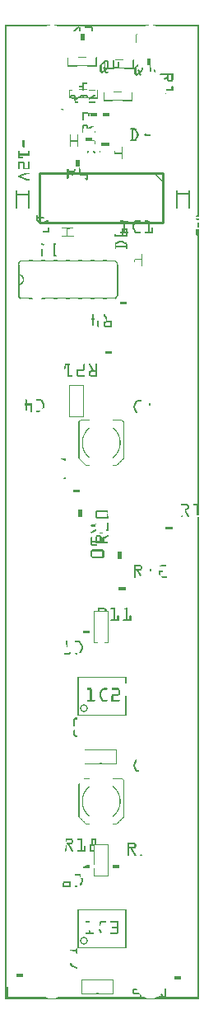
<source format=gto>
G04 MADE WITH FRITZING*
G04 WWW.FRITZING.ORG*
G04 DOUBLE SIDED*
G04 HOLES PLATED*
G04 CONTOUR ON CENTER OF CONTOUR VECTOR*
%ASAXBY*%
%FSLAX23Y23*%
%MOIN*%
%OFA0B0*%
%SFA1.0B1.0*%
%ADD10C,0.032858X0.0228584*%
%ADD11C,0.010000*%
%ADD12C,0.006000*%
%ADD13C,0.008000*%
%ADD14R,0.001000X0.001000*%
%LNSILK1*%
G90*
G70*
G54D10*
X321Y236D03*
X321Y1176D03*
G54D11*
X641Y3341D02*
X141Y3341D01*
D02*
X141Y3341D02*
X141Y3141D01*
D02*
X141Y3141D02*
X641Y3141D01*
D02*
X641Y3141D02*
X641Y3341D01*
G54D12*
D02*
X455Y2848D02*
X455Y2972D01*
D02*
X55Y2972D02*
X55Y2930D01*
D02*
X55Y2930D02*
X55Y2890D01*
D02*
X55Y2890D02*
X55Y2848D01*
G54D13*
D02*
X746Y3271D02*
X746Y3256D01*
D02*
X746Y3256D02*
X746Y3200D01*
D02*
X695Y3271D02*
X695Y3256D01*
D02*
X695Y3256D02*
X695Y3200D01*
D02*
X746Y3256D02*
X695Y3256D01*
D02*
X96Y3271D02*
X96Y3255D01*
D02*
X96Y3255D02*
X96Y3200D01*
D02*
X45Y3271D02*
X45Y3255D01*
D02*
X45Y3255D02*
X45Y3200D01*
D02*
X96Y3255D02*
X45Y3255D01*
G54D14*
X0Y3941D02*
X786Y3941D01*
X0Y3940D02*
X786Y3940D01*
X0Y3939D02*
X181Y3939D01*
X199Y3939D02*
X581Y3939D01*
X599Y3939D02*
X786Y3939D01*
X0Y3938D02*
X176Y3938D01*
X204Y3938D02*
X576Y3938D01*
X604Y3938D02*
X786Y3938D01*
X0Y3937D02*
X172Y3937D01*
X208Y3937D02*
X572Y3937D01*
X608Y3937D02*
X786Y3937D01*
X0Y3936D02*
X169Y3936D01*
X211Y3936D02*
X569Y3936D01*
X611Y3936D02*
X786Y3936D01*
X0Y3935D02*
X166Y3935D01*
X213Y3935D02*
X566Y3935D01*
X613Y3935D02*
X786Y3935D01*
X0Y3934D02*
X164Y3934D01*
X216Y3934D02*
X564Y3934D01*
X615Y3934D02*
X786Y3934D01*
X0Y3933D02*
X7Y3933D01*
X297Y3933D02*
X300Y3933D01*
X325Y3933D02*
X352Y3933D01*
X779Y3933D02*
X786Y3933D01*
X0Y3932D02*
X7Y3932D01*
X295Y3932D02*
X303Y3932D01*
X324Y3932D02*
X354Y3932D01*
X779Y3932D02*
X786Y3932D01*
X0Y3931D02*
X7Y3931D01*
X293Y3931D02*
X304Y3931D01*
X323Y3931D02*
X355Y3931D01*
X779Y3931D02*
X786Y3931D01*
X0Y3930D02*
X7Y3930D01*
X292Y3930D02*
X305Y3930D01*
X323Y3930D02*
X356Y3930D01*
X779Y3930D02*
X786Y3930D01*
X0Y3929D02*
X7Y3929D01*
X291Y3929D02*
X306Y3929D01*
X323Y3929D02*
X356Y3929D01*
X779Y3929D02*
X786Y3929D01*
X0Y3928D02*
X7Y3928D01*
X290Y3928D02*
X306Y3928D01*
X324Y3928D02*
X356Y3928D01*
X779Y3928D02*
X786Y3928D01*
X0Y3927D02*
X7Y3927D01*
X289Y3927D02*
X306Y3927D01*
X325Y3927D02*
X357Y3927D01*
X779Y3927D02*
X786Y3927D01*
X0Y3926D02*
X7Y3926D01*
X287Y3926D02*
X297Y3926D01*
X300Y3926D02*
X307Y3926D01*
X351Y3926D02*
X357Y3926D01*
X779Y3926D02*
X786Y3926D01*
X0Y3925D02*
X7Y3925D01*
X286Y3925D02*
X296Y3925D01*
X301Y3925D02*
X307Y3925D01*
X351Y3925D02*
X357Y3925D01*
X779Y3925D02*
X786Y3925D01*
X0Y3924D02*
X7Y3924D01*
X285Y3924D02*
X295Y3924D01*
X301Y3924D02*
X307Y3924D01*
X351Y3924D02*
X357Y3924D01*
X779Y3924D02*
X786Y3924D01*
X0Y3923D02*
X7Y3923D01*
X284Y3923D02*
X294Y3923D01*
X301Y3923D02*
X307Y3923D01*
X351Y3923D02*
X357Y3923D01*
X779Y3923D02*
X786Y3923D01*
X0Y3922D02*
X7Y3922D01*
X283Y3922D02*
X293Y3922D01*
X301Y3922D02*
X307Y3922D01*
X351Y3922D02*
X357Y3922D01*
X779Y3922D02*
X786Y3922D01*
X0Y3921D02*
X7Y3921D01*
X282Y3921D02*
X291Y3921D01*
X301Y3921D02*
X307Y3921D01*
X351Y3921D02*
X357Y3921D01*
X779Y3921D02*
X786Y3921D01*
X0Y3920D02*
X7Y3920D01*
X280Y3920D02*
X290Y3920D01*
X301Y3920D02*
X307Y3920D01*
X351Y3920D02*
X357Y3920D01*
X779Y3920D02*
X786Y3920D01*
X0Y3919D02*
X7Y3919D01*
X279Y3919D02*
X289Y3919D01*
X301Y3919D02*
X307Y3919D01*
X351Y3919D02*
X357Y3919D01*
X779Y3919D02*
X786Y3919D01*
X0Y3918D02*
X7Y3918D01*
X278Y3918D02*
X288Y3918D01*
X301Y3918D02*
X307Y3918D01*
X351Y3918D02*
X357Y3918D01*
X779Y3918D02*
X786Y3918D01*
X0Y3917D02*
X7Y3917D01*
X277Y3917D02*
X287Y3917D01*
X301Y3917D02*
X307Y3917D01*
X351Y3917D02*
X357Y3917D01*
X779Y3917D02*
X786Y3917D01*
X0Y3916D02*
X7Y3916D01*
X276Y3916D02*
X285Y3916D01*
X301Y3916D02*
X307Y3916D01*
X351Y3916D02*
X357Y3916D01*
X779Y3916D02*
X786Y3916D01*
X0Y3915D02*
X7Y3915D01*
X275Y3915D02*
X284Y3915D01*
X301Y3915D02*
X307Y3915D01*
X351Y3915D02*
X357Y3915D01*
X779Y3915D02*
X786Y3915D01*
X0Y3914D02*
X7Y3914D01*
X275Y3914D02*
X283Y3914D01*
X301Y3914D02*
X307Y3914D01*
X351Y3914D02*
X357Y3914D01*
X779Y3914D02*
X786Y3914D01*
X0Y3913D02*
X7Y3913D01*
X779Y3913D02*
X786Y3913D01*
X0Y3912D02*
X7Y3912D01*
X779Y3912D02*
X786Y3912D01*
X0Y3911D02*
X7Y3911D01*
X779Y3911D02*
X786Y3911D01*
X0Y3910D02*
X7Y3910D01*
X779Y3910D02*
X786Y3910D01*
X0Y3909D02*
X7Y3909D01*
X779Y3909D02*
X786Y3909D01*
X0Y3908D02*
X7Y3908D01*
X779Y3908D02*
X786Y3908D01*
X0Y3907D02*
X7Y3907D01*
X779Y3907D02*
X786Y3907D01*
X0Y3906D02*
X7Y3906D01*
X779Y3906D02*
X786Y3906D01*
X0Y3905D02*
X7Y3905D01*
X308Y3905D02*
X321Y3905D01*
X536Y3905D02*
X536Y3905D01*
X779Y3905D02*
X786Y3905D01*
X0Y3904D02*
X7Y3904D01*
X308Y3904D02*
X321Y3904D01*
X535Y3904D02*
X535Y3904D01*
X779Y3904D02*
X786Y3904D01*
X0Y3903D02*
X7Y3903D01*
X308Y3903D02*
X321Y3903D01*
X534Y3903D02*
X535Y3903D01*
X779Y3903D02*
X786Y3903D01*
X0Y3902D02*
X7Y3902D01*
X308Y3902D02*
X321Y3902D01*
X533Y3902D02*
X535Y3902D01*
X779Y3902D02*
X786Y3902D01*
X0Y3901D02*
X7Y3901D01*
X308Y3901D02*
X321Y3901D01*
X532Y3901D02*
X534Y3901D01*
X779Y3901D02*
X786Y3901D01*
X0Y3900D02*
X7Y3900D01*
X308Y3900D02*
X321Y3900D01*
X532Y3900D02*
X534Y3900D01*
X779Y3900D02*
X786Y3900D01*
X0Y3899D02*
X7Y3899D01*
X308Y3899D02*
X321Y3899D01*
X531Y3899D02*
X534Y3899D01*
X779Y3899D02*
X786Y3899D01*
X0Y3898D02*
X7Y3898D01*
X308Y3898D02*
X321Y3898D01*
X531Y3898D02*
X533Y3898D01*
X779Y3898D02*
X786Y3898D01*
X0Y3897D02*
X7Y3897D01*
X308Y3897D02*
X321Y3897D01*
X530Y3897D02*
X533Y3897D01*
X779Y3897D02*
X786Y3897D01*
X0Y3896D02*
X7Y3896D01*
X308Y3896D02*
X321Y3896D01*
X530Y3896D02*
X533Y3896D01*
X779Y3896D02*
X786Y3896D01*
X0Y3895D02*
X7Y3895D01*
X308Y3895D02*
X321Y3895D01*
X530Y3895D02*
X533Y3895D01*
X779Y3895D02*
X786Y3895D01*
X0Y3894D02*
X7Y3894D01*
X308Y3894D02*
X321Y3894D01*
X530Y3894D02*
X532Y3894D01*
X779Y3894D02*
X786Y3894D01*
X0Y3893D02*
X7Y3893D01*
X308Y3893D02*
X321Y3893D01*
X530Y3893D02*
X532Y3893D01*
X779Y3893D02*
X786Y3893D01*
X0Y3892D02*
X7Y3892D01*
X308Y3892D02*
X321Y3892D01*
X530Y3892D02*
X532Y3892D01*
X779Y3892D02*
X786Y3892D01*
X0Y3891D02*
X7Y3891D01*
X308Y3891D02*
X321Y3891D01*
X530Y3891D02*
X532Y3891D01*
X779Y3891D02*
X786Y3891D01*
X0Y3890D02*
X7Y3890D01*
X308Y3890D02*
X321Y3890D01*
X530Y3890D02*
X532Y3890D01*
X779Y3890D02*
X786Y3890D01*
X0Y3889D02*
X7Y3889D01*
X308Y3889D02*
X321Y3889D01*
X530Y3889D02*
X531Y3889D01*
X779Y3889D02*
X786Y3889D01*
X0Y3888D02*
X7Y3888D01*
X308Y3888D02*
X321Y3888D01*
X530Y3888D02*
X531Y3888D01*
X779Y3888D02*
X786Y3888D01*
X0Y3887D02*
X7Y3887D01*
X308Y3887D02*
X321Y3887D01*
X530Y3887D02*
X531Y3887D01*
X779Y3887D02*
X786Y3887D01*
X0Y3886D02*
X7Y3886D01*
X308Y3886D02*
X321Y3886D01*
X530Y3886D02*
X531Y3886D01*
X779Y3886D02*
X786Y3886D01*
X0Y3885D02*
X7Y3885D01*
X308Y3885D02*
X321Y3885D01*
X530Y3885D02*
X531Y3885D01*
X779Y3885D02*
X786Y3885D01*
X0Y3884D02*
X7Y3884D01*
X308Y3884D02*
X321Y3884D01*
X530Y3884D02*
X531Y3884D01*
X779Y3884D02*
X786Y3884D01*
X0Y3883D02*
X7Y3883D01*
X308Y3883D02*
X321Y3883D01*
X530Y3883D02*
X531Y3883D01*
X779Y3883D02*
X786Y3883D01*
X0Y3882D02*
X7Y3882D01*
X308Y3882D02*
X321Y3882D01*
X530Y3882D02*
X531Y3882D01*
X779Y3882D02*
X786Y3882D01*
X0Y3881D02*
X7Y3881D01*
X308Y3881D02*
X321Y3881D01*
X530Y3881D02*
X531Y3881D01*
X779Y3881D02*
X786Y3881D01*
X0Y3880D02*
X7Y3880D01*
X308Y3880D02*
X321Y3880D01*
X530Y3880D02*
X531Y3880D01*
X779Y3880D02*
X786Y3880D01*
X0Y3879D02*
X7Y3879D01*
X308Y3879D02*
X321Y3879D01*
X530Y3879D02*
X531Y3879D01*
X779Y3879D02*
X786Y3879D01*
X0Y3878D02*
X7Y3878D01*
X308Y3878D02*
X321Y3878D01*
X530Y3878D02*
X531Y3878D01*
X779Y3878D02*
X786Y3878D01*
X0Y3877D02*
X7Y3877D01*
X530Y3877D02*
X531Y3877D01*
X779Y3877D02*
X786Y3877D01*
X0Y3876D02*
X7Y3876D01*
X530Y3876D02*
X531Y3876D01*
X779Y3876D02*
X786Y3876D01*
X0Y3875D02*
X7Y3875D01*
X530Y3875D02*
X531Y3875D01*
X779Y3875D02*
X786Y3875D01*
X0Y3874D02*
X7Y3874D01*
X530Y3874D02*
X531Y3874D01*
X779Y3874D02*
X786Y3874D01*
X0Y3873D02*
X7Y3873D01*
X530Y3873D02*
X531Y3873D01*
X779Y3873D02*
X786Y3873D01*
X0Y3872D02*
X7Y3872D01*
X530Y3872D02*
X532Y3872D01*
X779Y3872D02*
X786Y3872D01*
X0Y3871D02*
X7Y3871D01*
X530Y3871D02*
X532Y3871D01*
X779Y3871D02*
X786Y3871D01*
X0Y3870D02*
X7Y3870D01*
X530Y3870D02*
X532Y3870D01*
X779Y3870D02*
X786Y3870D01*
X0Y3869D02*
X7Y3869D01*
X531Y3869D02*
X532Y3869D01*
X779Y3869D02*
X786Y3869D01*
X0Y3868D02*
X7Y3868D01*
X532Y3868D02*
X532Y3868D01*
X779Y3868D02*
X786Y3868D01*
X0Y3867D02*
X7Y3867D01*
X532Y3867D02*
X533Y3867D01*
X779Y3867D02*
X786Y3867D01*
X0Y3866D02*
X7Y3866D01*
X779Y3866D02*
X786Y3866D01*
X0Y3865D02*
X7Y3865D01*
X779Y3865D02*
X786Y3865D01*
X0Y3864D02*
X7Y3864D01*
X779Y3864D02*
X786Y3864D01*
X0Y3863D02*
X7Y3863D01*
X779Y3863D02*
X786Y3863D01*
X0Y3862D02*
X7Y3862D01*
X779Y3862D02*
X786Y3862D01*
X0Y3861D02*
X7Y3861D01*
X779Y3861D02*
X786Y3861D01*
X0Y3860D02*
X7Y3860D01*
X779Y3860D02*
X786Y3860D01*
X0Y3859D02*
X7Y3859D01*
X779Y3859D02*
X786Y3859D01*
X0Y3858D02*
X7Y3858D01*
X779Y3858D02*
X786Y3858D01*
X0Y3857D02*
X7Y3857D01*
X779Y3857D02*
X786Y3857D01*
X0Y3856D02*
X7Y3856D01*
X779Y3856D02*
X786Y3856D01*
X0Y3855D02*
X7Y3855D01*
X779Y3855D02*
X786Y3855D01*
X0Y3854D02*
X7Y3854D01*
X779Y3854D02*
X786Y3854D01*
X0Y3853D02*
X7Y3853D01*
X779Y3853D02*
X786Y3853D01*
X0Y3852D02*
X7Y3852D01*
X779Y3852D02*
X786Y3852D01*
X0Y3851D02*
X7Y3851D01*
X779Y3851D02*
X786Y3851D01*
X0Y3850D02*
X7Y3850D01*
X779Y3850D02*
X786Y3850D01*
X0Y3849D02*
X7Y3849D01*
X779Y3849D02*
X786Y3849D01*
X0Y3848D02*
X7Y3848D01*
X779Y3848D02*
X786Y3848D01*
X0Y3847D02*
X7Y3847D01*
X779Y3847D02*
X786Y3847D01*
X0Y3846D02*
X7Y3846D01*
X779Y3846D02*
X786Y3846D01*
X0Y3845D02*
X7Y3845D01*
X779Y3845D02*
X786Y3845D01*
X0Y3844D02*
X7Y3844D01*
X779Y3844D02*
X786Y3844D01*
X0Y3843D02*
X7Y3843D01*
X779Y3843D02*
X786Y3843D01*
X0Y3842D02*
X7Y3842D01*
X779Y3842D02*
X786Y3842D01*
X0Y3841D02*
X7Y3841D01*
X779Y3841D02*
X786Y3841D01*
X0Y3840D02*
X7Y3840D01*
X779Y3840D02*
X786Y3840D01*
X0Y3839D02*
X7Y3839D01*
X779Y3839D02*
X786Y3839D01*
X0Y3838D02*
X7Y3838D01*
X779Y3838D02*
X786Y3838D01*
X0Y3837D02*
X7Y3837D01*
X779Y3837D02*
X786Y3837D01*
X0Y3836D02*
X7Y3836D01*
X779Y3836D02*
X786Y3836D01*
X0Y3835D02*
X7Y3835D01*
X779Y3835D02*
X786Y3835D01*
X0Y3834D02*
X7Y3834D01*
X779Y3834D02*
X786Y3834D01*
X0Y3833D02*
X7Y3833D01*
X779Y3833D02*
X786Y3833D01*
X0Y3832D02*
X7Y3832D01*
X779Y3832D02*
X786Y3832D01*
X0Y3831D02*
X7Y3831D01*
X779Y3831D02*
X786Y3831D01*
X0Y3830D02*
X7Y3830D01*
X779Y3830D02*
X786Y3830D01*
X0Y3829D02*
X7Y3829D01*
X779Y3829D02*
X786Y3829D01*
X0Y3828D02*
X7Y3828D01*
X779Y3828D02*
X786Y3828D01*
X0Y3827D02*
X7Y3827D01*
X779Y3827D02*
X786Y3827D01*
X0Y3826D02*
X7Y3826D01*
X779Y3826D02*
X786Y3826D01*
X0Y3825D02*
X7Y3825D01*
X779Y3825D02*
X786Y3825D01*
X0Y3824D02*
X7Y3824D01*
X779Y3824D02*
X786Y3824D01*
X0Y3823D02*
X7Y3823D01*
X779Y3823D02*
X786Y3823D01*
X0Y3822D02*
X7Y3822D01*
X779Y3822D02*
X786Y3822D01*
X0Y3821D02*
X7Y3821D01*
X779Y3821D02*
X786Y3821D01*
X0Y3820D02*
X7Y3820D01*
X779Y3820D02*
X786Y3820D01*
X0Y3819D02*
X7Y3819D01*
X779Y3819D02*
X786Y3819D01*
X0Y3818D02*
X7Y3818D01*
X779Y3818D02*
X786Y3818D01*
X0Y3817D02*
X7Y3817D01*
X779Y3817D02*
X786Y3817D01*
X0Y3816D02*
X7Y3816D01*
X779Y3816D02*
X786Y3816D01*
X0Y3815D02*
X7Y3815D01*
X779Y3815D02*
X786Y3815D01*
X0Y3814D02*
X7Y3814D01*
X779Y3814D02*
X786Y3814D01*
X0Y3813D02*
X7Y3813D01*
X779Y3813D02*
X786Y3813D01*
X0Y3812D02*
X7Y3812D01*
X779Y3812D02*
X786Y3812D01*
X0Y3811D02*
X7Y3811D01*
X254Y3811D02*
X254Y3811D01*
X296Y3811D02*
X329Y3811D01*
X371Y3811D02*
X371Y3811D01*
X779Y3811D02*
X786Y3811D01*
X0Y3810D02*
X7Y3810D01*
X254Y3810D02*
X254Y3810D01*
X296Y3810D02*
X329Y3810D01*
X371Y3810D02*
X371Y3810D01*
X779Y3810D02*
X786Y3810D01*
X0Y3809D02*
X7Y3809D01*
X254Y3809D02*
X254Y3809D01*
X296Y3809D02*
X329Y3809D01*
X371Y3809D02*
X371Y3809D01*
X779Y3809D02*
X786Y3809D01*
X0Y3808D02*
X7Y3808D01*
X254Y3808D02*
X371Y3808D01*
X779Y3808D02*
X786Y3808D01*
X0Y3807D02*
X7Y3807D01*
X254Y3807D02*
X257Y3807D01*
X368Y3807D02*
X371Y3807D01*
X779Y3807D02*
X786Y3807D01*
X0Y3806D02*
X7Y3806D01*
X254Y3806D02*
X257Y3806D01*
X368Y3806D02*
X371Y3806D01*
X779Y3806D02*
X786Y3806D01*
X0Y3805D02*
X7Y3805D01*
X254Y3805D02*
X257Y3805D01*
X368Y3805D02*
X371Y3805D01*
X578Y3805D02*
X590Y3805D01*
X779Y3805D02*
X786Y3805D01*
X0Y3804D02*
X7Y3804D01*
X254Y3804D02*
X257Y3804D01*
X368Y3804D02*
X371Y3804D01*
X578Y3804D02*
X590Y3804D01*
X779Y3804D02*
X786Y3804D01*
X0Y3803D02*
X7Y3803D01*
X254Y3803D02*
X257Y3803D01*
X368Y3803D02*
X371Y3803D01*
X578Y3803D02*
X590Y3803D01*
X779Y3803D02*
X786Y3803D01*
X0Y3802D02*
X7Y3802D01*
X254Y3802D02*
X257Y3802D01*
X368Y3802D02*
X371Y3802D01*
X578Y3802D02*
X590Y3802D01*
X779Y3802D02*
X786Y3802D01*
X0Y3801D02*
X7Y3801D01*
X254Y3801D02*
X257Y3801D01*
X368Y3801D02*
X371Y3801D01*
X404Y3801D02*
X404Y3801D01*
X446Y3801D02*
X479Y3801D01*
X521Y3801D02*
X521Y3801D01*
X578Y3801D02*
X590Y3801D01*
X779Y3801D02*
X786Y3801D01*
X0Y3800D02*
X7Y3800D01*
X254Y3800D02*
X257Y3800D01*
X368Y3800D02*
X371Y3800D01*
X404Y3800D02*
X404Y3800D01*
X446Y3800D02*
X479Y3800D01*
X521Y3800D02*
X521Y3800D01*
X578Y3800D02*
X590Y3800D01*
X779Y3800D02*
X786Y3800D01*
X0Y3799D02*
X7Y3799D01*
X254Y3799D02*
X257Y3799D01*
X368Y3799D02*
X371Y3799D01*
X404Y3799D02*
X404Y3799D01*
X446Y3799D02*
X479Y3799D01*
X521Y3799D02*
X521Y3799D01*
X578Y3799D02*
X590Y3799D01*
X779Y3799D02*
X786Y3799D01*
X0Y3798D02*
X7Y3798D01*
X254Y3798D02*
X257Y3798D01*
X368Y3798D02*
X371Y3798D01*
X404Y3798D02*
X521Y3798D01*
X578Y3798D02*
X590Y3798D01*
X779Y3798D02*
X786Y3798D01*
X0Y3797D02*
X7Y3797D01*
X254Y3797D02*
X257Y3797D01*
X368Y3797D02*
X371Y3797D01*
X404Y3797D02*
X415Y3797D01*
X437Y3797D02*
X442Y3797D01*
X518Y3797D02*
X521Y3797D01*
X578Y3797D02*
X590Y3797D01*
X779Y3797D02*
X786Y3797D01*
X0Y3796D02*
X7Y3796D01*
X254Y3796D02*
X257Y3796D01*
X368Y3796D02*
X371Y3796D01*
X404Y3796D02*
X416Y3796D01*
X436Y3796D02*
X442Y3796D01*
X518Y3796D02*
X521Y3796D01*
X578Y3796D02*
X590Y3796D01*
X779Y3796D02*
X786Y3796D01*
X0Y3795D02*
X7Y3795D01*
X254Y3795D02*
X257Y3795D01*
X368Y3795D02*
X371Y3795D01*
X403Y3795D02*
X417Y3795D01*
X436Y3795D02*
X442Y3795D01*
X518Y3795D02*
X521Y3795D01*
X578Y3795D02*
X590Y3795D01*
X779Y3795D02*
X786Y3795D01*
X0Y3794D02*
X7Y3794D01*
X254Y3794D02*
X257Y3794D01*
X368Y3794D02*
X371Y3794D01*
X402Y3794D02*
X417Y3794D01*
X436Y3794D02*
X442Y3794D01*
X518Y3794D02*
X521Y3794D01*
X578Y3794D02*
X590Y3794D01*
X779Y3794D02*
X786Y3794D01*
X0Y3793D02*
X7Y3793D01*
X254Y3793D02*
X257Y3793D01*
X368Y3793D02*
X371Y3793D01*
X401Y3793D02*
X418Y3793D01*
X436Y3793D02*
X442Y3793D01*
X518Y3793D02*
X521Y3793D01*
X578Y3793D02*
X590Y3793D01*
X779Y3793D02*
X786Y3793D01*
X0Y3792D02*
X7Y3792D01*
X254Y3792D02*
X257Y3792D01*
X368Y3792D02*
X371Y3792D01*
X400Y3792D02*
X418Y3792D01*
X436Y3792D02*
X442Y3792D01*
X458Y3792D02*
X462Y3792D01*
X518Y3792D02*
X521Y3792D01*
X578Y3792D02*
X590Y3792D01*
X779Y3792D02*
X786Y3792D01*
X0Y3791D02*
X7Y3791D01*
X254Y3791D02*
X257Y3791D01*
X368Y3791D02*
X371Y3791D01*
X398Y3791D02*
X408Y3791D01*
X412Y3791D02*
X418Y3791D01*
X436Y3791D02*
X442Y3791D01*
X457Y3791D02*
X463Y3791D01*
X518Y3791D02*
X521Y3791D01*
X578Y3791D02*
X590Y3791D01*
X779Y3791D02*
X786Y3791D01*
X0Y3790D02*
X7Y3790D01*
X254Y3790D02*
X257Y3790D01*
X368Y3790D02*
X371Y3790D01*
X397Y3790D02*
X407Y3790D01*
X412Y3790D02*
X418Y3790D01*
X436Y3790D02*
X442Y3790D01*
X457Y3790D02*
X463Y3790D01*
X518Y3790D02*
X521Y3790D01*
X578Y3790D02*
X590Y3790D01*
X779Y3790D02*
X786Y3790D01*
X0Y3789D02*
X7Y3789D01*
X254Y3789D02*
X257Y3789D01*
X368Y3789D02*
X371Y3789D01*
X396Y3789D02*
X407Y3789D01*
X412Y3789D02*
X418Y3789D01*
X436Y3789D02*
X442Y3789D01*
X457Y3789D02*
X463Y3789D01*
X518Y3789D02*
X521Y3789D01*
X578Y3789D02*
X590Y3789D01*
X779Y3789D02*
X786Y3789D01*
X0Y3788D02*
X7Y3788D01*
X254Y3788D02*
X257Y3788D01*
X368Y3788D02*
X371Y3788D01*
X395Y3788D02*
X407Y3788D01*
X412Y3788D02*
X418Y3788D01*
X436Y3788D02*
X442Y3788D01*
X457Y3788D02*
X463Y3788D01*
X518Y3788D02*
X521Y3788D01*
X578Y3788D02*
X590Y3788D01*
X779Y3788D02*
X786Y3788D01*
X0Y3787D02*
X7Y3787D01*
X254Y3787D02*
X257Y3787D01*
X368Y3787D02*
X371Y3787D01*
X394Y3787D02*
X407Y3787D01*
X412Y3787D02*
X418Y3787D01*
X436Y3787D02*
X442Y3787D01*
X457Y3787D02*
X463Y3787D01*
X518Y3787D02*
X521Y3787D01*
X578Y3787D02*
X590Y3787D01*
X779Y3787D02*
X786Y3787D01*
X0Y3786D02*
X7Y3786D01*
X254Y3786D02*
X257Y3786D01*
X368Y3786D02*
X371Y3786D01*
X392Y3786D02*
X402Y3786D01*
X404Y3786D02*
X407Y3786D01*
X412Y3786D02*
X418Y3786D01*
X436Y3786D02*
X442Y3786D01*
X457Y3786D02*
X463Y3786D01*
X518Y3786D02*
X521Y3786D01*
X578Y3786D02*
X590Y3786D01*
X779Y3786D02*
X786Y3786D01*
X0Y3785D02*
X7Y3785D01*
X254Y3785D02*
X257Y3785D01*
X368Y3785D02*
X371Y3785D01*
X391Y3785D02*
X401Y3785D01*
X404Y3785D02*
X407Y3785D01*
X412Y3785D02*
X418Y3785D01*
X436Y3785D02*
X442Y3785D01*
X457Y3785D02*
X463Y3785D01*
X518Y3785D02*
X521Y3785D01*
X578Y3785D02*
X590Y3785D01*
X779Y3785D02*
X786Y3785D01*
X0Y3784D02*
X7Y3784D01*
X254Y3784D02*
X257Y3784D01*
X368Y3784D02*
X371Y3784D01*
X390Y3784D02*
X400Y3784D01*
X404Y3784D02*
X407Y3784D01*
X412Y3784D02*
X418Y3784D01*
X436Y3784D02*
X442Y3784D01*
X457Y3784D02*
X463Y3784D01*
X518Y3784D02*
X521Y3784D01*
X578Y3784D02*
X590Y3784D01*
X779Y3784D02*
X786Y3784D01*
X0Y3783D02*
X7Y3783D01*
X254Y3783D02*
X257Y3783D01*
X368Y3783D02*
X371Y3783D01*
X389Y3783D02*
X399Y3783D01*
X404Y3783D02*
X407Y3783D01*
X412Y3783D02*
X418Y3783D01*
X436Y3783D02*
X442Y3783D01*
X457Y3783D02*
X463Y3783D01*
X518Y3783D02*
X521Y3783D01*
X578Y3783D02*
X590Y3783D01*
X779Y3783D02*
X786Y3783D01*
X0Y3782D02*
X7Y3782D01*
X254Y3782D02*
X257Y3782D01*
X368Y3782D02*
X371Y3782D01*
X388Y3782D02*
X398Y3782D01*
X404Y3782D02*
X407Y3782D01*
X412Y3782D02*
X418Y3782D01*
X436Y3782D02*
X442Y3782D01*
X457Y3782D02*
X463Y3782D01*
X518Y3782D02*
X521Y3782D01*
X539Y3782D02*
X539Y3782D01*
X578Y3782D02*
X590Y3782D01*
X779Y3782D02*
X786Y3782D01*
X0Y3781D02*
X7Y3781D01*
X254Y3781D02*
X257Y3781D01*
X368Y3781D02*
X371Y3781D01*
X387Y3781D02*
X396Y3781D01*
X404Y3781D02*
X407Y3781D01*
X412Y3781D02*
X418Y3781D01*
X436Y3781D02*
X442Y3781D01*
X457Y3781D02*
X463Y3781D01*
X518Y3781D02*
X521Y3781D01*
X538Y3781D02*
X539Y3781D01*
X578Y3781D02*
X590Y3781D01*
X779Y3781D02*
X786Y3781D01*
X0Y3780D02*
X7Y3780D01*
X254Y3780D02*
X257Y3780D01*
X368Y3780D02*
X371Y3780D01*
X387Y3780D02*
X395Y3780D01*
X404Y3780D02*
X407Y3780D01*
X412Y3780D02*
X418Y3780D01*
X436Y3780D02*
X442Y3780D01*
X457Y3780D02*
X463Y3780D01*
X518Y3780D02*
X521Y3780D01*
X537Y3780D02*
X539Y3780D01*
X578Y3780D02*
X590Y3780D01*
X779Y3780D02*
X786Y3780D01*
X0Y3779D02*
X7Y3779D01*
X254Y3779D02*
X257Y3779D01*
X368Y3779D02*
X371Y3779D01*
X386Y3779D02*
X394Y3779D01*
X404Y3779D02*
X407Y3779D01*
X412Y3779D02*
X418Y3779D01*
X436Y3779D02*
X442Y3779D01*
X457Y3779D02*
X463Y3779D01*
X518Y3779D02*
X521Y3779D01*
X536Y3779D02*
X539Y3779D01*
X578Y3779D02*
X590Y3779D01*
X779Y3779D02*
X786Y3779D01*
X0Y3778D02*
X7Y3778D01*
X254Y3778D02*
X257Y3778D01*
X368Y3778D02*
X371Y3778D01*
X386Y3778D02*
X393Y3778D01*
X404Y3778D02*
X407Y3778D01*
X412Y3778D02*
X418Y3778D01*
X436Y3778D02*
X442Y3778D01*
X457Y3778D02*
X463Y3778D01*
X518Y3778D02*
X521Y3778D01*
X535Y3778D02*
X539Y3778D01*
X578Y3778D02*
X590Y3778D01*
X779Y3778D02*
X786Y3778D01*
X0Y3777D02*
X7Y3777D01*
X254Y3777D02*
X257Y3777D01*
X368Y3777D02*
X371Y3777D01*
X385Y3777D02*
X392Y3777D01*
X404Y3777D02*
X407Y3777D01*
X412Y3777D02*
X418Y3777D01*
X436Y3777D02*
X442Y3777D01*
X457Y3777D02*
X463Y3777D01*
X518Y3777D02*
X521Y3777D01*
X534Y3777D02*
X539Y3777D01*
X588Y3777D02*
X590Y3777D01*
X779Y3777D02*
X786Y3777D01*
X0Y3776D02*
X7Y3776D01*
X254Y3776D02*
X371Y3776D01*
X385Y3776D02*
X391Y3776D01*
X404Y3776D02*
X407Y3776D01*
X412Y3776D02*
X418Y3776D01*
X436Y3776D02*
X442Y3776D01*
X457Y3776D02*
X463Y3776D01*
X518Y3776D02*
X521Y3776D01*
X532Y3776D02*
X539Y3776D01*
X588Y3776D02*
X590Y3776D01*
X779Y3776D02*
X786Y3776D01*
X0Y3775D02*
X7Y3775D01*
X254Y3775D02*
X291Y3775D01*
X334Y3775D02*
X371Y3775D01*
X385Y3775D02*
X391Y3775D01*
X404Y3775D02*
X407Y3775D01*
X412Y3775D02*
X418Y3775D01*
X436Y3775D02*
X442Y3775D01*
X457Y3775D02*
X463Y3775D01*
X518Y3775D02*
X521Y3775D01*
X531Y3775D02*
X539Y3775D01*
X588Y3775D02*
X590Y3775D01*
X779Y3775D02*
X786Y3775D01*
X0Y3774D02*
X7Y3774D01*
X254Y3774D02*
X291Y3774D01*
X334Y3774D02*
X371Y3774D01*
X385Y3774D02*
X391Y3774D01*
X404Y3774D02*
X407Y3774D01*
X412Y3774D02*
X418Y3774D01*
X436Y3774D02*
X442Y3774D01*
X457Y3774D02*
X463Y3774D01*
X518Y3774D02*
X521Y3774D01*
X530Y3774D02*
X539Y3774D01*
X588Y3774D02*
X590Y3774D01*
X779Y3774D02*
X786Y3774D01*
X0Y3773D02*
X7Y3773D01*
X254Y3773D02*
X291Y3773D01*
X334Y3773D02*
X371Y3773D01*
X385Y3773D02*
X391Y3773D01*
X404Y3773D02*
X407Y3773D01*
X412Y3773D02*
X418Y3773D01*
X436Y3773D02*
X442Y3773D01*
X457Y3773D02*
X463Y3773D01*
X518Y3773D02*
X521Y3773D01*
X529Y3773D02*
X539Y3773D01*
X588Y3773D02*
X590Y3773D01*
X779Y3773D02*
X786Y3773D01*
X0Y3772D02*
X7Y3772D01*
X385Y3772D02*
X391Y3772D01*
X404Y3772D02*
X407Y3772D01*
X412Y3772D02*
X418Y3772D01*
X436Y3772D02*
X442Y3772D01*
X457Y3772D02*
X463Y3772D01*
X518Y3772D02*
X521Y3772D01*
X528Y3772D02*
X537Y3772D01*
X588Y3772D02*
X590Y3772D01*
X779Y3772D02*
X786Y3772D01*
X0Y3771D02*
X7Y3771D01*
X385Y3771D02*
X391Y3771D01*
X404Y3771D02*
X407Y3771D01*
X412Y3771D02*
X418Y3771D01*
X436Y3771D02*
X442Y3771D01*
X457Y3771D02*
X463Y3771D01*
X518Y3771D02*
X521Y3771D01*
X527Y3771D02*
X536Y3771D01*
X588Y3771D02*
X590Y3771D01*
X779Y3771D02*
X786Y3771D01*
X0Y3770D02*
X7Y3770D01*
X385Y3770D02*
X391Y3770D01*
X404Y3770D02*
X407Y3770D01*
X412Y3770D02*
X418Y3770D01*
X436Y3770D02*
X442Y3770D01*
X457Y3770D02*
X463Y3770D01*
X518Y3770D02*
X521Y3770D01*
X527Y3770D02*
X535Y3770D01*
X588Y3770D02*
X590Y3770D01*
X779Y3770D02*
X786Y3770D01*
X0Y3769D02*
X7Y3769D01*
X385Y3769D02*
X391Y3769D01*
X400Y3769D02*
X402Y3769D01*
X404Y3769D02*
X407Y3769D01*
X412Y3769D02*
X418Y3769D01*
X436Y3769D02*
X464Y3769D01*
X518Y3769D02*
X521Y3769D01*
X526Y3769D02*
X534Y3769D01*
X588Y3769D02*
X590Y3769D01*
X779Y3769D02*
X786Y3769D01*
X0Y3768D02*
X7Y3768D01*
X385Y3768D02*
X391Y3768D01*
X399Y3768D02*
X407Y3768D01*
X412Y3768D02*
X418Y3768D01*
X436Y3768D02*
X466Y3768D01*
X518Y3768D02*
X521Y3768D01*
X526Y3768D02*
X533Y3768D01*
X552Y3768D02*
X558Y3768D01*
X588Y3768D02*
X594Y3768D01*
X779Y3768D02*
X786Y3768D01*
X0Y3767D02*
X7Y3767D01*
X385Y3767D02*
X391Y3767D01*
X399Y3767D02*
X407Y3767D01*
X411Y3767D02*
X418Y3767D01*
X436Y3767D02*
X466Y3767D01*
X518Y3767D02*
X521Y3767D01*
X525Y3767D02*
X532Y3767D01*
X552Y3767D02*
X558Y3767D01*
X588Y3767D02*
X594Y3767D01*
X779Y3767D02*
X786Y3767D01*
X0Y3766D02*
X7Y3766D01*
X385Y3766D02*
X391Y3766D01*
X398Y3766D02*
X521Y3766D01*
X525Y3766D02*
X531Y3766D01*
X552Y3766D02*
X558Y3766D01*
X588Y3766D02*
X594Y3766D01*
X779Y3766D02*
X786Y3766D01*
X0Y3765D02*
X7Y3765D01*
X385Y3765D02*
X391Y3765D01*
X399Y3765D02*
X441Y3765D01*
X483Y3765D02*
X521Y3765D01*
X525Y3765D02*
X531Y3765D01*
X552Y3765D02*
X558Y3765D01*
X588Y3765D02*
X594Y3765D01*
X779Y3765D02*
X786Y3765D01*
X0Y3764D02*
X7Y3764D01*
X385Y3764D02*
X391Y3764D01*
X399Y3764D02*
X441Y3764D01*
X484Y3764D02*
X521Y3764D01*
X525Y3764D02*
X531Y3764D01*
X552Y3764D02*
X558Y3764D01*
X588Y3764D02*
X594Y3764D01*
X779Y3764D02*
X786Y3764D01*
X0Y3763D02*
X7Y3763D01*
X385Y3763D02*
X391Y3763D01*
X399Y3763D02*
X441Y3763D01*
X484Y3763D02*
X521Y3763D01*
X525Y3763D02*
X531Y3763D01*
X552Y3763D02*
X558Y3763D01*
X588Y3763D02*
X594Y3763D01*
X779Y3763D02*
X786Y3763D01*
X0Y3762D02*
X7Y3762D01*
X385Y3762D02*
X391Y3762D01*
X400Y3762D02*
X415Y3762D01*
X525Y3762D02*
X531Y3762D01*
X552Y3762D02*
X558Y3762D01*
X588Y3762D02*
X594Y3762D01*
X779Y3762D02*
X786Y3762D01*
X0Y3761D02*
X7Y3761D01*
X385Y3761D02*
X391Y3761D01*
X400Y3761D02*
X414Y3761D01*
X525Y3761D02*
X531Y3761D01*
X552Y3761D02*
X558Y3761D01*
X588Y3761D02*
X594Y3761D01*
X779Y3761D02*
X786Y3761D01*
X0Y3760D02*
X7Y3760D01*
X385Y3760D02*
X391Y3760D01*
X400Y3760D02*
X413Y3760D01*
X525Y3760D02*
X531Y3760D01*
X552Y3760D02*
X558Y3760D01*
X588Y3760D02*
X594Y3760D01*
X779Y3760D02*
X786Y3760D01*
X0Y3759D02*
X7Y3759D01*
X385Y3759D02*
X391Y3759D01*
X401Y3759D02*
X412Y3759D01*
X525Y3759D02*
X531Y3759D01*
X540Y3759D02*
X542Y3759D01*
X552Y3759D02*
X558Y3759D01*
X588Y3759D02*
X594Y3759D01*
X604Y3759D02*
X606Y3759D01*
X779Y3759D02*
X786Y3759D01*
X0Y3758D02*
X7Y3758D01*
X385Y3758D02*
X391Y3758D01*
X401Y3758D02*
X411Y3758D01*
X525Y3758D02*
X531Y3758D01*
X539Y3758D02*
X543Y3758D01*
X552Y3758D02*
X558Y3758D01*
X588Y3758D02*
X594Y3758D01*
X603Y3758D02*
X607Y3758D01*
X779Y3758D02*
X786Y3758D01*
X0Y3757D02*
X7Y3757D01*
X385Y3757D02*
X391Y3757D01*
X400Y3757D02*
X410Y3757D01*
X525Y3757D02*
X531Y3757D01*
X539Y3757D02*
X544Y3757D01*
X551Y3757D02*
X558Y3757D01*
X588Y3757D02*
X594Y3757D01*
X602Y3757D02*
X608Y3757D01*
X779Y3757D02*
X786Y3757D01*
X0Y3756D02*
X7Y3756D01*
X385Y3756D02*
X391Y3756D01*
X399Y3756D02*
X409Y3756D01*
X525Y3756D02*
X531Y3756D01*
X538Y3756D02*
X545Y3756D01*
X550Y3756D02*
X557Y3756D01*
X588Y3756D02*
X594Y3756D01*
X602Y3756D02*
X608Y3756D01*
X779Y3756D02*
X786Y3756D01*
X0Y3755D02*
X7Y3755D01*
X385Y3755D02*
X391Y3755D01*
X398Y3755D02*
X409Y3755D01*
X525Y3755D02*
X531Y3755D01*
X538Y3755D02*
X545Y3755D01*
X549Y3755D02*
X557Y3755D01*
X588Y3755D02*
X594Y3755D01*
X602Y3755D02*
X608Y3755D01*
X779Y3755D02*
X786Y3755D01*
X0Y3754D02*
X7Y3754D01*
X385Y3754D02*
X391Y3754D01*
X396Y3754D02*
X409Y3754D01*
X525Y3754D02*
X531Y3754D01*
X539Y3754D02*
X545Y3754D01*
X548Y3754D02*
X556Y3754D01*
X588Y3754D02*
X594Y3754D01*
X602Y3754D02*
X608Y3754D01*
X779Y3754D02*
X786Y3754D01*
X0Y3753D02*
X7Y3753D01*
X385Y3753D02*
X391Y3753D01*
X395Y3753D02*
X410Y3753D01*
X525Y3753D02*
X531Y3753D01*
X539Y3753D02*
X556Y3753D01*
X588Y3753D02*
X594Y3753D01*
X602Y3753D02*
X608Y3753D01*
X779Y3753D02*
X786Y3753D01*
X0Y3752D02*
X7Y3752D01*
X385Y3752D02*
X391Y3752D01*
X394Y3752D02*
X410Y3752D01*
X525Y3752D02*
X531Y3752D01*
X540Y3752D02*
X555Y3752D01*
X588Y3752D02*
X594Y3752D01*
X602Y3752D02*
X608Y3752D01*
X779Y3752D02*
X786Y3752D01*
X0Y3751D02*
X7Y3751D01*
X385Y3751D02*
X417Y3751D01*
X525Y3751D02*
X531Y3751D01*
X540Y3751D02*
X554Y3751D01*
X602Y3751D02*
X608Y3751D01*
X779Y3751D02*
X786Y3751D01*
X0Y3750D02*
X7Y3750D01*
X385Y3750D02*
X401Y3750D01*
X404Y3750D02*
X418Y3750D01*
X525Y3750D02*
X531Y3750D01*
X540Y3750D02*
X553Y3750D01*
X604Y3750D02*
X608Y3750D01*
X779Y3750D02*
X786Y3750D01*
X0Y3749D02*
X7Y3749D01*
X386Y3749D02*
X400Y3749D01*
X405Y3749D02*
X418Y3749D01*
X525Y3749D02*
X531Y3749D01*
X541Y3749D02*
X552Y3749D01*
X608Y3749D02*
X608Y3749D01*
X779Y3749D02*
X786Y3749D01*
X0Y3748D02*
X7Y3748D01*
X386Y3748D02*
X399Y3748D01*
X405Y3748D02*
X418Y3748D01*
X525Y3748D02*
X531Y3748D01*
X541Y3748D02*
X551Y3748D01*
X779Y3748D02*
X786Y3748D01*
X0Y3747D02*
X7Y3747D01*
X387Y3747D02*
X398Y3747D01*
X405Y3747D02*
X418Y3747D01*
X525Y3747D02*
X531Y3747D01*
X540Y3747D02*
X550Y3747D01*
X779Y3747D02*
X786Y3747D01*
X0Y3746D02*
X7Y3746D01*
X389Y3746D02*
X397Y3746D01*
X406Y3746D02*
X417Y3746D01*
X525Y3746D02*
X531Y3746D01*
X539Y3746D02*
X549Y3746D01*
X779Y3746D02*
X786Y3746D01*
X0Y3745D02*
X7Y3745D01*
X391Y3745D02*
X394Y3745D01*
X406Y3745D02*
X416Y3745D01*
X525Y3745D02*
X531Y3745D01*
X538Y3745D02*
X549Y3745D01*
X779Y3745D02*
X786Y3745D01*
X0Y3744D02*
X7Y3744D01*
X525Y3744D02*
X531Y3744D01*
X536Y3744D02*
X549Y3744D01*
X632Y3744D02*
X681Y3744D01*
X779Y3744D02*
X786Y3744D01*
X0Y3743D02*
X7Y3743D01*
X525Y3743D02*
X531Y3743D01*
X535Y3743D02*
X550Y3743D01*
X629Y3743D02*
X681Y3743D01*
X779Y3743D02*
X786Y3743D01*
X0Y3742D02*
X7Y3742D01*
X525Y3742D02*
X531Y3742D01*
X534Y3742D02*
X550Y3742D01*
X628Y3742D02*
X681Y3742D01*
X779Y3742D02*
X786Y3742D01*
X0Y3741D02*
X7Y3741D01*
X525Y3741D02*
X554Y3741D01*
X628Y3741D02*
X681Y3741D01*
X779Y3741D02*
X786Y3741D01*
X0Y3740D02*
X7Y3740D01*
X525Y3740D02*
X541Y3740D01*
X544Y3740D02*
X553Y3740D01*
X628Y3740D02*
X681Y3740D01*
X779Y3740D02*
X786Y3740D01*
X0Y3739D02*
X7Y3739D01*
X526Y3739D02*
X540Y3739D01*
X545Y3739D02*
X552Y3739D01*
X628Y3739D02*
X681Y3739D01*
X779Y3739D02*
X786Y3739D01*
X0Y3738D02*
X7Y3738D01*
X526Y3738D02*
X539Y3738D01*
X545Y3738D02*
X550Y3738D01*
X630Y3738D02*
X681Y3738D01*
X779Y3738D02*
X786Y3738D01*
X0Y3737D02*
X7Y3737D01*
X527Y3737D02*
X538Y3737D01*
X545Y3737D02*
X549Y3737D01*
X632Y3737D02*
X681Y3737D01*
X779Y3737D02*
X786Y3737D01*
X0Y3736D02*
X7Y3736D01*
X529Y3736D02*
X537Y3736D01*
X546Y3736D02*
X548Y3736D01*
X657Y3736D02*
X663Y3736D01*
X675Y3736D02*
X681Y3736D01*
X779Y3736D02*
X786Y3736D01*
X0Y3735D02*
X7Y3735D01*
X531Y3735D02*
X534Y3735D01*
X546Y3735D02*
X547Y3735D01*
X657Y3735D02*
X663Y3735D01*
X675Y3735D02*
X681Y3735D01*
X779Y3735D02*
X786Y3735D01*
X0Y3734D02*
X7Y3734D01*
X657Y3734D02*
X663Y3734D01*
X675Y3734D02*
X681Y3734D01*
X779Y3734D02*
X786Y3734D01*
X0Y3733D02*
X7Y3733D01*
X657Y3733D02*
X663Y3733D01*
X675Y3733D02*
X681Y3733D01*
X779Y3733D02*
X786Y3733D01*
X0Y3732D02*
X7Y3732D01*
X657Y3732D02*
X663Y3732D01*
X675Y3732D02*
X681Y3732D01*
X779Y3732D02*
X786Y3732D01*
X0Y3731D02*
X7Y3731D01*
X655Y3731D02*
X663Y3731D01*
X675Y3731D02*
X681Y3731D01*
X779Y3731D02*
X786Y3731D01*
X0Y3730D02*
X7Y3730D01*
X654Y3730D02*
X663Y3730D01*
X675Y3730D02*
X681Y3730D01*
X779Y3730D02*
X786Y3730D01*
X0Y3729D02*
X7Y3729D01*
X652Y3729D02*
X663Y3729D01*
X675Y3729D02*
X681Y3729D01*
X779Y3729D02*
X786Y3729D01*
X0Y3728D02*
X7Y3728D01*
X650Y3728D02*
X663Y3728D01*
X675Y3728D02*
X681Y3728D01*
X779Y3728D02*
X786Y3728D01*
X0Y3727D02*
X7Y3727D01*
X649Y3727D02*
X663Y3727D01*
X675Y3727D02*
X681Y3727D01*
X779Y3727D02*
X786Y3727D01*
X0Y3726D02*
X7Y3726D01*
X647Y3726D02*
X663Y3726D01*
X675Y3726D02*
X681Y3726D01*
X779Y3726D02*
X786Y3726D01*
X0Y3725D02*
X7Y3725D01*
X645Y3725D02*
X663Y3725D01*
X675Y3725D02*
X681Y3725D01*
X779Y3725D02*
X786Y3725D01*
X0Y3724D02*
X7Y3724D01*
X643Y3724D02*
X663Y3724D01*
X675Y3724D02*
X681Y3724D01*
X779Y3724D02*
X786Y3724D01*
X0Y3723D02*
X7Y3723D01*
X644Y3723D02*
X655Y3723D01*
X657Y3723D02*
X663Y3723D01*
X675Y3723D02*
X681Y3723D01*
X779Y3723D02*
X786Y3723D01*
X0Y3722D02*
X7Y3722D01*
X644Y3722D02*
X653Y3722D01*
X657Y3722D02*
X663Y3722D01*
X675Y3722D02*
X681Y3722D01*
X779Y3722D02*
X786Y3722D01*
X0Y3721D02*
X7Y3721D01*
X645Y3721D02*
X651Y3721D01*
X657Y3721D02*
X663Y3721D01*
X675Y3721D02*
X681Y3721D01*
X779Y3721D02*
X786Y3721D01*
X0Y3720D02*
X7Y3720D01*
X646Y3720D02*
X650Y3720D01*
X657Y3720D02*
X664Y3720D01*
X675Y3720D02*
X681Y3720D01*
X779Y3720D02*
X786Y3720D01*
X0Y3719D02*
X7Y3719D01*
X646Y3719D02*
X648Y3719D01*
X658Y3719D02*
X664Y3719D01*
X675Y3719D02*
X681Y3719D01*
X779Y3719D02*
X786Y3719D01*
X0Y3718D02*
X7Y3718D01*
X658Y3718D02*
X664Y3718D01*
X674Y3718D02*
X681Y3718D01*
X779Y3718D02*
X786Y3718D01*
X0Y3717D02*
X7Y3717D01*
X658Y3717D02*
X665Y3717D01*
X673Y3717D02*
X681Y3717D01*
X779Y3717D02*
X786Y3717D01*
X0Y3716D02*
X7Y3716D01*
X658Y3716D02*
X680Y3716D01*
X779Y3716D02*
X786Y3716D01*
X0Y3715D02*
X7Y3715D01*
X659Y3715D02*
X680Y3715D01*
X779Y3715D02*
X786Y3715D01*
X0Y3714D02*
X7Y3714D01*
X659Y3714D02*
X679Y3714D01*
X779Y3714D02*
X786Y3714D01*
X0Y3713D02*
X7Y3713D01*
X660Y3713D02*
X678Y3713D01*
X779Y3713D02*
X786Y3713D01*
X0Y3712D02*
X7Y3712D01*
X661Y3712D02*
X677Y3712D01*
X779Y3712D02*
X786Y3712D01*
X0Y3711D02*
X7Y3711D01*
X663Y3711D02*
X676Y3711D01*
X779Y3711D02*
X786Y3711D01*
X0Y3710D02*
X7Y3710D01*
X665Y3710D02*
X674Y3710D01*
X779Y3710D02*
X786Y3710D01*
X0Y3709D02*
X7Y3709D01*
X779Y3709D02*
X786Y3709D01*
X0Y3708D02*
X7Y3708D01*
X317Y3708D02*
X333Y3708D01*
X779Y3708D02*
X786Y3708D01*
X0Y3707D02*
X7Y3707D01*
X315Y3707D02*
X333Y3707D01*
X779Y3707D02*
X786Y3707D01*
X0Y3706D02*
X7Y3706D01*
X314Y3706D02*
X333Y3706D01*
X779Y3706D02*
X786Y3706D01*
X0Y3705D02*
X7Y3705D01*
X314Y3705D02*
X333Y3705D01*
X779Y3705D02*
X786Y3705D01*
X0Y3704D02*
X7Y3704D01*
X313Y3704D02*
X333Y3704D01*
X779Y3704D02*
X786Y3704D01*
X0Y3703D02*
X7Y3703D01*
X313Y3703D02*
X333Y3703D01*
X779Y3703D02*
X786Y3703D01*
X0Y3702D02*
X7Y3702D01*
X313Y3702D02*
X333Y3702D01*
X779Y3702D02*
X786Y3702D01*
X0Y3701D02*
X7Y3701D01*
X313Y3701D02*
X319Y3701D01*
X779Y3701D02*
X786Y3701D01*
X0Y3700D02*
X7Y3700D01*
X313Y3700D02*
X319Y3700D01*
X779Y3700D02*
X786Y3700D01*
X0Y3699D02*
X7Y3699D01*
X313Y3699D02*
X319Y3699D01*
X779Y3699D02*
X786Y3699D01*
X0Y3698D02*
X7Y3698D01*
X313Y3698D02*
X319Y3698D01*
X779Y3698D02*
X786Y3698D01*
X0Y3697D02*
X7Y3697D01*
X313Y3697D02*
X319Y3697D01*
X779Y3697D02*
X786Y3697D01*
X0Y3696D02*
X7Y3696D01*
X313Y3696D02*
X319Y3696D01*
X779Y3696D02*
X786Y3696D01*
X0Y3695D02*
X7Y3695D01*
X313Y3695D02*
X319Y3695D01*
X779Y3695D02*
X786Y3695D01*
X0Y3694D02*
X7Y3694D01*
X301Y3694D02*
X319Y3694D01*
X779Y3694D02*
X786Y3694D01*
X0Y3693D02*
X7Y3693D01*
X301Y3693D02*
X319Y3693D01*
X676Y3693D02*
X680Y3693D01*
X779Y3693D02*
X786Y3693D01*
X0Y3692D02*
X7Y3692D01*
X301Y3692D02*
X319Y3692D01*
X676Y3692D02*
X681Y3692D01*
X779Y3692D02*
X786Y3692D01*
X0Y3691D02*
X7Y3691D01*
X301Y3691D02*
X319Y3691D01*
X675Y3691D02*
X681Y3691D01*
X779Y3691D02*
X786Y3691D01*
X0Y3690D02*
X7Y3690D01*
X301Y3690D02*
X319Y3690D01*
X675Y3690D02*
X681Y3690D01*
X779Y3690D02*
X786Y3690D01*
X0Y3689D02*
X7Y3689D01*
X301Y3689D02*
X319Y3689D01*
X675Y3689D02*
X681Y3689D01*
X779Y3689D02*
X786Y3689D01*
X0Y3688D02*
X7Y3688D01*
X301Y3688D02*
X319Y3688D01*
X675Y3688D02*
X681Y3688D01*
X779Y3688D02*
X786Y3688D01*
X0Y3687D02*
X7Y3687D01*
X313Y3687D02*
X319Y3687D01*
X675Y3687D02*
X681Y3687D01*
X779Y3687D02*
X786Y3687D01*
X0Y3686D02*
X7Y3686D01*
X313Y3686D02*
X319Y3686D01*
X675Y3686D02*
X681Y3686D01*
X779Y3686D02*
X786Y3686D01*
X0Y3685D02*
X7Y3685D01*
X313Y3685D02*
X319Y3685D01*
X675Y3685D02*
X681Y3685D01*
X779Y3685D02*
X786Y3685D01*
X0Y3684D02*
X7Y3684D01*
X313Y3684D02*
X319Y3684D01*
X675Y3684D02*
X681Y3684D01*
X779Y3684D02*
X786Y3684D01*
X0Y3683D02*
X7Y3683D01*
X313Y3683D02*
X319Y3683D01*
X675Y3683D02*
X681Y3683D01*
X779Y3683D02*
X786Y3683D01*
X0Y3682D02*
X7Y3682D01*
X313Y3682D02*
X319Y3682D01*
X675Y3682D02*
X681Y3682D01*
X779Y3682D02*
X786Y3682D01*
X0Y3681D02*
X7Y3681D01*
X259Y3681D02*
X259Y3681D01*
X301Y3681D02*
X333Y3681D01*
X376Y3681D02*
X376Y3681D01*
X675Y3681D02*
X681Y3681D01*
X779Y3681D02*
X786Y3681D01*
X0Y3680D02*
X7Y3680D01*
X259Y3680D02*
X259Y3680D01*
X301Y3680D02*
X333Y3680D01*
X376Y3680D02*
X376Y3680D01*
X654Y3680D02*
X681Y3680D01*
X779Y3680D02*
X786Y3680D01*
X0Y3679D02*
X7Y3679D01*
X259Y3679D02*
X259Y3679D01*
X301Y3679D02*
X333Y3679D01*
X376Y3679D02*
X376Y3679D01*
X654Y3679D02*
X681Y3679D01*
X779Y3679D02*
X786Y3679D01*
X0Y3678D02*
X7Y3678D01*
X259Y3678D02*
X376Y3678D01*
X654Y3678D02*
X681Y3678D01*
X779Y3678D02*
X786Y3678D01*
X0Y3677D02*
X7Y3677D01*
X259Y3677D02*
X272Y3677D01*
X313Y3677D02*
X319Y3677D01*
X338Y3677D02*
X366Y3677D01*
X373Y3677D02*
X376Y3677D01*
X654Y3677D02*
X681Y3677D01*
X779Y3677D02*
X786Y3677D01*
X0Y3676D02*
X7Y3676D01*
X259Y3676D02*
X271Y3676D01*
X313Y3676D02*
X318Y3676D01*
X339Y3676D02*
X366Y3676D01*
X373Y3676D02*
X376Y3676D01*
X653Y3676D02*
X681Y3676D01*
X779Y3676D02*
X786Y3676D01*
X0Y3675D02*
X7Y3675D01*
X259Y3675D02*
X262Y3675D01*
X264Y3675D02*
X271Y3675D01*
X314Y3675D02*
X318Y3675D01*
X340Y3675D02*
X366Y3675D01*
X373Y3675D02*
X376Y3675D01*
X653Y3675D02*
X681Y3675D01*
X779Y3675D02*
X786Y3675D01*
X0Y3674D02*
X7Y3674D01*
X259Y3674D02*
X262Y3674D01*
X373Y3674D02*
X376Y3674D01*
X653Y3674D02*
X681Y3674D01*
X779Y3674D02*
X786Y3674D01*
X0Y3673D02*
X7Y3673D01*
X259Y3673D02*
X262Y3673D01*
X373Y3673D02*
X376Y3673D01*
X779Y3673D02*
X786Y3673D01*
X0Y3672D02*
X7Y3672D01*
X259Y3672D02*
X262Y3672D01*
X373Y3672D02*
X376Y3672D01*
X779Y3672D02*
X786Y3672D01*
X0Y3671D02*
X7Y3671D01*
X259Y3671D02*
X262Y3671D01*
X373Y3671D02*
X376Y3671D01*
X399Y3671D02*
X399Y3671D01*
X441Y3671D02*
X473Y3671D01*
X516Y3671D02*
X516Y3671D01*
X779Y3671D02*
X786Y3671D01*
X0Y3670D02*
X7Y3670D01*
X259Y3670D02*
X262Y3670D01*
X373Y3670D02*
X376Y3670D01*
X399Y3670D02*
X399Y3670D01*
X441Y3670D02*
X473Y3670D01*
X516Y3670D02*
X516Y3670D01*
X779Y3670D02*
X786Y3670D01*
X0Y3669D02*
X7Y3669D01*
X259Y3669D02*
X262Y3669D01*
X373Y3669D02*
X376Y3669D01*
X399Y3669D02*
X399Y3669D01*
X441Y3669D02*
X473Y3669D01*
X516Y3669D02*
X516Y3669D01*
X779Y3669D02*
X786Y3669D01*
X0Y3668D02*
X7Y3668D01*
X259Y3668D02*
X262Y3668D01*
X373Y3668D02*
X376Y3668D01*
X399Y3668D02*
X516Y3668D01*
X779Y3668D02*
X786Y3668D01*
X0Y3667D02*
X7Y3667D01*
X259Y3667D02*
X262Y3667D01*
X373Y3667D02*
X376Y3667D01*
X399Y3667D02*
X402Y3667D01*
X513Y3667D02*
X516Y3667D01*
X779Y3667D02*
X786Y3667D01*
X0Y3666D02*
X7Y3666D01*
X259Y3666D02*
X262Y3666D01*
X373Y3666D02*
X376Y3666D01*
X399Y3666D02*
X402Y3666D01*
X513Y3666D02*
X516Y3666D01*
X779Y3666D02*
X786Y3666D01*
X0Y3665D02*
X7Y3665D01*
X259Y3665D02*
X262Y3665D01*
X373Y3665D02*
X376Y3665D01*
X399Y3665D02*
X402Y3665D01*
X513Y3665D02*
X516Y3665D01*
X650Y3665D02*
X651Y3665D01*
X779Y3665D02*
X786Y3665D01*
X0Y3664D02*
X7Y3664D01*
X259Y3664D02*
X262Y3664D01*
X373Y3664D02*
X376Y3664D01*
X399Y3664D02*
X402Y3664D01*
X513Y3664D02*
X516Y3664D01*
X650Y3664D02*
X652Y3664D01*
X779Y3664D02*
X786Y3664D01*
X0Y3663D02*
X7Y3663D01*
X259Y3663D02*
X262Y3663D01*
X373Y3663D02*
X376Y3663D01*
X399Y3663D02*
X402Y3663D01*
X513Y3663D02*
X516Y3663D01*
X650Y3663D02*
X652Y3663D01*
X779Y3663D02*
X786Y3663D01*
X0Y3662D02*
X7Y3662D01*
X259Y3662D02*
X262Y3662D01*
X373Y3662D02*
X376Y3662D01*
X399Y3662D02*
X402Y3662D01*
X513Y3662D02*
X516Y3662D01*
X649Y3662D02*
X652Y3662D01*
X779Y3662D02*
X786Y3662D01*
X0Y3661D02*
X7Y3661D01*
X259Y3661D02*
X262Y3661D01*
X373Y3661D02*
X376Y3661D01*
X399Y3661D02*
X402Y3661D01*
X513Y3661D02*
X516Y3661D01*
X649Y3661D02*
X651Y3661D01*
X779Y3661D02*
X786Y3661D01*
X0Y3660D02*
X7Y3660D01*
X259Y3660D02*
X262Y3660D01*
X373Y3660D02*
X376Y3660D01*
X399Y3660D02*
X402Y3660D01*
X513Y3660D02*
X516Y3660D01*
X648Y3660D02*
X650Y3660D01*
X779Y3660D02*
X786Y3660D01*
X0Y3659D02*
X7Y3659D01*
X259Y3659D02*
X262Y3659D01*
X373Y3659D02*
X376Y3659D01*
X399Y3659D02*
X402Y3659D01*
X513Y3659D02*
X516Y3659D01*
X779Y3659D02*
X786Y3659D01*
X0Y3658D02*
X7Y3658D01*
X259Y3658D02*
X262Y3658D01*
X270Y3658D02*
X280Y3658D01*
X311Y3658D02*
X314Y3658D01*
X320Y3658D02*
X330Y3658D01*
X361Y3658D02*
X364Y3658D01*
X373Y3658D02*
X376Y3658D01*
X399Y3658D02*
X402Y3658D01*
X513Y3658D02*
X516Y3658D01*
X779Y3658D02*
X786Y3658D01*
X0Y3657D02*
X7Y3657D01*
X259Y3657D02*
X262Y3657D01*
X268Y3657D02*
X282Y3657D01*
X310Y3657D02*
X315Y3657D01*
X318Y3657D02*
X332Y3657D01*
X360Y3657D02*
X365Y3657D01*
X373Y3657D02*
X376Y3657D01*
X399Y3657D02*
X402Y3657D01*
X513Y3657D02*
X516Y3657D01*
X779Y3657D02*
X786Y3657D01*
X0Y3656D02*
X7Y3656D01*
X259Y3656D02*
X262Y3656D01*
X267Y3656D02*
X283Y3656D01*
X308Y3656D02*
X333Y3656D01*
X358Y3656D02*
X366Y3656D01*
X373Y3656D02*
X376Y3656D01*
X399Y3656D02*
X402Y3656D01*
X513Y3656D02*
X516Y3656D01*
X779Y3656D02*
X786Y3656D01*
X0Y3655D02*
X7Y3655D01*
X259Y3655D02*
X262Y3655D01*
X266Y3655D02*
X284Y3655D01*
X306Y3655D02*
X334Y3655D01*
X356Y3655D02*
X366Y3655D01*
X373Y3655D02*
X376Y3655D01*
X399Y3655D02*
X402Y3655D01*
X513Y3655D02*
X516Y3655D01*
X779Y3655D02*
X786Y3655D01*
X0Y3654D02*
X7Y3654D01*
X259Y3654D02*
X262Y3654D01*
X265Y3654D02*
X285Y3654D01*
X305Y3654D02*
X335Y3654D01*
X355Y3654D02*
X366Y3654D01*
X373Y3654D02*
X376Y3654D01*
X399Y3654D02*
X402Y3654D01*
X513Y3654D02*
X516Y3654D01*
X779Y3654D02*
X786Y3654D01*
X0Y3653D02*
X7Y3653D01*
X259Y3653D02*
X262Y3653D01*
X264Y3653D02*
X285Y3653D01*
X303Y3653D02*
X335Y3653D01*
X353Y3653D02*
X365Y3653D01*
X373Y3653D02*
X376Y3653D01*
X399Y3653D02*
X402Y3653D01*
X513Y3653D02*
X516Y3653D01*
X779Y3653D02*
X786Y3653D01*
X0Y3652D02*
X7Y3652D01*
X259Y3652D02*
X262Y3652D01*
X264Y3652D02*
X286Y3652D01*
X301Y3652D02*
X336Y3652D01*
X351Y3652D02*
X364Y3652D01*
X373Y3652D02*
X376Y3652D01*
X399Y3652D02*
X402Y3652D01*
X513Y3652D02*
X516Y3652D01*
X779Y3652D02*
X786Y3652D01*
X0Y3651D02*
X7Y3651D01*
X259Y3651D02*
X270Y3651D01*
X279Y3651D02*
X286Y3651D01*
X299Y3651D02*
X320Y3651D01*
X329Y3651D02*
X336Y3651D01*
X349Y3651D02*
X362Y3651D01*
X373Y3651D02*
X376Y3651D01*
X399Y3651D02*
X402Y3651D01*
X513Y3651D02*
X516Y3651D01*
X779Y3651D02*
X786Y3651D01*
X0Y3650D02*
X7Y3650D01*
X259Y3650D02*
X269Y3650D01*
X280Y3650D02*
X286Y3650D01*
X298Y3650D02*
X311Y3650D01*
X313Y3650D02*
X319Y3650D01*
X330Y3650D02*
X336Y3650D01*
X348Y3650D02*
X361Y3650D01*
X373Y3650D02*
X376Y3650D01*
X399Y3650D02*
X402Y3650D01*
X513Y3650D02*
X516Y3650D01*
X779Y3650D02*
X786Y3650D01*
X0Y3649D02*
X7Y3649D01*
X259Y3649D02*
X269Y3649D01*
X280Y3649D02*
X286Y3649D01*
X296Y3649D02*
X309Y3649D01*
X313Y3649D02*
X319Y3649D01*
X330Y3649D02*
X336Y3649D01*
X346Y3649D02*
X359Y3649D01*
X373Y3649D02*
X376Y3649D01*
X399Y3649D02*
X402Y3649D01*
X513Y3649D02*
X516Y3649D01*
X779Y3649D02*
X786Y3649D01*
X0Y3648D02*
X7Y3648D01*
X259Y3648D02*
X269Y3648D01*
X281Y3648D02*
X287Y3648D01*
X294Y3648D02*
X307Y3648D01*
X313Y3648D02*
X319Y3648D01*
X330Y3648D02*
X337Y3648D01*
X344Y3648D02*
X357Y3648D01*
X373Y3648D02*
X376Y3648D01*
X399Y3648D02*
X402Y3648D01*
X513Y3648D02*
X516Y3648D01*
X779Y3648D02*
X786Y3648D01*
X0Y3647D02*
X7Y3647D01*
X259Y3647D02*
X269Y3647D01*
X281Y3647D02*
X287Y3647D01*
X293Y3647D02*
X306Y3647D01*
X313Y3647D02*
X319Y3647D01*
X330Y3647D02*
X337Y3647D01*
X343Y3647D02*
X356Y3647D01*
X373Y3647D02*
X376Y3647D01*
X399Y3647D02*
X402Y3647D01*
X513Y3647D02*
X516Y3647D01*
X779Y3647D02*
X786Y3647D01*
X0Y3646D02*
X7Y3646D01*
X259Y3646D02*
X376Y3646D01*
X399Y3646D02*
X402Y3646D01*
X513Y3646D02*
X516Y3646D01*
X779Y3646D02*
X786Y3646D01*
X0Y3645D02*
X7Y3645D01*
X266Y3645D02*
X296Y3645D01*
X338Y3645D02*
X376Y3645D01*
X399Y3645D02*
X402Y3645D01*
X513Y3645D02*
X516Y3645D01*
X779Y3645D02*
X786Y3645D01*
X0Y3644D02*
X7Y3644D01*
X269Y3644D02*
X296Y3644D01*
X339Y3644D02*
X376Y3644D01*
X399Y3644D02*
X402Y3644D01*
X513Y3644D02*
X516Y3644D01*
X779Y3644D02*
X786Y3644D01*
X0Y3643D02*
X7Y3643D01*
X271Y3643D02*
X296Y3643D01*
X339Y3643D02*
X376Y3643D01*
X399Y3643D02*
X402Y3643D01*
X513Y3643D02*
X516Y3643D01*
X779Y3643D02*
X786Y3643D01*
X0Y3642D02*
X7Y3642D01*
X281Y3642D02*
X296Y3642D01*
X339Y3642D02*
X347Y3642D01*
X399Y3642D02*
X402Y3642D01*
X513Y3642D02*
X516Y3642D01*
X779Y3642D02*
X786Y3642D01*
X0Y3641D02*
X7Y3641D01*
X281Y3641D02*
X295Y3641D01*
X339Y3641D02*
X345Y3641D01*
X399Y3641D02*
X402Y3641D01*
X513Y3641D02*
X516Y3641D01*
X779Y3641D02*
X786Y3641D01*
X0Y3640D02*
X7Y3640D01*
X281Y3640D02*
X294Y3640D01*
X339Y3640D02*
X344Y3640D01*
X399Y3640D02*
X402Y3640D01*
X513Y3640D02*
X516Y3640D01*
X779Y3640D02*
X786Y3640D01*
X0Y3639D02*
X7Y3639D01*
X281Y3639D02*
X292Y3639D01*
X339Y3639D02*
X342Y3639D01*
X399Y3639D02*
X402Y3639D01*
X513Y3639D02*
X516Y3639D01*
X779Y3639D02*
X786Y3639D01*
X0Y3638D02*
X7Y3638D01*
X281Y3638D02*
X290Y3638D01*
X339Y3638D02*
X340Y3638D01*
X399Y3638D02*
X402Y3638D01*
X513Y3638D02*
X516Y3638D01*
X779Y3638D02*
X786Y3638D01*
X0Y3637D02*
X7Y3637D01*
X281Y3637D02*
X288Y3637D01*
X399Y3637D02*
X402Y3637D01*
X513Y3637D02*
X516Y3637D01*
X779Y3637D02*
X786Y3637D01*
X0Y3636D02*
X7Y3636D01*
X281Y3636D02*
X287Y3636D01*
X399Y3636D02*
X516Y3636D01*
X779Y3636D02*
X786Y3636D01*
X0Y3635D02*
X7Y3635D01*
X281Y3635D02*
X287Y3635D01*
X399Y3635D02*
X436Y3635D01*
X478Y3635D02*
X516Y3635D01*
X779Y3635D02*
X786Y3635D01*
X0Y3634D02*
X7Y3634D01*
X281Y3634D02*
X287Y3634D01*
X399Y3634D02*
X436Y3634D01*
X478Y3634D02*
X516Y3634D01*
X779Y3634D02*
X786Y3634D01*
X0Y3633D02*
X7Y3633D01*
X282Y3633D02*
X287Y3633D01*
X399Y3633D02*
X436Y3633D01*
X478Y3633D02*
X516Y3633D01*
X779Y3633D02*
X786Y3633D01*
X0Y3632D02*
X7Y3632D01*
X282Y3632D02*
X287Y3632D01*
X779Y3632D02*
X786Y3632D01*
X0Y3631D02*
X7Y3631D01*
X283Y3631D02*
X296Y3631D01*
X339Y3631D02*
X363Y3631D01*
X779Y3631D02*
X786Y3631D01*
X0Y3630D02*
X7Y3630D01*
X283Y3630D02*
X296Y3630D01*
X339Y3630D02*
X365Y3630D01*
X779Y3630D02*
X786Y3630D01*
X0Y3629D02*
X7Y3629D01*
X284Y3629D02*
X296Y3629D01*
X339Y3629D02*
X366Y3629D01*
X779Y3629D02*
X786Y3629D01*
X0Y3628D02*
X7Y3628D01*
X284Y3628D02*
X296Y3628D01*
X339Y3628D02*
X366Y3628D01*
X779Y3628D02*
X786Y3628D01*
X0Y3627D02*
X7Y3627D01*
X284Y3627D02*
X296Y3627D01*
X339Y3627D02*
X366Y3627D01*
X779Y3627D02*
X786Y3627D01*
X0Y3626D02*
X7Y3626D01*
X284Y3626D02*
X296Y3626D01*
X339Y3626D02*
X366Y3626D01*
X779Y3626D02*
X786Y3626D01*
X0Y3625D02*
X7Y3625D01*
X285Y3625D02*
X296Y3625D01*
X339Y3625D02*
X365Y3625D01*
X779Y3625D02*
X786Y3625D01*
X0Y3624D02*
X7Y3624D01*
X779Y3624D02*
X786Y3624D01*
X0Y3623D02*
X7Y3623D01*
X779Y3623D02*
X786Y3623D01*
X0Y3622D02*
X7Y3622D01*
X779Y3622D02*
X786Y3622D01*
X0Y3621D02*
X7Y3621D01*
X779Y3621D02*
X786Y3621D01*
X0Y3620D02*
X7Y3620D01*
X779Y3620D02*
X786Y3620D01*
X0Y3619D02*
X7Y3619D01*
X779Y3619D02*
X786Y3619D01*
X0Y3618D02*
X7Y3618D01*
X779Y3618D02*
X786Y3618D01*
X0Y3617D02*
X7Y3617D01*
X779Y3617D02*
X786Y3617D01*
X0Y3616D02*
X7Y3616D01*
X779Y3616D02*
X786Y3616D01*
X0Y3615D02*
X7Y3615D01*
X779Y3615D02*
X786Y3615D01*
X0Y3614D02*
X7Y3614D01*
X779Y3614D02*
X786Y3614D01*
X0Y3613D02*
X7Y3613D01*
X779Y3613D02*
X786Y3613D01*
X0Y3612D02*
X7Y3612D01*
X779Y3612D02*
X786Y3612D01*
X0Y3611D02*
X7Y3611D01*
X779Y3611D02*
X786Y3611D01*
X0Y3610D02*
X7Y3610D01*
X779Y3610D02*
X786Y3610D01*
X0Y3609D02*
X7Y3609D01*
X779Y3609D02*
X786Y3609D01*
X0Y3608D02*
X7Y3608D01*
X779Y3608D02*
X786Y3608D01*
X0Y3607D02*
X7Y3607D01*
X779Y3607D02*
X786Y3607D01*
X0Y3606D02*
X7Y3606D01*
X779Y3606D02*
X786Y3606D01*
X0Y3605D02*
X7Y3605D01*
X779Y3605D02*
X786Y3605D01*
X0Y3604D02*
X7Y3604D01*
X779Y3604D02*
X786Y3604D01*
X0Y3603D02*
X7Y3603D01*
X779Y3603D02*
X786Y3603D01*
X0Y3602D02*
X7Y3602D01*
X224Y3602D02*
X234Y3602D01*
X779Y3602D02*
X786Y3602D01*
X0Y3601D02*
X7Y3601D01*
X226Y3601D02*
X235Y3601D01*
X779Y3601D02*
X786Y3601D01*
X0Y3600D02*
X7Y3600D01*
X227Y3600D02*
X236Y3600D01*
X779Y3600D02*
X786Y3600D01*
X0Y3599D02*
X7Y3599D01*
X228Y3599D02*
X236Y3599D01*
X779Y3599D02*
X786Y3599D01*
X0Y3598D02*
X7Y3598D01*
X229Y3598D02*
X236Y3598D01*
X779Y3598D02*
X786Y3598D01*
X0Y3597D02*
X7Y3597D01*
X231Y3597D02*
X235Y3597D01*
X779Y3597D02*
X786Y3597D01*
X0Y3596D02*
X7Y3596D01*
X232Y3596D02*
X235Y3596D01*
X779Y3596D02*
X786Y3596D01*
X0Y3595D02*
X7Y3595D01*
X779Y3595D02*
X786Y3595D01*
X0Y3594D02*
X7Y3594D01*
X779Y3594D02*
X786Y3594D01*
X0Y3593D02*
X7Y3593D01*
X779Y3593D02*
X786Y3593D01*
X0Y3592D02*
X7Y3592D01*
X779Y3592D02*
X786Y3592D01*
X0Y3591D02*
X7Y3591D01*
X779Y3591D02*
X786Y3591D01*
X0Y3590D02*
X7Y3590D01*
X779Y3590D02*
X786Y3590D01*
X0Y3589D02*
X7Y3589D01*
X779Y3589D02*
X786Y3589D01*
X0Y3588D02*
X7Y3588D01*
X317Y3588D02*
X335Y3588D01*
X779Y3588D02*
X786Y3588D01*
X0Y3587D02*
X7Y3587D01*
X315Y3587D02*
X337Y3587D01*
X779Y3587D02*
X786Y3587D01*
X0Y3586D02*
X7Y3586D01*
X314Y3586D02*
X337Y3586D01*
X779Y3586D02*
X786Y3586D01*
X0Y3585D02*
X7Y3585D01*
X314Y3585D02*
X337Y3585D01*
X779Y3585D02*
X786Y3585D01*
X0Y3584D02*
X7Y3584D01*
X313Y3584D02*
X337Y3584D01*
X779Y3584D02*
X786Y3584D01*
X0Y3583D02*
X7Y3583D01*
X313Y3583D02*
X373Y3583D01*
X396Y3583D02*
X423Y3583D01*
X779Y3583D02*
X786Y3583D01*
X0Y3582D02*
X7Y3582D01*
X313Y3582D02*
X373Y3582D01*
X396Y3582D02*
X423Y3582D01*
X779Y3582D02*
X786Y3582D01*
X0Y3581D02*
X7Y3581D01*
X313Y3581D02*
X319Y3581D01*
X335Y3581D02*
X344Y3581D01*
X346Y3581D02*
X373Y3581D01*
X396Y3581D02*
X423Y3581D01*
X779Y3581D02*
X786Y3581D01*
X0Y3580D02*
X7Y3580D01*
X313Y3580D02*
X319Y3580D01*
X336Y3580D02*
X343Y3580D01*
X346Y3580D02*
X373Y3580D01*
X396Y3580D02*
X423Y3580D01*
X779Y3580D02*
X786Y3580D01*
X0Y3579D02*
X7Y3579D01*
X313Y3579D02*
X319Y3579D01*
X336Y3579D02*
X343Y3579D01*
X346Y3579D02*
X373Y3579D01*
X396Y3579D02*
X423Y3579D01*
X779Y3579D02*
X786Y3579D01*
X0Y3578D02*
X7Y3578D01*
X313Y3578D02*
X319Y3578D01*
X336Y3578D02*
X342Y3578D01*
X346Y3578D02*
X373Y3578D01*
X396Y3578D02*
X423Y3578D01*
X779Y3578D02*
X786Y3578D01*
X0Y3577D02*
X7Y3577D01*
X313Y3577D02*
X319Y3577D01*
X336Y3577D02*
X342Y3577D01*
X346Y3577D02*
X373Y3577D01*
X396Y3577D02*
X423Y3577D01*
X779Y3577D02*
X786Y3577D01*
X0Y3576D02*
X7Y3576D01*
X313Y3576D02*
X319Y3576D01*
X336Y3576D02*
X342Y3576D01*
X346Y3576D02*
X373Y3576D01*
X396Y3576D02*
X423Y3576D01*
X779Y3576D02*
X786Y3576D01*
X0Y3575D02*
X7Y3575D01*
X313Y3575D02*
X319Y3575D01*
X336Y3575D02*
X342Y3575D01*
X346Y3575D02*
X373Y3575D01*
X396Y3575D02*
X423Y3575D01*
X779Y3575D02*
X786Y3575D01*
X0Y3574D02*
X7Y3574D01*
X313Y3574D02*
X319Y3574D01*
X336Y3574D02*
X342Y3574D01*
X346Y3574D02*
X373Y3574D01*
X396Y3574D02*
X423Y3574D01*
X779Y3574D02*
X786Y3574D01*
X0Y3573D02*
X7Y3573D01*
X313Y3573D02*
X319Y3573D01*
X336Y3573D02*
X342Y3573D01*
X346Y3573D02*
X373Y3573D01*
X396Y3573D02*
X423Y3573D01*
X779Y3573D02*
X786Y3573D01*
X0Y3572D02*
X7Y3572D01*
X313Y3572D02*
X319Y3572D01*
X336Y3572D02*
X342Y3572D01*
X346Y3572D02*
X373Y3572D01*
X396Y3572D02*
X423Y3572D01*
X779Y3572D02*
X786Y3572D01*
X0Y3571D02*
X7Y3571D01*
X313Y3571D02*
X319Y3571D01*
X336Y3571D02*
X342Y3571D01*
X346Y3571D02*
X373Y3571D01*
X396Y3571D02*
X423Y3571D01*
X779Y3571D02*
X786Y3571D01*
X0Y3570D02*
X7Y3570D01*
X313Y3570D02*
X319Y3570D01*
X336Y3570D02*
X337Y3570D01*
X779Y3570D02*
X786Y3570D01*
X0Y3569D02*
X7Y3569D01*
X313Y3569D02*
X319Y3569D01*
X336Y3569D02*
X337Y3569D01*
X779Y3569D02*
X786Y3569D01*
X0Y3568D02*
X7Y3568D01*
X313Y3568D02*
X319Y3568D01*
X336Y3568D02*
X337Y3568D01*
X779Y3568D02*
X786Y3568D01*
X0Y3567D02*
X7Y3567D01*
X313Y3567D02*
X319Y3567D01*
X336Y3567D02*
X337Y3567D01*
X779Y3567D02*
X786Y3567D01*
X0Y3566D02*
X7Y3566D01*
X313Y3566D02*
X319Y3566D01*
X336Y3566D02*
X337Y3566D01*
X779Y3566D02*
X786Y3566D01*
X0Y3565D02*
X7Y3565D01*
X313Y3565D02*
X319Y3565D01*
X336Y3565D02*
X337Y3565D01*
X779Y3565D02*
X786Y3565D01*
X0Y3564D02*
X7Y3564D01*
X313Y3564D02*
X319Y3564D01*
X336Y3564D02*
X337Y3564D01*
X779Y3564D02*
X786Y3564D01*
X0Y3563D02*
X7Y3563D01*
X313Y3563D02*
X319Y3563D01*
X337Y3563D02*
X337Y3563D01*
X779Y3563D02*
X786Y3563D01*
X0Y3562D02*
X7Y3562D01*
X313Y3562D02*
X319Y3562D01*
X337Y3562D02*
X337Y3562D01*
X779Y3562D02*
X786Y3562D01*
X0Y3561D02*
X7Y3561D01*
X313Y3561D02*
X319Y3561D01*
X779Y3561D02*
X786Y3561D01*
X0Y3560D02*
X7Y3560D01*
X313Y3560D02*
X319Y3560D01*
X779Y3560D02*
X786Y3560D01*
X0Y3559D02*
X7Y3559D01*
X313Y3559D02*
X319Y3559D01*
X779Y3559D02*
X786Y3559D01*
X0Y3558D02*
X7Y3558D01*
X313Y3558D02*
X319Y3558D01*
X779Y3558D02*
X786Y3558D01*
X0Y3557D02*
X7Y3557D01*
X313Y3557D02*
X319Y3557D01*
X779Y3557D02*
X786Y3557D01*
X0Y3556D02*
X7Y3556D01*
X313Y3556D02*
X318Y3556D01*
X779Y3556D02*
X786Y3556D01*
X0Y3555D02*
X7Y3555D01*
X314Y3555D02*
X318Y3555D01*
X779Y3555D02*
X786Y3555D01*
X0Y3554D02*
X7Y3554D01*
X779Y3554D02*
X786Y3554D01*
X0Y3553D02*
X7Y3553D01*
X779Y3553D02*
X786Y3553D01*
X0Y3552D02*
X7Y3552D01*
X779Y3552D02*
X786Y3552D01*
X0Y3551D02*
X7Y3551D01*
X779Y3551D02*
X786Y3551D01*
X0Y3550D02*
X7Y3550D01*
X779Y3550D02*
X786Y3550D01*
X0Y3549D02*
X7Y3549D01*
X779Y3549D02*
X786Y3549D01*
X0Y3548D02*
X7Y3548D01*
X779Y3548D02*
X786Y3548D01*
X0Y3547D02*
X7Y3547D01*
X779Y3547D02*
X786Y3547D01*
X0Y3546D02*
X7Y3546D01*
X779Y3546D02*
X786Y3546D01*
X0Y3545D02*
X7Y3545D01*
X779Y3545D02*
X786Y3545D01*
X0Y3544D02*
X7Y3544D01*
X779Y3544D02*
X786Y3544D01*
X0Y3543D02*
X7Y3543D01*
X779Y3543D02*
X786Y3543D01*
X0Y3542D02*
X7Y3542D01*
X779Y3542D02*
X786Y3542D01*
X0Y3541D02*
X7Y3541D01*
X779Y3541D02*
X786Y3541D01*
X0Y3540D02*
X7Y3540D01*
X779Y3540D02*
X786Y3540D01*
X0Y3539D02*
X7Y3539D01*
X779Y3539D02*
X786Y3539D01*
X0Y3538D02*
X7Y3538D01*
X320Y3538D02*
X330Y3538D01*
X779Y3538D02*
X786Y3538D01*
X0Y3537D02*
X7Y3537D01*
X318Y3537D02*
X332Y3537D01*
X779Y3537D02*
X786Y3537D01*
X0Y3536D02*
X7Y3536D01*
X316Y3536D02*
X333Y3536D01*
X779Y3536D02*
X786Y3536D01*
X0Y3535D02*
X7Y3535D01*
X315Y3535D02*
X334Y3535D01*
X779Y3535D02*
X786Y3535D01*
X0Y3534D02*
X7Y3534D01*
X315Y3534D02*
X335Y3534D01*
X779Y3534D02*
X786Y3534D01*
X0Y3533D02*
X7Y3533D01*
X314Y3533D02*
X335Y3533D01*
X779Y3533D02*
X786Y3533D01*
X0Y3532D02*
X7Y3532D01*
X314Y3532D02*
X336Y3532D01*
X351Y3532D02*
X364Y3532D01*
X779Y3532D02*
X786Y3532D01*
X0Y3531D02*
X7Y3531D01*
X313Y3531D02*
X320Y3531D01*
X329Y3531D02*
X336Y3531D01*
X349Y3531D02*
X362Y3531D01*
X779Y3531D02*
X786Y3531D01*
X0Y3530D02*
X7Y3530D01*
X313Y3530D02*
X319Y3530D01*
X330Y3530D02*
X336Y3530D01*
X348Y3530D02*
X361Y3530D01*
X779Y3530D02*
X786Y3530D01*
X0Y3529D02*
X7Y3529D01*
X313Y3529D02*
X319Y3529D01*
X330Y3529D02*
X336Y3529D01*
X346Y3529D02*
X359Y3529D01*
X779Y3529D02*
X786Y3529D01*
X0Y3528D02*
X7Y3528D01*
X313Y3528D02*
X319Y3528D01*
X330Y3528D02*
X337Y3528D01*
X344Y3528D02*
X357Y3528D01*
X779Y3528D02*
X786Y3528D01*
X0Y3527D02*
X7Y3527D01*
X313Y3527D02*
X319Y3527D01*
X330Y3527D02*
X337Y3527D01*
X342Y3527D02*
X356Y3527D01*
X779Y3527D02*
X786Y3527D01*
X0Y3526D02*
X7Y3526D01*
X313Y3526D02*
X319Y3526D01*
X330Y3526D02*
X337Y3526D01*
X341Y3526D02*
X354Y3526D01*
X779Y3526D02*
X786Y3526D01*
X0Y3525D02*
X7Y3525D01*
X313Y3525D02*
X319Y3525D01*
X330Y3525D02*
X337Y3525D01*
X339Y3525D02*
X352Y3525D01*
X779Y3525D02*
X786Y3525D01*
X0Y3524D02*
X7Y3524D01*
X313Y3524D02*
X319Y3524D01*
X330Y3524D02*
X350Y3524D01*
X779Y3524D02*
X786Y3524D01*
X0Y3523D02*
X7Y3523D01*
X313Y3523D02*
X319Y3523D01*
X330Y3523D02*
X349Y3523D01*
X510Y3523D02*
X525Y3523D01*
X779Y3523D02*
X786Y3523D01*
X0Y3522D02*
X7Y3522D01*
X313Y3522D02*
X319Y3522D01*
X330Y3522D02*
X347Y3522D01*
X508Y3522D02*
X528Y3522D01*
X779Y3522D02*
X786Y3522D01*
X0Y3521D02*
X7Y3521D01*
X313Y3521D02*
X317Y3521D01*
X508Y3521D02*
X529Y3521D01*
X779Y3521D02*
X786Y3521D01*
X0Y3520D02*
X7Y3520D01*
X313Y3520D02*
X317Y3520D01*
X508Y3520D02*
X530Y3520D01*
X779Y3520D02*
X786Y3520D01*
X0Y3519D02*
X7Y3519D01*
X313Y3519D02*
X317Y3519D01*
X508Y3519D02*
X531Y3519D01*
X779Y3519D02*
X786Y3519D01*
X0Y3518D02*
X7Y3518D01*
X313Y3518D02*
X317Y3518D01*
X508Y3518D02*
X532Y3518D01*
X779Y3518D02*
X786Y3518D01*
X0Y3517D02*
X7Y3517D01*
X313Y3517D02*
X317Y3517D01*
X509Y3517D02*
X532Y3517D01*
X779Y3517D02*
X786Y3517D01*
X0Y3516D02*
X7Y3516D01*
X313Y3516D02*
X317Y3516D01*
X514Y3516D02*
X521Y3516D01*
X525Y3516D02*
X533Y3516D01*
X779Y3516D02*
X786Y3516D01*
X0Y3515D02*
X7Y3515D01*
X313Y3515D02*
X317Y3515D01*
X514Y3515D02*
X520Y3515D01*
X527Y3515D02*
X533Y3515D01*
X779Y3515D02*
X786Y3515D01*
X0Y3514D02*
X7Y3514D01*
X313Y3514D02*
X317Y3514D01*
X514Y3514D02*
X520Y3514D01*
X527Y3514D02*
X534Y3514D01*
X779Y3514D02*
X786Y3514D01*
X0Y3513D02*
X7Y3513D01*
X313Y3513D02*
X317Y3513D01*
X514Y3513D02*
X520Y3513D01*
X528Y3513D02*
X534Y3513D01*
X779Y3513D02*
X786Y3513D01*
X0Y3512D02*
X7Y3512D01*
X313Y3512D02*
X317Y3512D01*
X514Y3512D02*
X520Y3512D01*
X528Y3512D02*
X535Y3512D01*
X779Y3512D02*
X786Y3512D01*
X0Y3511D02*
X7Y3511D01*
X313Y3511D02*
X317Y3511D01*
X363Y3511D02*
X363Y3511D01*
X514Y3511D02*
X520Y3511D01*
X529Y3511D02*
X535Y3511D01*
X779Y3511D02*
X786Y3511D01*
X0Y3510D02*
X7Y3510D01*
X313Y3510D02*
X317Y3510D01*
X363Y3510D02*
X365Y3510D01*
X514Y3510D02*
X520Y3510D01*
X529Y3510D02*
X536Y3510D01*
X779Y3510D02*
X786Y3510D01*
X0Y3509D02*
X7Y3509D01*
X313Y3509D02*
X317Y3509D01*
X363Y3509D02*
X366Y3509D01*
X514Y3509D02*
X520Y3509D01*
X530Y3509D02*
X537Y3509D01*
X779Y3509D02*
X786Y3509D01*
X0Y3508D02*
X7Y3508D01*
X313Y3508D02*
X317Y3508D01*
X363Y3508D02*
X366Y3508D01*
X514Y3508D02*
X520Y3508D01*
X530Y3508D02*
X537Y3508D01*
X779Y3508D02*
X786Y3508D01*
X0Y3507D02*
X7Y3507D01*
X313Y3507D02*
X317Y3507D01*
X363Y3507D02*
X366Y3507D01*
X514Y3507D02*
X520Y3507D01*
X531Y3507D02*
X538Y3507D01*
X779Y3507D02*
X786Y3507D01*
X0Y3506D02*
X7Y3506D01*
X313Y3506D02*
X317Y3506D01*
X363Y3506D02*
X365Y3506D01*
X514Y3506D02*
X520Y3506D01*
X531Y3506D02*
X538Y3506D01*
X779Y3506D02*
X786Y3506D01*
X0Y3505D02*
X7Y3505D01*
X313Y3505D02*
X317Y3505D01*
X363Y3505D02*
X365Y3505D01*
X514Y3505D02*
X520Y3505D01*
X532Y3505D02*
X539Y3505D01*
X779Y3505D02*
X786Y3505D01*
X0Y3504D02*
X7Y3504D01*
X514Y3504D02*
X520Y3504D01*
X532Y3504D02*
X539Y3504D01*
X779Y3504D02*
X786Y3504D01*
X0Y3503D02*
X7Y3503D01*
X514Y3503D02*
X520Y3503D01*
X533Y3503D02*
X539Y3503D01*
X779Y3503D02*
X786Y3503D01*
X0Y3502D02*
X7Y3502D01*
X514Y3502D02*
X520Y3502D01*
X533Y3502D02*
X540Y3502D01*
X779Y3502D02*
X786Y3502D01*
X0Y3501D02*
X7Y3501D01*
X514Y3501D02*
X520Y3501D01*
X534Y3501D02*
X540Y3501D01*
X779Y3501D02*
X786Y3501D01*
X0Y3500D02*
X7Y3500D01*
X514Y3500D02*
X520Y3500D01*
X534Y3500D02*
X541Y3500D01*
X779Y3500D02*
X786Y3500D01*
X0Y3499D02*
X7Y3499D01*
X514Y3499D02*
X520Y3499D01*
X535Y3499D02*
X541Y3499D01*
X566Y3499D02*
X571Y3499D01*
X779Y3499D02*
X786Y3499D01*
X0Y3498D02*
X7Y3498D01*
X263Y3498D02*
X265Y3498D01*
X295Y3498D02*
X297Y3498D01*
X514Y3498D02*
X520Y3498D01*
X535Y3498D02*
X541Y3498D01*
X565Y3498D02*
X575Y3498D01*
X779Y3498D02*
X786Y3498D01*
X0Y3497D02*
X7Y3497D01*
X263Y3497D02*
X265Y3497D01*
X295Y3497D02*
X297Y3497D01*
X514Y3497D02*
X520Y3497D01*
X535Y3497D02*
X541Y3497D01*
X564Y3497D02*
X579Y3497D01*
X779Y3497D02*
X786Y3497D01*
X0Y3496D02*
X7Y3496D01*
X263Y3496D02*
X265Y3496D01*
X295Y3496D02*
X297Y3496D01*
X514Y3496D02*
X520Y3496D01*
X535Y3496D02*
X541Y3496D01*
X564Y3496D02*
X589Y3496D01*
X779Y3496D02*
X786Y3496D01*
X0Y3495D02*
X7Y3495D01*
X263Y3495D02*
X265Y3495D01*
X295Y3495D02*
X297Y3495D01*
X514Y3495D02*
X520Y3495D01*
X535Y3495D02*
X541Y3495D01*
X565Y3495D02*
X589Y3495D01*
X779Y3495D02*
X786Y3495D01*
X0Y3494D02*
X7Y3494D01*
X263Y3494D02*
X265Y3494D01*
X295Y3494D02*
X297Y3494D01*
X514Y3494D02*
X520Y3494D01*
X535Y3494D02*
X541Y3494D01*
X565Y3494D02*
X590Y3494D01*
X779Y3494D02*
X786Y3494D01*
X0Y3493D02*
X7Y3493D01*
X263Y3493D02*
X265Y3493D01*
X295Y3493D02*
X297Y3493D01*
X514Y3493D02*
X520Y3493D01*
X534Y3493D02*
X541Y3493D01*
X567Y3493D02*
X590Y3493D01*
X779Y3493D02*
X786Y3493D01*
X0Y3492D02*
X7Y3492D01*
X263Y3492D02*
X265Y3492D01*
X295Y3492D02*
X297Y3492D01*
X514Y3492D02*
X520Y3492D01*
X534Y3492D02*
X540Y3492D01*
X583Y3492D02*
X591Y3492D01*
X779Y3492D02*
X786Y3492D01*
X0Y3491D02*
X7Y3491D01*
X263Y3491D02*
X265Y3491D01*
X295Y3491D02*
X297Y3491D01*
X514Y3491D02*
X520Y3491D01*
X533Y3491D02*
X540Y3491D01*
X584Y3491D02*
X591Y3491D01*
X779Y3491D02*
X786Y3491D01*
X0Y3490D02*
X7Y3490D01*
X263Y3490D02*
X265Y3490D01*
X295Y3490D02*
X297Y3490D01*
X514Y3490D02*
X520Y3490D01*
X533Y3490D02*
X540Y3490D01*
X779Y3490D02*
X786Y3490D01*
X0Y3489D02*
X7Y3489D01*
X263Y3489D02*
X265Y3489D01*
X295Y3489D02*
X297Y3489D01*
X514Y3489D02*
X520Y3489D01*
X532Y3489D02*
X539Y3489D01*
X779Y3489D02*
X786Y3489D01*
X0Y3488D02*
X7Y3488D01*
X263Y3488D02*
X265Y3488D01*
X295Y3488D02*
X297Y3488D01*
X514Y3488D02*
X520Y3488D01*
X532Y3488D02*
X539Y3488D01*
X779Y3488D02*
X786Y3488D01*
X0Y3487D02*
X7Y3487D01*
X263Y3487D02*
X265Y3487D01*
X295Y3487D02*
X297Y3487D01*
X514Y3487D02*
X520Y3487D01*
X531Y3487D02*
X538Y3487D01*
X779Y3487D02*
X786Y3487D01*
X0Y3486D02*
X7Y3486D01*
X263Y3486D02*
X265Y3486D01*
X295Y3486D02*
X297Y3486D01*
X514Y3486D02*
X520Y3486D01*
X531Y3486D02*
X538Y3486D01*
X779Y3486D02*
X786Y3486D01*
X0Y3485D02*
X7Y3485D01*
X263Y3485D02*
X265Y3485D01*
X295Y3485D02*
X297Y3485D01*
X514Y3485D02*
X520Y3485D01*
X530Y3485D02*
X537Y3485D01*
X779Y3485D02*
X786Y3485D01*
X0Y3484D02*
X7Y3484D01*
X263Y3484D02*
X265Y3484D01*
X295Y3484D02*
X297Y3484D01*
X514Y3484D02*
X520Y3484D01*
X530Y3484D02*
X537Y3484D01*
X779Y3484D02*
X786Y3484D01*
X0Y3483D02*
X7Y3483D01*
X263Y3483D02*
X265Y3483D01*
X295Y3483D02*
X297Y3483D01*
X326Y3483D02*
X353Y3483D01*
X514Y3483D02*
X520Y3483D01*
X529Y3483D02*
X536Y3483D01*
X779Y3483D02*
X786Y3483D01*
X0Y3482D02*
X7Y3482D01*
X263Y3482D02*
X266Y3482D01*
X294Y3482D02*
X297Y3482D01*
X326Y3482D02*
X353Y3482D01*
X514Y3482D02*
X520Y3482D01*
X529Y3482D02*
X536Y3482D01*
X779Y3482D02*
X786Y3482D01*
X0Y3481D02*
X7Y3481D01*
X263Y3481D02*
X266Y3481D01*
X294Y3481D02*
X297Y3481D01*
X326Y3481D02*
X353Y3481D01*
X514Y3481D02*
X520Y3481D01*
X528Y3481D02*
X535Y3481D01*
X779Y3481D02*
X786Y3481D01*
X0Y3480D02*
X7Y3480D01*
X263Y3480D02*
X266Y3480D01*
X294Y3480D02*
X297Y3480D01*
X326Y3480D02*
X353Y3480D01*
X514Y3480D02*
X520Y3480D01*
X528Y3480D02*
X535Y3480D01*
X779Y3480D02*
X786Y3480D01*
X0Y3479D02*
X7Y3479D01*
X263Y3479D02*
X266Y3479D01*
X294Y3479D02*
X297Y3479D01*
X326Y3479D02*
X353Y3479D01*
X514Y3479D02*
X520Y3479D01*
X527Y3479D02*
X534Y3479D01*
X779Y3479D02*
X786Y3479D01*
X0Y3478D02*
X7Y3478D01*
X263Y3478D02*
X266Y3478D01*
X294Y3478D02*
X297Y3478D01*
X326Y3478D02*
X353Y3478D01*
X514Y3478D02*
X520Y3478D01*
X527Y3478D02*
X534Y3478D01*
X779Y3478D02*
X786Y3478D01*
X0Y3477D02*
X7Y3477D01*
X263Y3477D02*
X266Y3477D01*
X294Y3477D02*
X297Y3477D01*
X326Y3477D02*
X353Y3477D01*
X514Y3477D02*
X520Y3477D01*
X526Y3477D02*
X533Y3477D01*
X779Y3477D02*
X786Y3477D01*
X0Y3476D02*
X7Y3476D01*
X263Y3476D02*
X266Y3476D01*
X294Y3476D02*
X297Y3476D01*
X326Y3476D02*
X353Y3476D01*
X510Y3476D02*
X533Y3476D01*
X779Y3476D02*
X786Y3476D01*
X0Y3475D02*
X7Y3475D01*
X73Y3475D02*
X77Y3475D01*
X263Y3475D02*
X266Y3475D01*
X294Y3475D02*
X297Y3475D01*
X326Y3475D02*
X358Y3475D01*
X508Y3475D02*
X532Y3475D01*
X779Y3475D02*
X786Y3475D01*
X0Y3474D02*
X7Y3474D01*
X71Y3474D02*
X78Y3474D01*
X263Y3474D02*
X266Y3474D01*
X294Y3474D02*
X297Y3474D01*
X326Y3474D02*
X360Y3474D01*
X508Y3474D02*
X532Y3474D01*
X779Y3474D02*
X786Y3474D01*
X0Y3473D02*
X7Y3473D01*
X71Y3473D02*
X79Y3473D01*
X263Y3473D02*
X297Y3473D01*
X326Y3473D02*
X362Y3473D01*
X508Y3473D02*
X531Y3473D01*
X779Y3473D02*
X786Y3473D01*
X0Y3472D02*
X7Y3472D01*
X71Y3472D02*
X79Y3472D01*
X263Y3472D02*
X297Y3472D01*
X326Y3472D02*
X363Y3472D01*
X508Y3472D02*
X530Y3472D01*
X779Y3472D02*
X786Y3472D01*
X0Y3471D02*
X7Y3471D01*
X71Y3471D02*
X79Y3471D01*
X263Y3471D02*
X297Y3471D01*
X326Y3471D02*
X364Y3471D01*
X508Y3471D02*
X529Y3471D01*
X779Y3471D02*
X786Y3471D01*
X0Y3470D02*
X7Y3470D01*
X71Y3470D02*
X79Y3470D01*
X263Y3470D02*
X297Y3470D01*
X363Y3470D02*
X364Y3470D01*
X509Y3470D02*
X527Y3470D01*
X779Y3470D02*
X786Y3470D01*
X0Y3469D02*
X7Y3469D01*
X71Y3469D02*
X79Y3469D01*
X263Y3469D02*
X297Y3469D01*
X363Y3469D02*
X365Y3469D01*
X779Y3469D02*
X786Y3469D01*
X0Y3468D02*
X7Y3468D01*
X71Y3468D02*
X79Y3468D01*
X263Y3468D02*
X265Y3468D01*
X295Y3468D02*
X297Y3468D01*
X363Y3468D02*
X365Y3468D01*
X779Y3468D02*
X786Y3468D01*
X0Y3467D02*
X7Y3467D01*
X71Y3467D02*
X79Y3467D01*
X263Y3467D02*
X265Y3467D01*
X295Y3467D02*
X297Y3467D01*
X363Y3467D02*
X365Y3467D01*
X779Y3467D02*
X786Y3467D01*
X0Y3466D02*
X7Y3466D01*
X71Y3466D02*
X79Y3466D01*
X263Y3466D02*
X265Y3466D01*
X295Y3466D02*
X297Y3466D01*
X363Y3466D02*
X366Y3466D01*
X779Y3466D02*
X786Y3466D01*
X0Y3465D02*
X7Y3465D01*
X71Y3465D02*
X79Y3465D01*
X263Y3465D02*
X265Y3465D01*
X295Y3465D02*
X297Y3465D01*
X363Y3465D02*
X366Y3465D01*
X779Y3465D02*
X786Y3465D01*
X0Y3464D02*
X7Y3464D01*
X71Y3464D02*
X79Y3464D01*
X263Y3464D02*
X265Y3464D01*
X295Y3464D02*
X297Y3464D01*
X363Y3464D02*
X366Y3464D01*
X779Y3464D02*
X786Y3464D01*
X0Y3463D02*
X7Y3463D01*
X71Y3463D02*
X79Y3463D01*
X263Y3463D02*
X265Y3463D01*
X295Y3463D02*
X297Y3463D01*
X363Y3463D02*
X366Y3463D01*
X389Y3463D02*
X423Y3463D01*
X779Y3463D02*
X786Y3463D01*
X0Y3462D02*
X7Y3462D01*
X71Y3462D02*
X79Y3462D01*
X263Y3462D02*
X265Y3462D01*
X295Y3462D02*
X297Y3462D01*
X363Y3462D02*
X366Y3462D01*
X389Y3462D02*
X423Y3462D01*
X779Y3462D02*
X786Y3462D01*
X0Y3461D02*
X7Y3461D01*
X71Y3461D02*
X79Y3461D01*
X263Y3461D02*
X265Y3461D01*
X295Y3461D02*
X297Y3461D01*
X363Y3461D02*
X366Y3461D01*
X389Y3461D02*
X423Y3461D01*
X779Y3461D02*
X786Y3461D01*
X0Y3460D02*
X7Y3460D01*
X71Y3460D02*
X79Y3460D01*
X263Y3460D02*
X265Y3460D01*
X295Y3460D02*
X297Y3460D01*
X363Y3460D02*
X365Y3460D01*
X389Y3460D02*
X423Y3460D01*
X779Y3460D02*
X786Y3460D01*
X0Y3459D02*
X7Y3459D01*
X71Y3459D02*
X79Y3459D01*
X263Y3459D02*
X265Y3459D01*
X295Y3459D02*
X297Y3459D01*
X363Y3459D02*
X365Y3459D01*
X389Y3459D02*
X423Y3459D01*
X779Y3459D02*
X786Y3459D01*
X0Y3458D02*
X7Y3458D01*
X71Y3458D02*
X79Y3458D01*
X263Y3458D02*
X265Y3458D01*
X295Y3458D02*
X297Y3458D01*
X363Y3458D02*
X365Y3458D01*
X389Y3458D02*
X423Y3458D01*
X779Y3458D02*
X786Y3458D01*
X0Y3457D02*
X7Y3457D01*
X71Y3457D02*
X79Y3457D01*
X263Y3457D02*
X265Y3457D01*
X295Y3457D02*
X297Y3457D01*
X363Y3457D02*
X365Y3457D01*
X389Y3457D02*
X423Y3457D01*
X779Y3457D02*
X786Y3457D01*
X0Y3456D02*
X7Y3456D01*
X71Y3456D02*
X79Y3456D01*
X263Y3456D02*
X265Y3456D01*
X295Y3456D02*
X297Y3456D01*
X363Y3456D02*
X364Y3456D01*
X389Y3456D02*
X423Y3456D01*
X779Y3456D02*
X786Y3456D01*
X0Y3455D02*
X7Y3455D01*
X71Y3455D02*
X79Y3455D01*
X263Y3455D02*
X265Y3455D01*
X295Y3455D02*
X297Y3455D01*
X363Y3455D02*
X363Y3455D01*
X389Y3455D02*
X423Y3455D01*
X779Y3455D02*
X786Y3455D01*
X0Y3454D02*
X7Y3454D01*
X71Y3454D02*
X79Y3454D01*
X263Y3454D02*
X265Y3454D01*
X295Y3454D02*
X297Y3454D01*
X363Y3454D02*
X363Y3454D01*
X389Y3454D02*
X423Y3454D01*
X779Y3454D02*
X786Y3454D01*
X0Y3453D02*
X7Y3453D01*
X71Y3453D02*
X79Y3453D01*
X263Y3453D02*
X265Y3453D01*
X295Y3453D02*
X297Y3453D01*
X389Y3453D02*
X423Y3453D01*
X779Y3453D02*
X786Y3453D01*
X0Y3452D02*
X7Y3452D01*
X71Y3452D02*
X79Y3452D01*
X263Y3452D02*
X265Y3452D01*
X295Y3452D02*
X297Y3452D01*
X389Y3452D02*
X423Y3452D01*
X779Y3452D02*
X786Y3452D01*
X0Y3451D02*
X7Y3451D01*
X71Y3451D02*
X79Y3451D01*
X263Y3451D02*
X265Y3451D01*
X295Y3451D02*
X297Y3451D01*
X389Y3451D02*
X423Y3451D01*
X779Y3451D02*
X786Y3451D01*
X0Y3450D02*
X7Y3450D01*
X71Y3450D02*
X79Y3450D01*
X263Y3450D02*
X265Y3450D01*
X295Y3450D02*
X297Y3450D01*
X779Y3450D02*
X786Y3450D01*
X0Y3449D02*
X7Y3449D01*
X71Y3449D02*
X79Y3449D01*
X263Y3449D02*
X265Y3449D01*
X295Y3449D02*
X296Y3449D01*
X779Y3449D02*
X786Y3449D01*
X0Y3448D02*
X7Y3448D01*
X71Y3448D02*
X79Y3448D01*
X443Y3448D02*
X444Y3448D01*
X475Y3448D02*
X477Y3448D01*
X779Y3448D02*
X786Y3448D01*
X0Y3447D02*
X7Y3447D01*
X71Y3447D02*
X78Y3447D01*
X443Y3447D02*
X444Y3447D01*
X475Y3447D02*
X477Y3447D01*
X779Y3447D02*
X786Y3447D01*
X0Y3446D02*
X7Y3446D01*
X72Y3446D02*
X78Y3446D01*
X443Y3446D02*
X444Y3446D01*
X475Y3446D02*
X477Y3446D01*
X779Y3446D02*
X786Y3446D01*
X0Y3445D02*
X7Y3445D01*
X73Y3445D02*
X77Y3445D01*
X443Y3445D02*
X444Y3445D01*
X475Y3445D02*
X477Y3445D01*
X779Y3445D02*
X786Y3445D01*
X0Y3444D02*
X7Y3444D01*
X443Y3444D02*
X444Y3444D01*
X475Y3444D02*
X477Y3444D01*
X779Y3444D02*
X786Y3444D01*
X0Y3443D02*
X7Y3443D01*
X443Y3443D02*
X444Y3443D01*
X475Y3443D02*
X477Y3443D01*
X779Y3443D02*
X786Y3443D01*
X0Y3442D02*
X7Y3442D01*
X443Y3442D02*
X444Y3442D01*
X475Y3442D02*
X477Y3442D01*
X779Y3442D02*
X786Y3442D01*
X0Y3441D02*
X7Y3441D01*
X443Y3441D02*
X444Y3441D01*
X475Y3441D02*
X477Y3441D01*
X779Y3441D02*
X786Y3441D01*
X0Y3440D02*
X7Y3440D01*
X443Y3440D02*
X444Y3440D01*
X475Y3440D02*
X477Y3440D01*
X779Y3440D02*
X786Y3440D01*
X0Y3439D02*
X7Y3439D01*
X443Y3439D02*
X444Y3439D01*
X475Y3439D02*
X477Y3439D01*
X779Y3439D02*
X786Y3439D01*
X0Y3438D02*
X7Y3438D01*
X443Y3438D02*
X444Y3438D01*
X475Y3438D02*
X477Y3438D01*
X779Y3438D02*
X786Y3438D01*
X0Y3437D02*
X7Y3437D01*
X443Y3437D02*
X444Y3437D01*
X475Y3437D02*
X477Y3437D01*
X779Y3437D02*
X786Y3437D01*
X0Y3436D02*
X7Y3436D01*
X443Y3436D02*
X444Y3436D01*
X475Y3436D02*
X477Y3436D01*
X779Y3436D02*
X786Y3436D01*
X0Y3435D02*
X7Y3435D01*
X443Y3435D02*
X444Y3435D01*
X475Y3435D02*
X477Y3435D01*
X779Y3435D02*
X786Y3435D01*
X0Y3434D02*
X7Y3434D01*
X443Y3434D02*
X444Y3434D01*
X475Y3434D02*
X477Y3434D01*
X779Y3434D02*
X786Y3434D01*
X0Y3433D02*
X7Y3433D01*
X443Y3433D02*
X444Y3433D01*
X475Y3433D02*
X477Y3433D01*
X779Y3433D02*
X786Y3433D01*
X0Y3432D02*
X7Y3432D01*
X332Y3432D02*
X338Y3432D01*
X355Y3432D02*
X362Y3432D01*
X443Y3432D02*
X446Y3432D01*
X474Y3432D02*
X477Y3432D01*
X779Y3432D02*
X786Y3432D01*
X0Y3431D02*
X7Y3431D01*
X55Y3431D02*
X56Y3431D01*
X97Y3431D02*
X97Y3431D01*
X332Y3431D02*
X338Y3431D01*
X355Y3431D02*
X363Y3431D01*
X384Y3431D02*
X385Y3431D01*
X443Y3431D02*
X446Y3431D01*
X474Y3431D02*
X477Y3431D01*
X779Y3431D02*
X786Y3431D01*
X0Y3430D02*
X7Y3430D01*
X53Y3430D02*
X57Y3430D01*
X95Y3430D02*
X99Y3430D01*
X332Y3430D02*
X338Y3430D01*
X356Y3430D02*
X363Y3430D01*
X383Y3430D02*
X387Y3430D01*
X443Y3430D02*
X446Y3430D01*
X474Y3430D02*
X477Y3430D01*
X779Y3430D02*
X786Y3430D01*
X0Y3429D02*
X7Y3429D01*
X53Y3429D02*
X58Y3429D01*
X94Y3429D02*
X99Y3429D01*
X332Y3429D02*
X338Y3429D01*
X357Y3429D02*
X364Y3429D01*
X382Y3429D02*
X387Y3429D01*
X443Y3429D02*
X446Y3429D01*
X474Y3429D02*
X477Y3429D01*
X779Y3429D02*
X786Y3429D01*
X0Y3428D02*
X7Y3428D01*
X53Y3428D02*
X58Y3428D01*
X94Y3428D02*
X99Y3428D01*
X332Y3428D02*
X338Y3428D01*
X357Y3428D02*
X364Y3428D01*
X382Y3428D02*
X387Y3428D01*
X443Y3428D02*
X446Y3428D01*
X474Y3428D02*
X477Y3428D01*
X779Y3428D02*
X786Y3428D01*
X0Y3427D02*
X7Y3427D01*
X53Y3427D02*
X58Y3427D01*
X94Y3427D02*
X99Y3427D01*
X332Y3427D02*
X338Y3427D01*
X358Y3427D02*
X365Y3427D01*
X382Y3427D02*
X387Y3427D01*
X443Y3427D02*
X446Y3427D01*
X474Y3427D02*
X477Y3427D01*
X779Y3427D02*
X786Y3427D01*
X0Y3426D02*
X7Y3426D01*
X53Y3426D02*
X58Y3426D01*
X94Y3426D02*
X99Y3426D01*
X332Y3426D02*
X338Y3426D01*
X358Y3426D02*
X365Y3426D01*
X382Y3426D02*
X387Y3426D01*
X443Y3426D02*
X446Y3426D01*
X474Y3426D02*
X477Y3426D01*
X779Y3426D02*
X786Y3426D01*
X0Y3425D02*
X7Y3425D01*
X53Y3425D02*
X58Y3425D01*
X94Y3425D02*
X99Y3425D01*
X332Y3425D02*
X338Y3425D01*
X359Y3425D02*
X366Y3425D01*
X383Y3425D02*
X387Y3425D01*
X443Y3425D02*
X446Y3425D01*
X474Y3425D02*
X477Y3425D01*
X779Y3425D02*
X786Y3425D01*
X0Y3424D02*
X7Y3424D01*
X53Y3424D02*
X58Y3424D01*
X94Y3424D02*
X99Y3424D01*
X332Y3424D02*
X338Y3424D01*
X359Y3424D02*
X365Y3424D01*
X385Y3424D02*
X387Y3424D01*
X443Y3424D02*
X446Y3424D01*
X474Y3424D02*
X477Y3424D01*
X779Y3424D02*
X786Y3424D01*
X0Y3423D02*
X7Y3423D01*
X53Y3423D02*
X58Y3423D01*
X94Y3423D02*
X99Y3423D01*
X333Y3423D02*
X337Y3423D01*
X360Y3423D02*
X365Y3423D01*
X387Y3423D02*
X387Y3423D01*
X443Y3423D02*
X477Y3423D01*
X779Y3423D02*
X786Y3423D01*
X0Y3422D02*
X7Y3422D01*
X53Y3422D02*
X58Y3422D01*
X94Y3422D02*
X99Y3422D01*
X333Y3422D02*
X337Y3422D01*
X361Y3422D02*
X364Y3422D01*
X443Y3422D02*
X477Y3422D01*
X779Y3422D02*
X786Y3422D01*
X0Y3421D02*
X7Y3421D01*
X53Y3421D02*
X58Y3421D01*
X94Y3421D02*
X99Y3421D01*
X443Y3421D02*
X477Y3421D01*
X779Y3421D02*
X786Y3421D01*
X0Y3420D02*
X7Y3420D01*
X53Y3420D02*
X58Y3420D01*
X94Y3420D02*
X99Y3420D01*
X443Y3420D02*
X477Y3420D01*
X779Y3420D02*
X786Y3420D01*
X0Y3419D02*
X7Y3419D01*
X53Y3419D02*
X99Y3419D01*
X443Y3419D02*
X477Y3419D01*
X779Y3419D02*
X786Y3419D01*
X0Y3418D02*
X7Y3418D01*
X53Y3418D02*
X99Y3418D01*
X443Y3418D02*
X444Y3418D01*
X475Y3418D02*
X477Y3418D01*
X779Y3418D02*
X786Y3418D01*
X0Y3417D02*
X7Y3417D01*
X53Y3417D02*
X99Y3417D01*
X443Y3417D02*
X444Y3417D01*
X475Y3417D02*
X477Y3417D01*
X779Y3417D02*
X786Y3417D01*
X0Y3416D02*
X7Y3416D01*
X53Y3416D02*
X99Y3416D01*
X443Y3416D02*
X444Y3416D01*
X475Y3416D02*
X477Y3416D01*
X779Y3416D02*
X786Y3416D01*
X0Y3415D02*
X7Y3415D01*
X53Y3415D02*
X99Y3415D01*
X443Y3415D02*
X444Y3415D01*
X475Y3415D02*
X477Y3415D01*
X779Y3415D02*
X786Y3415D01*
X0Y3414D02*
X7Y3414D01*
X53Y3414D02*
X99Y3414D01*
X443Y3414D02*
X444Y3414D01*
X475Y3414D02*
X477Y3414D01*
X779Y3414D02*
X786Y3414D01*
X0Y3413D02*
X7Y3413D01*
X53Y3413D02*
X99Y3413D01*
X443Y3413D02*
X444Y3413D01*
X475Y3413D02*
X477Y3413D01*
X779Y3413D02*
X786Y3413D01*
X0Y3412D02*
X7Y3412D01*
X53Y3412D02*
X58Y3412D01*
X443Y3412D02*
X444Y3412D01*
X475Y3412D02*
X477Y3412D01*
X779Y3412D02*
X786Y3412D01*
X0Y3411D02*
X7Y3411D01*
X53Y3411D02*
X58Y3411D01*
X443Y3411D02*
X444Y3411D01*
X475Y3411D02*
X477Y3411D01*
X779Y3411D02*
X786Y3411D01*
X0Y3410D02*
X7Y3410D01*
X53Y3410D02*
X58Y3410D01*
X443Y3410D02*
X444Y3410D01*
X475Y3410D02*
X477Y3410D01*
X779Y3410D02*
X786Y3410D01*
X0Y3409D02*
X7Y3409D01*
X53Y3409D02*
X58Y3409D01*
X443Y3409D02*
X444Y3409D01*
X475Y3409D02*
X477Y3409D01*
X779Y3409D02*
X786Y3409D01*
X0Y3408D02*
X7Y3408D01*
X53Y3408D02*
X58Y3408D01*
X443Y3408D02*
X444Y3408D01*
X475Y3408D02*
X477Y3408D01*
X779Y3408D02*
X786Y3408D01*
X0Y3407D02*
X7Y3407D01*
X53Y3407D02*
X58Y3407D01*
X443Y3407D02*
X444Y3407D01*
X475Y3407D02*
X477Y3407D01*
X779Y3407D02*
X786Y3407D01*
X0Y3406D02*
X7Y3406D01*
X53Y3406D02*
X72Y3406D01*
X443Y3406D02*
X444Y3406D01*
X475Y3406D02*
X477Y3406D01*
X779Y3406D02*
X786Y3406D01*
X0Y3405D02*
X7Y3405D01*
X53Y3405D02*
X73Y3405D01*
X443Y3405D02*
X444Y3405D01*
X475Y3405D02*
X477Y3405D01*
X779Y3405D02*
X786Y3405D01*
X0Y3404D02*
X7Y3404D01*
X53Y3404D02*
X73Y3404D01*
X443Y3404D02*
X444Y3404D01*
X475Y3404D02*
X477Y3404D01*
X779Y3404D02*
X786Y3404D01*
X0Y3403D02*
X7Y3403D01*
X53Y3403D02*
X73Y3403D01*
X443Y3403D02*
X444Y3403D01*
X475Y3403D02*
X477Y3403D01*
X779Y3403D02*
X786Y3403D01*
X0Y3402D02*
X7Y3402D01*
X53Y3402D02*
X73Y3402D01*
X443Y3402D02*
X444Y3402D01*
X475Y3402D02*
X477Y3402D01*
X779Y3402D02*
X786Y3402D01*
X0Y3401D02*
X7Y3401D01*
X54Y3401D02*
X72Y3401D01*
X443Y3401D02*
X444Y3401D01*
X475Y3401D02*
X477Y3401D01*
X779Y3401D02*
X786Y3401D01*
X0Y3400D02*
X7Y3400D01*
X443Y3400D02*
X444Y3400D01*
X475Y3400D02*
X477Y3400D01*
X779Y3400D02*
X786Y3400D01*
X0Y3399D02*
X7Y3399D01*
X443Y3399D02*
X444Y3399D01*
X475Y3399D02*
X476Y3399D01*
X779Y3399D02*
X786Y3399D01*
X0Y3398D02*
X7Y3398D01*
X779Y3398D02*
X786Y3398D01*
X0Y3397D02*
X7Y3397D01*
X779Y3397D02*
X786Y3397D01*
X0Y3396D02*
X7Y3396D01*
X779Y3396D02*
X786Y3396D01*
X0Y3395D02*
X7Y3395D01*
X288Y3395D02*
X301Y3395D01*
X779Y3395D02*
X786Y3395D01*
X0Y3394D02*
X7Y3394D01*
X288Y3394D02*
X301Y3394D01*
X779Y3394D02*
X786Y3394D01*
X0Y3393D02*
X7Y3393D01*
X288Y3393D02*
X301Y3393D01*
X779Y3393D02*
X786Y3393D01*
X0Y3392D02*
X7Y3392D01*
X288Y3392D02*
X301Y3392D01*
X779Y3392D02*
X786Y3392D01*
X0Y3391D02*
X7Y3391D01*
X288Y3391D02*
X301Y3391D01*
X779Y3391D02*
X786Y3391D01*
X0Y3390D02*
X7Y3390D01*
X288Y3390D02*
X301Y3390D01*
X779Y3390D02*
X786Y3390D01*
X0Y3389D02*
X7Y3389D01*
X288Y3389D02*
X301Y3389D01*
X779Y3389D02*
X786Y3389D01*
X0Y3388D02*
X7Y3388D01*
X288Y3388D02*
X301Y3388D01*
X779Y3388D02*
X786Y3388D01*
X0Y3387D02*
X7Y3387D01*
X53Y3387D02*
X73Y3387D01*
X288Y3387D02*
X301Y3387D01*
X779Y3387D02*
X786Y3387D01*
X0Y3386D02*
X7Y3386D01*
X53Y3386D02*
X76Y3386D01*
X95Y3386D02*
X99Y3386D01*
X288Y3386D02*
X301Y3386D01*
X779Y3386D02*
X786Y3386D01*
X0Y3385D02*
X7Y3385D01*
X53Y3385D02*
X77Y3385D01*
X94Y3385D02*
X99Y3385D01*
X288Y3385D02*
X301Y3385D01*
X779Y3385D02*
X786Y3385D01*
X0Y3384D02*
X7Y3384D01*
X53Y3384D02*
X78Y3384D01*
X94Y3384D02*
X99Y3384D01*
X288Y3384D02*
X301Y3384D01*
X779Y3384D02*
X786Y3384D01*
X0Y3383D02*
X7Y3383D01*
X53Y3383D02*
X78Y3383D01*
X94Y3383D02*
X99Y3383D01*
X288Y3383D02*
X301Y3383D01*
X779Y3383D02*
X786Y3383D01*
X0Y3382D02*
X7Y3382D01*
X53Y3382D02*
X78Y3382D01*
X94Y3382D02*
X99Y3382D01*
X288Y3382D02*
X301Y3382D01*
X779Y3382D02*
X786Y3382D01*
X0Y3381D02*
X7Y3381D01*
X53Y3381D02*
X79Y3381D01*
X94Y3381D02*
X99Y3381D01*
X288Y3381D02*
X301Y3381D01*
X779Y3381D02*
X786Y3381D01*
X0Y3380D02*
X7Y3380D01*
X53Y3380D02*
X58Y3380D01*
X73Y3380D02*
X79Y3380D01*
X94Y3380D02*
X99Y3380D01*
X288Y3380D02*
X301Y3380D01*
X779Y3380D02*
X786Y3380D01*
X0Y3379D02*
X7Y3379D01*
X53Y3379D02*
X58Y3379D01*
X73Y3379D02*
X79Y3379D01*
X94Y3379D02*
X99Y3379D01*
X288Y3379D02*
X301Y3379D01*
X779Y3379D02*
X786Y3379D01*
X0Y3378D02*
X7Y3378D01*
X53Y3378D02*
X58Y3378D01*
X73Y3378D02*
X79Y3378D01*
X94Y3378D02*
X99Y3378D01*
X288Y3378D02*
X301Y3378D01*
X779Y3378D02*
X786Y3378D01*
X0Y3377D02*
X7Y3377D01*
X53Y3377D02*
X58Y3377D01*
X73Y3377D02*
X79Y3377D01*
X94Y3377D02*
X99Y3377D01*
X288Y3377D02*
X301Y3377D01*
X779Y3377D02*
X786Y3377D01*
X0Y3376D02*
X7Y3376D01*
X53Y3376D02*
X58Y3376D01*
X73Y3376D02*
X79Y3376D01*
X94Y3376D02*
X99Y3376D01*
X288Y3376D02*
X301Y3376D01*
X779Y3376D02*
X786Y3376D01*
X0Y3375D02*
X7Y3375D01*
X53Y3375D02*
X58Y3375D01*
X73Y3375D02*
X79Y3375D01*
X94Y3375D02*
X99Y3375D01*
X288Y3375D02*
X301Y3375D01*
X779Y3375D02*
X786Y3375D01*
X0Y3374D02*
X7Y3374D01*
X53Y3374D02*
X58Y3374D01*
X73Y3374D02*
X79Y3374D01*
X94Y3374D02*
X99Y3374D01*
X288Y3374D02*
X301Y3374D01*
X779Y3374D02*
X786Y3374D01*
X0Y3373D02*
X7Y3373D01*
X53Y3373D02*
X58Y3373D01*
X73Y3373D02*
X79Y3373D01*
X94Y3373D02*
X99Y3373D01*
X288Y3373D02*
X301Y3373D01*
X779Y3373D02*
X786Y3373D01*
X0Y3372D02*
X7Y3372D01*
X53Y3372D02*
X58Y3372D01*
X73Y3372D02*
X79Y3372D01*
X94Y3372D02*
X99Y3372D01*
X288Y3372D02*
X301Y3372D01*
X779Y3372D02*
X786Y3372D01*
X0Y3371D02*
X7Y3371D01*
X53Y3371D02*
X58Y3371D01*
X73Y3371D02*
X79Y3371D01*
X94Y3371D02*
X99Y3371D01*
X288Y3371D02*
X301Y3371D01*
X779Y3371D02*
X786Y3371D01*
X0Y3370D02*
X7Y3370D01*
X53Y3370D02*
X58Y3370D01*
X73Y3370D02*
X79Y3370D01*
X94Y3370D02*
X99Y3370D01*
X288Y3370D02*
X301Y3370D01*
X779Y3370D02*
X786Y3370D01*
X0Y3369D02*
X7Y3369D01*
X53Y3369D02*
X58Y3369D01*
X73Y3369D02*
X79Y3369D01*
X94Y3369D02*
X99Y3369D01*
X288Y3369D02*
X301Y3369D01*
X779Y3369D02*
X786Y3369D01*
X0Y3368D02*
X7Y3368D01*
X53Y3368D02*
X58Y3368D01*
X73Y3368D02*
X79Y3368D01*
X94Y3368D02*
X99Y3368D01*
X288Y3368D02*
X301Y3368D01*
X779Y3368D02*
X786Y3368D01*
X0Y3367D02*
X7Y3367D01*
X53Y3367D02*
X58Y3367D01*
X73Y3367D02*
X79Y3367D01*
X94Y3367D02*
X99Y3367D01*
X779Y3367D02*
X786Y3367D01*
X0Y3366D02*
X7Y3366D01*
X53Y3366D02*
X58Y3366D01*
X73Y3366D02*
X79Y3366D01*
X94Y3366D02*
X99Y3366D01*
X779Y3366D02*
X786Y3366D01*
X0Y3365D02*
X7Y3365D01*
X53Y3365D02*
X58Y3365D01*
X73Y3365D02*
X79Y3365D01*
X94Y3365D02*
X99Y3365D01*
X779Y3365D02*
X786Y3365D01*
X0Y3364D02*
X7Y3364D01*
X53Y3364D02*
X58Y3364D01*
X73Y3364D02*
X79Y3364D01*
X94Y3364D02*
X99Y3364D01*
X779Y3364D02*
X786Y3364D01*
X0Y3363D02*
X7Y3363D01*
X53Y3363D02*
X58Y3363D01*
X73Y3363D02*
X79Y3363D01*
X94Y3363D02*
X99Y3363D01*
X301Y3363D02*
X301Y3363D01*
X779Y3363D02*
X786Y3363D01*
X0Y3362D02*
X7Y3362D01*
X53Y3362D02*
X58Y3362D01*
X74Y3362D02*
X99Y3362D01*
X301Y3362D02*
X301Y3362D01*
X779Y3362D02*
X786Y3362D01*
X0Y3361D02*
X7Y3361D01*
X53Y3361D02*
X58Y3361D01*
X74Y3361D02*
X99Y3361D01*
X301Y3361D02*
X301Y3361D01*
X779Y3361D02*
X786Y3361D01*
X0Y3360D02*
X7Y3360D01*
X53Y3360D02*
X58Y3360D01*
X74Y3360D02*
X99Y3360D01*
X301Y3360D02*
X301Y3360D01*
X779Y3360D02*
X786Y3360D01*
X0Y3359D02*
X7Y3359D01*
X53Y3359D02*
X58Y3359D01*
X75Y3359D02*
X98Y3359D01*
X301Y3359D02*
X301Y3359D01*
X779Y3359D02*
X786Y3359D01*
X0Y3358D02*
X7Y3358D01*
X53Y3358D02*
X57Y3358D01*
X76Y3358D02*
X97Y3358D01*
X251Y3358D02*
X258Y3358D01*
X279Y3358D02*
X285Y3358D01*
X301Y3358D02*
X307Y3358D01*
X779Y3358D02*
X786Y3358D01*
X0Y3357D02*
X7Y3357D01*
X54Y3357D02*
X56Y3357D01*
X77Y3357D02*
X96Y3357D01*
X251Y3357D02*
X258Y3357D01*
X279Y3357D02*
X285Y3357D01*
X301Y3357D02*
X307Y3357D01*
X779Y3357D02*
X786Y3357D01*
X0Y3356D02*
X7Y3356D01*
X251Y3356D02*
X258Y3356D01*
X279Y3356D02*
X285Y3356D01*
X301Y3356D02*
X307Y3356D01*
X779Y3356D02*
X786Y3356D01*
X0Y3355D02*
X7Y3355D01*
X251Y3355D02*
X258Y3355D01*
X279Y3355D02*
X285Y3355D01*
X301Y3355D02*
X307Y3355D01*
X779Y3355D02*
X786Y3355D01*
X0Y3354D02*
X7Y3354D01*
X251Y3354D02*
X258Y3354D01*
X279Y3354D02*
X285Y3354D01*
X301Y3354D02*
X307Y3354D01*
X779Y3354D02*
X786Y3354D01*
X0Y3353D02*
X7Y3353D01*
X251Y3353D02*
X258Y3353D01*
X279Y3353D02*
X285Y3353D01*
X301Y3353D02*
X307Y3353D01*
X779Y3353D02*
X786Y3353D01*
X0Y3352D02*
X7Y3352D01*
X251Y3352D02*
X258Y3352D01*
X279Y3352D02*
X285Y3352D01*
X301Y3352D02*
X307Y3352D01*
X779Y3352D02*
X786Y3352D01*
X0Y3351D02*
X7Y3351D01*
X251Y3351D02*
X258Y3351D01*
X278Y3351D02*
X285Y3351D01*
X301Y3351D02*
X307Y3351D01*
X779Y3351D02*
X786Y3351D01*
X0Y3350D02*
X7Y3350D01*
X251Y3350D02*
X258Y3350D01*
X277Y3350D02*
X285Y3350D01*
X301Y3350D02*
X307Y3350D01*
X779Y3350D02*
X786Y3350D01*
X0Y3349D02*
X7Y3349D01*
X251Y3349D02*
X284Y3349D01*
X301Y3349D02*
X307Y3349D01*
X779Y3349D02*
X786Y3349D01*
X0Y3348D02*
X7Y3348D01*
X251Y3348D02*
X284Y3348D01*
X301Y3348D02*
X307Y3348D01*
X779Y3348D02*
X786Y3348D01*
X0Y3347D02*
X7Y3347D01*
X251Y3347D02*
X283Y3347D01*
X301Y3347D02*
X307Y3347D01*
X779Y3347D02*
X786Y3347D01*
X0Y3346D02*
X7Y3346D01*
X251Y3346D02*
X282Y3346D01*
X301Y3346D02*
X307Y3346D01*
X779Y3346D02*
X786Y3346D01*
X0Y3345D02*
X7Y3345D01*
X251Y3345D02*
X281Y3345D01*
X301Y3345D02*
X307Y3345D01*
X779Y3345D02*
X786Y3345D01*
X0Y3344D02*
X7Y3344D01*
X251Y3344D02*
X280Y3344D01*
X301Y3344D02*
X307Y3344D01*
X779Y3344D02*
X786Y3344D01*
X0Y3343D02*
X7Y3343D01*
X251Y3343D02*
X278Y3343D01*
X301Y3343D02*
X307Y3343D01*
X779Y3343D02*
X786Y3343D01*
X0Y3342D02*
X7Y3342D01*
X84Y3342D02*
X98Y3342D01*
X251Y3342D02*
X258Y3342D01*
X264Y3342D02*
X271Y3342D01*
X301Y3342D02*
X307Y3342D01*
X606Y3342D02*
X607Y3342D01*
X779Y3342D02*
X786Y3342D01*
X0Y3341D02*
X7Y3341D01*
X81Y3341D02*
X99Y3341D01*
X251Y3341D02*
X258Y3341D01*
X264Y3341D02*
X271Y3341D01*
X301Y3341D02*
X307Y3341D01*
X605Y3341D02*
X608Y3341D01*
X779Y3341D02*
X786Y3341D01*
X0Y3340D02*
X7Y3340D01*
X79Y3340D02*
X99Y3340D01*
X251Y3340D02*
X258Y3340D01*
X265Y3340D02*
X272Y3340D01*
X301Y3340D02*
X307Y3340D01*
X604Y3340D02*
X609Y3340D01*
X779Y3340D02*
X786Y3340D01*
X0Y3339D02*
X7Y3339D01*
X76Y3339D02*
X99Y3339D01*
X251Y3339D02*
X258Y3339D01*
X265Y3339D02*
X272Y3339D01*
X301Y3339D02*
X307Y3339D01*
X604Y3339D02*
X610Y3339D01*
X779Y3339D02*
X786Y3339D01*
X0Y3338D02*
X7Y3338D01*
X74Y3338D02*
X99Y3338D01*
X251Y3338D02*
X258Y3338D01*
X266Y3338D02*
X273Y3338D01*
X301Y3338D02*
X308Y3338D01*
X605Y3338D02*
X611Y3338D01*
X779Y3338D02*
X786Y3338D01*
X0Y3337D02*
X7Y3337D01*
X71Y3337D02*
X97Y3337D01*
X251Y3337D02*
X258Y3337D01*
X266Y3337D02*
X274Y3337D01*
X301Y3337D02*
X334Y3337D01*
X606Y3337D02*
X612Y3337D01*
X779Y3337D02*
X786Y3337D01*
X0Y3336D02*
X7Y3336D01*
X68Y3336D02*
X85Y3336D01*
X251Y3336D02*
X258Y3336D01*
X267Y3336D02*
X274Y3336D01*
X301Y3336D02*
X334Y3336D01*
X607Y3336D02*
X613Y3336D01*
X779Y3336D02*
X786Y3336D01*
X0Y3335D02*
X7Y3335D01*
X66Y3335D02*
X82Y3335D01*
X251Y3335D02*
X258Y3335D01*
X268Y3335D02*
X275Y3335D01*
X301Y3335D02*
X335Y3335D01*
X608Y3335D02*
X614Y3335D01*
X779Y3335D02*
X786Y3335D01*
X0Y3334D02*
X7Y3334D01*
X63Y3334D02*
X80Y3334D01*
X251Y3334D02*
X258Y3334D01*
X268Y3334D02*
X275Y3334D01*
X301Y3334D02*
X335Y3334D01*
X609Y3334D02*
X615Y3334D01*
X779Y3334D02*
X786Y3334D01*
X0Y3333D02*
X7Y3333D01*
X61Y3333D02*
X77Y3333D01*
X251Y3333D02*
X258Y3333D01*
X269Y3333D02*
X275Y3333D01*
X304Y3333D02*
X335Y3333D01*
X610Y3333D02*
X616Y3333D01*
X779Y3333D02*
X786Y3333D01*
X0Y3332D02*
X7Y3332D01*
X58Y3332D02*
X74Y3332D01*
X251Y3332D02*
X258Y3332D01*
X269Y3332D02*
X273Y3332D01*
X307Y3332D02*
X335Y3332D01*
X611Y3332D02*
X617Y3332D01*
X779Y3332D02*
X786Y3332D01*
X0Y3331D02*
X7Y3331D01*
X56Y3331D02*
X72Y3331D01*
X251Y3331D02*
X258Y3331D01*
X270Y3331D02*
X270Y3331D01*
X309Y3331D02*
X335Y3331D01*
X612Y3331D02*
X618Y3331D01*
X779Y3331D02*
X786Y3331D01*
X0Y3330D02*
X7Y3330D01*
X54Y3330D02*
X69Y3330D01*
X251Y3330D02*
X258Y3330D01*
X329Y3330D02*
X335Y3330D01*
X613Y3330D02*
X619Y3330D01*
X779Y3330D02*
X786Y3330D01*
X0Y3329D02*
X7Y3329D01*
X53Y3329D02*
X67Y3329D01*
X251Y3329D02*
X258Y3329D01*
X329Y3329D02*
X335Y3329D01*
X614Y3329D02*
X620Y3329D01*
X779Y3329D02*
X786Y3329D01*
X0Y3328D02*
X7Y3328D01*
X53Y3328D02*
X64Y3328D01*
X251Y3328D02*
X258Y3328D01*
X329Y3328D02*
X335Y3328D01*
X615Y3328D02*
X621Y3328D01*
X779Y3328D02*
X786Y3328D01*
X0Y3327D02*
X7Y3327D01*
X53Y3327D02*
X65Y3327D01*
X251Y3327D02*
X258Y3327D01*
X329Y3327D02*
X335Y3327D01*
X616Y3327D02*
X622Y3327D01*
X779Y3327D02*
X786Y3327D01*
X0Y3326D02*
X7Y3326D01*
X53Y3326D02*
X68Y3326D01*
X251Y3326D02*
X258Y3326D01*
X329Y3326D02*
X335Y3326D01*
X617Y3326D02*
X623Y3326D01*
X779Y3326D02*
X786Y3326D01*
X0Y3325D02*
X7Y3325D01*
X54Y3325D02*
X70Y3325D01*
X251Y3325D02*
X258Y3325D01*
X329Y3325D02*
X335Y3325D01*
X618Y3325D02*
X624Y3325D01*
X779Y3325D02*
X786Y3325D01*
X0Y3324D02*
X7Y3324D01*
X57Y3324D02*
X73Y3324D01*
X251Y3324D02*
X258Y3324D01*
X329Y3324D02*
X335Y3324D01*
X620Y3324D02*
X625Y3324D01*
X779Y3324D02*
X786Y3324D01*
X0Y3323D02*
X7Y3323D01*
X59Y3323D02*
X75Y3323D01*
X251Y3323D02*
X258Y3323D01*
X329Y3323D02*
X335Y3323D01*
X621Y3323D02*
X626Y3323D01*
X779Y3323D02*
X786Y3323D01*
X0Y3322D02*
X7Y3322D01*
X62Y3322D02*
X78Y3322D01*
X251Y3322D02*
X258Y3322D01*
X329Y3322D02*
X335Y3322D01*
X622Y3322D02*
X627Y3322D01*
X779Y3322D02*
X786Y3322D01*
X0Y3321D02*
X7Y3321D01*
X64Y3321D02*
X80Y3321D01*
X251Y3321D02*
X257Y3321D01*
X329Y3321D02*
X335Y3321D01*
X623Y3321D02*
X628Y3321D01*
X779Y3321D02*
X786Y3321D01*
X0Y3320D02*
X7Y3320D01*
X67Y3320D02*
X83Y3320D01*
X251Y3320D02*
X256Y3320D01*
X324Y3320D02*
X335Y3320D01*
X624Y3320D02*
X629Y3320D01*
X779Y3320D02*
X786Y3320D01*
X0Y3319D02*
X7Y3319D01*
X69Y3319D02*
X85Y3319D01*
X251Y3319D02*
X255Y3319D01*
X325Y3319D02*
X335Y3319D01*
X624Y3319D02*
X630Y3319D01*
X779Y3319D02*
X786Y3319D01*
X0Y3318D02*
X7Y3318D01*
X72Y3318D02*
X98Y3318D01*
X251Y3318D02*
X255Y3318D01*
X325Y3318D02*
X335Y3318D01*
X625Y3318D02*
X631Y3318D01*
X779Y3318D02*
X786Y3318D01*
X0Y3317D02*
X7Y3317D01*
X75Y3317D02*
X99Y3317D01*
X251Y3317D02*
X254Y3317D01*
X326Y3317D02*
X335Y3317D01*
X626Y3317D02*
X632Y3317D01*
X779Y3317D02*
X786Y3317D01*
X0Y3316D02*
X7Y3316D01*
X77Y3316D02*
X99Y3316D01*
X252Y3316D02*
X253Y3316D01*
X327Y3316D02*
X335Y3316D01*
X627Y3316D02*
X633Y3316D01*
X779Y3316D02*
X786Y3316D01*
X0Y3315D02*
X7Y3315D01*
X80Y3315D02*
X99Y3315D01*
X252Y3315D02*
X252Y3315D01*
X327Y3315D02*
X335Y3315D01*
X628Y3315D02*
X634Y3315D01*
X779Y3315D02*
X786Y3315D01*
X0Y3314D02*
X7Y3314D01*
X82Y3314D02*
X99Y3314D01*
X328Y3314D02*
X334Y3314D01*
X629Y3314D02*
X635Y3314D01*
X779Y3314D02*
X786Y3314D01*
X0Y3313D02*
X7Y3313D01*
X85Y3313D02*
X98Y3313D01*
X329Y3313D02*
X331Y3313D01*
X630Y3313D02*
X636Y3313D01*
X779Y3313D02*
X786Y3313D01*
X0Y3312D02*
X7Y3312D01*
X631Y3312D02*
X637Y3312D01*
X779Y3312D02*
X786Y3312D01*
X0Y3311D02*
X7Y3311D01*
X632Y3311D02*
X638Y3311D01*
X779Y3311D02*
X786Y3311D01*
X0Y3310D02*
X7Y3310D01*
X633Y3310D02*
X639Y3310D01*
X779Y3310D02*
X786Y3310D01*
X0Y3309D02*
X7Y3309D01*
X634Y3309D02*
X640Y3309D01*
X779Y3309D02*
X786Y3309D01*
X0Y3308D02*
X7Y3308D01*
X635Y3308D02*
X641Y3308D01*
X779Y3308D02*
X786Y3308D01*
X0Y3307D02*
X7Y3307D01*
X636Y3307D02*
X640Y3307D01*
X779Y3307D02*
X786Y3307D01*
X0Y3306D02*
X7Y3306D01*
X637Y3306D02*
X639Y3306D01*
X779Y3306D02*
X786Y3306D01*
X0Y3305D02*
X7Y3305D01*
X638Y3305D02*
X638Y3305D01*
X779Y3305D02*
X786Y3305D01*
X0Y3304D02*
X7Y3304D01*
X779Y3304D02*
X786Y3304D01*
X0Y3303D02*
X7Y3303D01*
X779Y3303D02*
X786Y3303D01*
X0Y3302D02*
X7Y3302D01*
X779Y3302D02*
X786Y3302D01*
X0Y3301D02*
X7Y3301D01*
X779Y3301D02*
X786Y3301D01*
X0Y3300D02*
X7Y3300D01*
X779Y3300D02*
X786Y3300D01*
X0Y3299D02*
X7Y3299D01*
X779Y3299D02*
X786Y3299D01*
X0Y3298D02*
X7Y3298D01*
X779Y3298D02*
X786Y3298D01*
X0Y3297D02*
X7Y3297D01*
X779Y3297D02*
X786Y3297D01*
X0Y3296D02*
X7Y3296D01*
X779Y3296D02*
X786Y3296D01*
X0Y3295D02*
X7Y3295D01*
X779Y3295D02*
X786Y3295D01*
X0Y3294D02*
X7Y3294D01*
X779Y3294D02*
X786Y3294D01*
X0Y3293D02*
X7Y3293D01*
X779Y3293D02*
X786Y3293D01*
X0Y3292D02*
X7Y3292D01*
X779Y3292D02*
X786Y3292D01*
X0Y3291D02*
X7Y3291D01*
X779Y3291D02*
X786Y3291D01*
X0Y3290D02*
X7Y3290D01*
X779Y3290D02*
X786Y3290D01*
X0Y3289D02*
X7Y3289D01*
X779Y3289D02*
X786Y3289D01*
X0Y3288D02*
X7Y3288D01*
X779Y3288D02*
X786Y3288D01*
X0Y3287D02*
X7Y3287D01*
X779Y3287D02*
X786Y3287D01*
X0Y3286D02*
X7Y3286D01*
X779Y3286D02*
X786Y3286D01*
X0Y3285D02*
X7Y3285D01*
X779Y3285D02*
X786Y3285D01*
X0Y3284D02*
X7Y3284D01*
X779Y3284D02*
X786Y3284D01*
X0Y3283D02*
X7Y3283D01*
X779Y3283D02*
X786Y3283D01*
X0Y3282D02*
X7Y3282D01*
X779Y3282D02*
X786Y3282D01*
X0Y3281D02*
X7Y3281D01*
X779Y3281D02*
X786Y3281D01*
X0Y3280D02*
X7Y3280D01*
X779Y3280D02*
X786Y3280D01*
X0Y3279D02*
X7Y3279D01*
X779Y3279D02*
X786Y3279D01*
X0Y3278D02*
X7Y3278D01*
X779Y3278D02*
X786Y3278D01*
X0Y3277D02*
X7Y3277D01*
X779Y3277D02*
X786Y3277D01*
X0Y3276D02*
X7Y3276D01*
X779Y3276D02*
X786Y3276D01*
X0Y3275D02*
X7Y3275D01*
X779Y3275D02*
X786Y3275D01*
X0Y3274D02*
X7Y3274D01*
X779Y3274D02*
X786Y3274D01*
X0Y3273D02*
X7Y3273D01*
X779Y3273D02*
X786Y3273D01*
X0Y3272D02*
X7Y3272D01*
X779Y3272D02*
X786Y3272D01*
X0Y3271D02*
X7Y3271D01*
X779Y3271D02*
X786Y3271D01*
X0Y3270D02*
X7Y3270D01*
X779Y3270D02*
X786Y3270D01*
X0Y3269D02*
X7Y3269D01*
X779Y3269D02*
X786Y3269D01*
X0Y3268D02*
X7Y3268D01*
X779Y3268D02*
X786Y3268D01*
X0Y3267D02*
X7Y3267D01*
X779Y3267D02*
X786Y3267D01*
X0Y3266D02*
X7Y3266D01*
X779Y3266D02*
X786Y3266D01*
X0Y3265D02*
X7Y3265D01*
X779Y3265D02*
X786Y3265D01*
X0Y3264D02*
X7Y3264D01*
X779Y3264D02*
X786Y3264D01*
X0Y3263D02*
X7Y3263D01*
X779Y3263D02*
X786Y3263D01*
X0Y3262D02*
X7Y3262D01*
X779Y3262D02*
X786Y3262D01*
X0Y3261D02*
X7Y3261D01*
X779Y3261D02*
X786Y3261D01*
X0Y3260D02*
X7Y3260D01*
X779Y3260D02*
X786Y3260D01*
X0Y3259D02*
X7Y3259D01*
X779Y3259D02*
X786Y3259D01*
X0Y3258D02*
X7Y3258D01*
X779Y3258D02*
X786Y3258D01*
X0Y3257D02*
X7Y3257D01*
X779Y3257D02*
X786Y3257D01*
X0Y3256D02*
X7Y3256D01*
X779Y3256D02*
X786Y3256D01*
X0Y3255D02*
X7Y3255D01*
X779Y3255D02*
X786Y3255D01*
X0Y3254D02*
X7Y3254D01*
X779Y3254D02*
X786Y3254D01*
X0Y3253D02*
X7Y3253D01*
X779Y3253D02*
X786Y3253D01*
X0Y3252D02*
X7Y3252D01*
X779Y3252D02*
X786Y3252D01*
X0Y3251D02*
X7Y3251D01*
X779Y3251D02*
X786Y3251D01*
X0Y3250D02*
X7Y3250D01*
X779Y3250D02*
X786Y3250D01*
X0Y3249D02*
X7Y3249D01*
X779Y3249D02*
X786Y3249D01*
X0Y3248D02*
X7Y3248D01*
X779Y3248D02*
X786Y3248D01*
X0Y3247D02*
X7Y3247D01*
X779Y3247D02*
X786Y3247D01*
X0Y3246D02*
X7Y3246D01*
X779Y3246D02*
X786Y3246D01*
X0Y3245D02*
X7Y3245D01*
X779Y3245D02*
X786Y3245D01*
X0Y3244D02*
X7Y3244D01*
X779Y3244D02*
X786Y3244D01*
X0Y3243D02*
X7Y3243D01*
X779Y3243D02*
X786Y3243D01*
X0Y3242D02*
X7Y3242D01*
X779Y3242D02*
X786Y3242D01*
X0Y3241D02*
X7Y3241D01*
X779Y3241D02*
X786Y3241D01*
X0Y3240D02*
X7Y3240D01*
X779Y3240D02*
X786Y3240D01*
X0Y3239D02*
X7Y3239D01*
X779Y3239D02*
X786Y3239D01*
X0Y3238D02*
X7Y3238D01*
X779Y3238D02*
X786Y3238D01*
X0Y3237D02*
X7Y3237D01*
X779Y3237D02*
X786Y3237D01*
X0Y3236D02*
X7Y3236D01*
X779Y3236D02*
X786Y3236D01*
X0Y3235D02*
X7Y3235D01*
X779Y3235D02*
X786Y3235D01*
X0Y3234D02*
X7Y3234D01*
X779Y3234D02*
X786Y3234D01*
X0Y3233D02*
X7Y3233D01*
X779Y3233D02*
X786Y3233D01*
X0Y3232D02*
X7Y3232D01*
X779Y3232D02*
X786Y3232D01*
X0Y3231D02*
X7Y3231D01*
X779Y3231D02*
X786Y3231D01*
X0Y3230D02*
X7Y3230D01*
X779Y3230D02*
X786Y3230D01*
X0Y3229D02*
X7Y3229D01*
X779Y3229D02*
X786Y3229D01*
X0Y3228D02*
X7Y3228D01*
X779Y3228D02*
X786Y3228D01*
X0Y3227D02*
X7Y3227D01*
X779Y3227D02*
X786Y3227D01*
X0Y3226D02*
X7Y3226D01*
X779Y3226D02*
X786Y3226D01*
X0Y3225D02*
X7Y3225D01*
X779Y3225D02*
X786Y3225D01*
X0Y3224D02*
X7Y3224D01*
X779Y3224D02*
X786Y3224D01*
X0Y3223D02*
X7Y3223D01*
X779Y3223D02*
X786Y3223D01*
X0Y3222D02*
X7Y3222D01*
X779Y3222D02*
X786Y3222D01*
X0Y3221D02*
X7Y3221D01*
X779Y3221D02*
X786Y3221D01*
X0Y3220D02*
X7Y3220D01*
X779Y3220D02*
X786Y3220D01*
X0Y3219D02*
X7Y3219D01*
X779Y3219D02*
X786Y3219D01*
X0Y3218D02*
X7Y3218D01*
X779Y3218D02*
X786Y3218D01*
X0Y3217D02*
X7Y3217D01*
X779Y3217D02*
X786Y3217D01*
X0Y3216D02*
X7Y3216D01*
X779Y3216D02*
X786Y3216D01*
X0Y3215D02*
X7Y3215D01*
X779Y3215D02*
X786Y3215D01*
X0Y3214D02*
X7Y3214D01*
X779Y3214D02*
X786Y3214D01*
X0Y3213D02*
X7Y3213D01*
X779Y3213D02*
X786Y3213D01*
X0Y3212D02*
X7Y3212D01*
X779Y3212D02*
X786Y3212D01*
X0Y3211D02*
X7Y3211D01*
X779Y3211D02*
X786Y3211D01*
X0Y3210D02*
X7Y3210D01*
X779Y3210D02*
X786Y3210D01*
X0Y3209D02*
X7Y3209D01*
X779Y3209D02*
X786Y3209D01*
X0Y3208D02*
X7Y3208D01*
X779Y3208D02*
X786Y3208D01*
X0Y3207D02*
X7Y3207D01*
X779Y3207D02*
X786Y3207D01*
X0Y3206D02*
X7Y3206D01*
X779Y3206D02*
X786Y3206D01*
X0Y3205D02*
X7Y3205D01*
X779Y3205D02*
X786Y3205D01*
X0Y3204D02*
X7Y3204D01*
X779Y3204D02*
X786Y3204D01*
X0Y3203D02*
X7Y3203D01*
X779Y3203D02*
X786Y3203D01*
X0Y3202D02*
X7Y3202D01*
X779Y3202D02*
X786Y3202D01*
X0Y3201D02*
X7Y3201D01*
X779Y3201D02*
X786Y3201D01*
X0Y3200D02*
X7Y3200D01*
X779Y3200D02*
X786Y3200D01*
X0Y3199D02*
X7Y3199D01*
X779Y3199D02*
X786Y3199D01*
X0Y3198D02*
X7Y3198D01*
X779Y3198D02*
X786Y3198D01*
X0Y3197D02*
X7Y3197D01*
X779Y3197D02*
X786Y3197D01*
X0Y3196D02*
X7Y3196D01*
X779Y3196D02*
X786Y3196D01*
X0Y3195D02*
X7Y3195D01*
X779Y3195D02*
X786Y3195D01*
X0Y3194D02*
X7Y3194D01*
X779Y3194D02*
X786Y3194D01*
X0Y3193D02*
X7Y3193D01*
X779Y3193D02*
X786Y3193D01*
X0Y3192D02*
X7Y3192D01*
X779Y3192D02*
X786Y3192D01*
X0Y3191D02*
X7Y3191D01*
X779Y3191D02*
X786Y3191D01*
X0Y3190D02*
X7Y3190D01*
X779Y3190D02*
X786Y3190D01*
X0Y3189D02*
X7Y3189D01*
X779Y3189D02*
X786Y3189D01*
X0Y3188D02*
X7Y3188D01*
X779Y3188D02*
X786Y3188D01*
X0Y3187D02*
X7Y3187D01*
X779Y3187D02*
X786Y3187D01*
X0Y3186D02*
X7Y3186D01*
X779Y3186D02*
X786Y3186D01*
X0Y3185D02*
X7Y3185D01*
X779Y3185D02*
X786Y3185D01*
X0Y3184D02*
X7Y3184D01*
X779Y3184D02*
X786Y3184D01*
X0Y3183D02*
X7Y3183D01*
X779Y3183D02*
X786Y3183D01*
X0Y3182D02*
X7Y3182D01*
X779Y3182D02*
X786Y3182D01*
X0Y3181D02*
X7Y3181D01*
X779Y3181D02*
X786Y3181D01*
X0Y3180D02*
X7Y3180D01*
X779Y3180D02*
X786Y3180D01*
X0Y3179D02*
X7Y3179D01*
X779Y3179D02*
X786Y3179D01*
X0Y3178D02*
X7Y3178D01*
X779Y3178D02*
X786Y3178D01*
X0Y3177D02*
X7Y3177D01*
X779Y3177D02*
X786Y3177D01*
X0Y3176D02*
X7Y3176D01*
X779Y3176D02*
X786Y3176D01*
X0Y3175D02*
X7Y3175D01*
X779Y3175D02*
X786Y3175D01*
X0Y3174D02*
X7Y3174D01*
X779Y3174D02*
X786Y3174D01*
X0Y3173D02*
X7Y3173D01*
X779Y3173D02*
X786Y3173D01*
X0Y3172D02*
X7Y3172D01*
X779Y3172D02*
X786Y3172D01*
X0Y3171D02*
X7Y3171D01*
X778Y3171D02*
X786Y3171D01*
X0Y3170D02*
X7Y3170D01*
X127Y3170D02*
X130Y3170D01*
X776Y3170D02*
X786Y3170D01*
X0Y3169D02*
X7Y3169D01*
X126Y3169D02*
X131Y3169D01*
X776Y3169D02*
X786Y3169D01*
X0Y3168D02*
X7Y3168D01*
X126Y3168D02*
X132Y3168D01*
X775Y3168D02*
X786Y3168D01*
X0Y3167D02*
X7Y3167D01*
X126Y3167D02*
X132Y3167D01*
X775Y3167D02*
X786Y3167D01*
X0Y3166D02*
X7Y3166D01*
X126Y3166D02*
X132Y3166D01*
X775Y3166D02*
X786Y3166D01*
X0Y3165D02*
X7Y3165D01*
X126Y3165D02*
X132Y3165D01*
X775Y3165D02*
X786Y3165D01*
X0Y3164D02*
X7Y3164D01*
X126Y3164D02*
X132Y3164D01*
X0Y3163D02*
X7Y3163D01*
X126Y3163D02*
X156Y3163D01*
X0Y3162D02*
X7Y3162D01*
X126Y3162D02*
X157Y3162D01*
X0Y3161D02*
X7Y3161D01*
X126Y3161D02*
X158Y3161D01*
X0Y3160D02*
X7Y3160D01*
X126Y3160D02*
X159Y3160D01*
X0Y3159D02*
X7Y3159D01*
X126Y3159D02*
X160Y3159D01*
X0Y3158D02*
X7Y3158D01*
X126Y3158D02*
X161Y3158D01*
X0Y3157D02*
X7Y3157D01*
X126Y3157D02*
X162Y3157D01*
X775Y3157D02*
X786Y3157D01*
X0Y3156D02*
X7Y3156D01*
X126Y3156D02*
X132Y3156D01*
X775Y3156D02*
X786Y3156D01*
X0Y3155D02*
X7Y3155D01*
X126Y3155D02*
X132Y3155D01*
X775Y3155D02*
X786Y3155D01*
X0Y3154D02*
X7Y3154D01*
X126Y3154D02*
X132Y3154D01*
X776Y3154D02*
X786Y3154D01*
X0Y3153D02*
X7Y3153D01*
X126Y3153D02*
X132Y3153D01*
X776Y3153D02*
X786Y3153D01*
X0Y3152D02*
X7Y3152D01*
X126Y3152D02*
X133Y3152D01*
X776Y3152D02*
X786Y3152D01*
X0Y3151D02*
X7Y3151D01*
X126Y3151D02*
X134Y3151D01*
X171Y3151D02*
X172Y3151D01*
X469Y3151D02*
X472Y3151D01*
X533Y3151D02*
X547Y3151D01*
X568Y3151D02*
X572Y3151D01*
X776Y3151D02*
X786Y3151D01*
X0Y3150D02*
X7Y3150D01*
X127Y3150D02*
X136Y3150D01*
X169Y3150D02*
X175Y3150D01*
X467Y3150D02*
X475Y3150D01*
X529Y3150D02*
X548Y3150D01*
X567Y3150D02*
X574Y3150D01*
X777Y3150D02*
X787Y3150D01*
X0Y3149D02*
X7Y3149D01*
X127Y3149D02*
X138Y3149D01*
X167Y3149D02*
X177Y3149D01*
X466Y3149D02*
X478Y3149D01*
X528Y3149D02*
X549Y3149D01*
X566Y3149D02*
X578Y3149D01*
X0Y3148D02*
X7Y3148D01*
X128Y3148D02*
X140Y3148D01*
X165Y3148D02*
X177Y3148D01*
X466Y3148D02*
X483Y3148D01*
X497Y3148D02*
X499Y3148D01*
X526Y3148D02*
X549Y3148D01*
X566Y3148D02*
X583Y3148D01*
X0Y3147D02*
X7Y3147D01*
X129Y3147D02*
X142Y3147D01*
X163Y3147D02*
X176Y3147D01*
X466Y3147D02*
X499Y3147D01*
X526Y3147D02*
X549Y3147D01*
X566Y3147D02*
X586Y3147D01*
X0Y3146D02*
X7Y3146D01*
X130Y3146D02*
X144Y3146D01*
X161Y3146D02*
X175Y3146D01*
X466Y3146D02*
X499Y3146D01*
X525Y3146D02*
X549Y3146D01*
X566Y3146D02*
X586Y3146D01*
X0Y3145D02*
X7Y3145D01*
X131Y3145D02*
X146Y3145D01*
X159Y3145D02*
X173Y3145D01*
X467Y3145D02*
X498Y3145D01*
X524Y3145D02*
X548Y3145D01*
X567Y3145D02*
X586Y3145D01*
X0Y3144D02*
X7Y3144D01*
X133Y3144D02*
X148Y3144D01*
X157Y3144D02*
X171Y3144D01*
X479Y3144D02*
X486Y3144D01*
X524Y3144D02*
X532Y3144D01*
X579Y3144D02*
X586Y3144D01*
X0Y3143D02*
X7Y3143D01*
X135Y3143D02*
X169Y3143D01*
X480Y3143D02*
X486Y3143D01*
X523Y3143D02*
X531Y3143D01*
X580Y3143D02*
X586Y3143D01*
X0Y3142D02*
X7Y3142D01*
X137Y3142D02*
X167Y3142D01*
X480Y3142D02*
X486Y3142D01*
X523Y3142D02*
X530Y3142D01*
X580Y3142D02*
X586Y3142D01*
X779Y3142D02*
X786Y3142D01*
X0Y3141D02*
X7Y3141D01*
X139Y3141D02*
X165Y3141D01*
X480Y3141D02*
X486Y3141D01*
X522Y3141D02*
X529Y3141D01*
X580Y3141D02*
X586Y3141D01*
X779Y3141D02*
X786Y3141D01*
X0Y3140D02*
X7Y3140D01*
X141Y3140D02*
X163Y3140D01*
X480Y3140D02*
X486Y3140D01*
X522Y3140D02*
X529Y3140D01*
X580Y3140D02*
X586Y3140D01*
X779Y3140D02*
X786Y3140D01*
X0Y3139D02*
X7Y3139D01*
X143Y3139D02*
X162Y3139D01*
X480Y3139D02*
X486Y3139D01*
X521Y3139D02*
X528Y3139D01*
X580Y3139D02*
X586Y3139D01*
X779Y3139D02*
X786Y3139D01*
X0Y3138D02*
X7Y3138D01*
X145Y3138D02*
X160Y3138D01*
X480Y3138D02*
X486Y3138D01*
X521Y3138D02*
X528Y3138D01*
X580Y3138D02*
X586Y3138D01*
X779Y3138D02*
X786Y3138D01*
X0Y3137D02*
X7Y3137D01*
X148Y3137D02*
X157Y3137D01*
X480Y3137D02*
X486Y3137D01*
X520Y3137D02*
X527Y3137D01*
X580Y3137D02*
X586Y3137D01*
X779Y3137D02*
X786Y3137D01*
X0Y3136D02*
X7Y3136D01*
X480Y3136D02*
X486Y3136D01*
X520Y3136D02*
X527Y3136D01*
X580Y3136D02*
X586Y3136D01*
X779Y3136D02*
X786Y3136D01*
X0Y3135D02*
X7Y3135D01*
X480Y3135D02*
X486Y3135D01*
X519Y3135D02*
X526Y3135D01*
X580Y3135D02*
X586Y3135D01*
X779Y3135D02*
X786Y3135D01*
X0Y3134D02*
X7Y3134D01*
X480Y3134D02*
X486Y3134D01*
X519Y3134D02*
X526Y3134D01*
X580Y3134D02*
X586Y3134D01*
X779Y3134D02*
X786Y3134D01*
X0Y3133D02*
X7Y3133D01*
X480Y3133D02*
X486Y3133D01*
X518Y3133D02*
X525Y3133D01*
X580Y3133D02*
X586Y3133D01*
X779Y3133D02*
X786Y3133D01*
X0Y3132D02*
X7Y3132D01*
X480Y3132D02*
X486Y3132D01*
X518Y3132D02*
X525Y3132D01*
X580Y3132D02*
X586Y3132D01*
X779Y3132D02*
X786Y3132D01*
X0Y3131D02*
X7Y3131D01*
X480Y3131D02*
X486Y3131D01*
X517Y3131D02*
X524Y3131D01*
X580Y3131D02*
X586Y3131D01*
X779Y3131D02*
X786Y3131D01*
X0Y3130D02*
X7Y3130D01*
X480Y3130D02*
X486Y3130D01*
X517Y3130D02*
X524Y3130D01*
X580Y3130D02*
X586Y3130D01*
X779Y3130D02*
X786Y3130D01*
X0Y3129D02*
X7Y3129D01*
X480Y3129D02*
X486Y3129D01*
X517Y3129D02*
X523Y3129D01*
X580Y3129D02*
X586Y3129D01*
X779Y3129D02*
X786Y3129D01*
X0Y3128D02*
X7Y3128D01*
X480Y3128D02*
X486Y3128D01*
X516Y3128D02*
X523Y3128D01*
X580Y3128D02*
X586Y3128D01*
X779Y3128D02*
X786Y3128D01*
X0Y3127D02*
X7Y3127D01*
X480Y3127D02*
X486Y3127D01*
X516Y3127D02*
X522Y3127D01*
X580Y3127D02*
X586Y3127D01*
X779Y3127D02*
X786Y3127D01*
X0Y3126D02*
X7Y3126D01*
X480Y3126D02*
X486Y3126D01*
X516Y3126D02*
X522Y3126D01*
X580Y3126D02*
X586Y3126D01*
X779Y3126D02*
X786Y3126D01*
X0Y3125D02*
X7Y3125D01*
X480Y3125D02*
X486Y3125D01*
X516Y3125D02*
X522Y3125D01*
X580Y3125D02*
X586Y3125D01*
X779Y3125D02*
X786Y3125D01*
X0Y3124D02*
X7Y3124D01*
X480Y3124D02*
X486Y3124D01*
X516Y3124D02*
X522Y3124D01*
X580Y3124D02*
X586Y3124D01*
X779Y3124D02*
X786Y3124D01*
X0Y3123D02*
X7Y3123D01*
X480Y3123D02*
X486Y3123D01*
X516Y3123D02*
X522Y3123D01*
X580Y3123D02*
X586Y3123D01*
X779Y3123D02*
X786Y3123D01*
X0Y3122D02*
X7Y3122D01*
X480Y3122D02*
X486Y3122D01*
X516Y3122D02*
X522Y3122D01*
X580Y3122D02*
X586Y3122D01*
X779Y3122D02*
X786Y3122D01*
X0Y3121D02*
X7Y3121D01*
X480Y3121D02*
X486Y3121D01*
X516Y3121D02*
X523Y3121D01*
X580Y3121D02*
X586Y3121D01*
X595Y3121D02*
X598Y3121D01*
X0Y3120D02*
X7Y3120D01*
X175Y3120D02*
X177Y3120D01*
X480Y3120D02*
X486Y3120D01*
X516Y3120D02*
X523Y3120D01*
X580Y3120D02*
X586Y3120D01*
X594Y3120D02*
X599Y3120D01*
X0Y3119D02*
X7Y3119D01*
X174Y3119D02*
X178Y3119D01*
X230Y3119D02*
X277Y3119D01*
X480Y3119D02*
X486Y3119D01*
X517Y3119D02*
X523Y3119D01*
X580Y3119D02*
X586Y3119D01*
X594Y3119D02*
X599Y3119D01*
X0Y3118D02*
X7Y3118D01*
X173Y3118D02*
X179Y3118D01*
X229Y3118D02*
X278Y3118D01*
X474Y3118D02*
X494Y3118D01*
X517Y3118D02*
X524Y3118D01*
X580Y3118D02*
X586Y3118D01*
X593Y3118D02*
X599Y3118D01*
X0Y3117D02*
X7Y3117D01*
X173Y3117D02*
X179Y3117D01*
X229Y3117D02*
X278Y3117D01*
X473Y3117D02*
X495Y3117D01*
X518Y3117D02*
X524Y3117D01*
X580Y3117D02*
X586Y3117D01*
X593Y3117D02*
X599Y3117D01*
X0Y3116D02*
X7Y3116D01*
X173Y3116D02*
X179Y3116D01*
X249Y3116D02*
X262Y3116D01*
X472Y3116D02*
X496Y3116D01*
X518Y3116D02*
X525Y3116D01*
X580Y3116D02*
X586Y3116D01*
X593Y3116D02*
X599Y3116D01*
X0Y3115D02*
X7Y3115D01*
X173Y3115D02*
X179Y3115D01*
X249Y3115D02*
X253Y3115D01*
X472Y3115D02*
X496Y3115D01*
X519Y3115D02*
X525Y3115D01*
X580Y3115D02*
X586Y3115D01*
X593Y3115D02*
X599Y3115D01*
X0Y3114D02*
X7Y3114D01*
X173Y3114D02*
X179Y3114D01*
X249Y3114D02*
X253Y3114D01*
X472Y3114D02*
X496Y3114D01*
X519Y3114D02*
X526Y3114D01*
X580Y3114D02*
X586Y3114D01*
X593Y3114D02*
X599Y3114D01*
X775Y3114D02*
X786Y3114D01*
X0Y3113D02*
X7Y3113D01*
X173Y3113D02*
X179Y3113D01*
X249Y3113D02*
X253Y3113D01*
X472Y3113D02*
X496Y3113D01*
X520Y3113D02*
X526Y3113D01*
X580Y3113D02*
X586Y3113D01*
X593Y3113D02*
X599Y3113D01*
X775Y3113D02*
X786Y3113D01*
X0Y3112D02*
X7Y3112D01*
X173Y3112D02*
X179Y3112D01*
X249Y3112D02*
X253Y3112D01*
X472Y3112D02*
X496Y3112D01*
X520Y3112D02*
X527Y3112D01*
X580Y3112D02*
X586Y3112D01*
X593Y3112D02*
X599Y3112D01*
X775Y3112D02*
X786Y3112D01*
X0Y3111D02*
X7Y3111D01*
X173Y3111D02*
X179Y3111D01*
X249Y3111D02*
X253Y3111D01*
X472Y3111D02*
X478Y3111D01*
X480Y3111D02*
X486Y3111D01*
X490Y3111D02*
X496Y3111D01*
X521Y3111D02*
X527Y3111D01*
X580Y3111D02*
X586Y3111D01*
X593Y3111D02*
X599Y3111D01*
X775Y3111D02*
X786Y3111D01*
X0Y3110D02*
X7Y3110D01*
X173Y3110D02*
X179Y3110D01*
X249Y3110D02*
X253Y3110D01*
X472Y3110D02*
X478Y3110D01*
X480Y3110D02*
X486Y3110D01*
X490Y3110D02*
X496Y3110D01*
X521Y3110D02*
X528Y3110D01*
X580Y3110D02*
X586Y3110D01*
X593Y3110D02*
X599Y3110D01*
X775Y3110D02*
X786Y3110D01*
X0Y3109D02*
X7Y3109D01*
X173Y3109D02*
X179Y3109D01*
X249Y3109D02*
X253Y3109D01*
X472Y3109D02*
X478Y3109D01*
X480Y3109D02*
X486Y3109D01*
X490Y3109D02*
X496Y3109D01*
X522Y3109D02*
X528Y3109D01*
X580Y3109D02*
X586Y3109D01*
X593Y3109D02*
X599Y3109D01*
X775Y3109D02*
X786Y3109D01*
X0Y3108D02*
X7Y3108D01*
X173Y3108D02*
X179Y3108D01*
X249Y3108D02*
X253Y3108D01*
X472Y3108D02*
X478Y3108D01*
X480Y3108D02*
X486Y3108D01*
X490Y3108D02*
X496Y3108D01*
X522Y3108D02*
X529Y3108D01*
X580Y3108D02*
X586Y3108D01*
X593Y3108D02*
X599Y3108D01*
X775Y3108D02*
X786Y3108D01*
X0Y3107D02*
X7Y3107D01*
X173Y3107D02*
X179Y3107D01*
X249Y3107D02*
X253Y3107D01*
X472Y3107D02*
X478Y3107D01*
X480Y3107D02*
X486Y3107D01*
X490Y3107D02*
X496Y3107D01*
X523Y3107D02*
X529Y3107D01*
X580Y3107D02*
X586Y3107D01*
X593Y3107D02*
X599Y3107D01*
X775Y3107D02*
X786Y3107D01*
X0Y3106D02*
X7Y3106D01*
X155Y3106D02*
X179Y3106D01*
X249Y3106D02*
X253Y3106D01*
X472Y3106D02*
X478Y3106D01*
X480Y3106D02*
X486Y3106D01*
X490Y3106D02*
X496Y3106D01*
X523Y3106D02*
X530Y3106D01*
X580Y3106D02*
X586Y3106D01*
X593Y3106D02*
X599Y3106D01*
X775Y3106D02*
X786Y3106D01*
X0Y3105D02*
X7Y3105D01*
X155Y3105D02*
X179Y3105D01*
X249Y3105D02*
X253Y3105D01*
X472Y3105D02*
X478Y3105D01*
X480Y3105D02*
X486Y3105D01*
X490Y3105D02*
X496Y3105D01*
X524Y3105D02*
X531Y3105D01*
X580Y3105D02*
X586Y3105D01*
X593Y3105D02*
X599Y3105D01*
X775Y3105D02*
X786Y3105D01*
X0Y3104D02*
X7Y3104D01*
X155Y3104D02*
X179Y3104D01*
X249Y3104D02*
X253Y3104D01*
X469Y3104D02*
X496Y3104D01*
X524Y3104D02*
X546Y3104D01*
X569Y3104D02*
X599Y3104D01*
X775Y3104D02*
X786Y3104D01*
X0Y3103D02*
X7Y3103D01*
X155Y3103D02*
X179Y3103D01*
X249Y3103D02*
X253Y3103D01*
X467Y3103D02*
X498Y3103D01*
X525Y3103D02*
X548Y3103D01*
X567Y3103D02*
X599Y3103D01*
X775Y3103D02*
X786Y3103D01*
X0Y3102D02*
X7Y3102D01*
X155Y3102D02*
X179Y3102D01*
X249Y3102D02*
X253Y3102D01*
X466Y3102D02*
X499Y3102D01*
X525Y3102D02*
X549Y3102D01*
X566Y3102D02*
X599Y3102D01*
X775Y3102D02*
X786Y3102D01*
X0Y3101D02*
X7Y3101D01*
X155Y3101D02*
X179Y3101D01*
X249Y3101D02*
X253Y3101D01*
X466Y3101D02*
X499Y3101D01*
X526Y3101D02*
X549Y3101D01*
X566Y3101D02*
X599Y3101D01*
X775Y3101D02*
X786Y3101D01*
X0Y3100D02*
X7Y3100D01*
X155Y3100D02*
X179Y3100D01*
X249Y3100D02*
X253Y3100D01*
X466Y3100D02*
X499Y3100D01*
X527Y3100D02*
X549Y3100D01*
X566Y3100D02*
X599Y3100D01*
X775Y3100D02*
X786Y3100D01*
X0Y3099D02*
X7Y3099D01*
X249Y3099D02*
X253Y3099D01*
X466Y3099D02*
X499Y3099D01*
X528Y3099D02*
X549Y3099D01*
X566Y3099D02*
X599Y3099D01*
X775Y3099D02*
X786Y3099D01*
X0Y3098D02*
X7Y3098D01*
X249Y3098D02*
X253Y3098D01*
X467Y3098D02*
X498Y3098D01*
X530Y3098D02*
X548Y3098D01*
X567Y3098D02*
X598Y3098D01*
X775Y3098D02*
X786Y3098D01*
X0Y3097D02*
X7Y3097D01*
X249Y3097D02*
X253Y3097D01*
X472Y3097D02*
X478Y3097D01*
X490Y3097D02*
X496Y3097D01*
X775Y3097D02*
X786Y3097D01*
X0Y3096D02*
X7Y3096D01*
X249Y3096D02*
X253Y3096D01*
X472Y3096D02*
X478Y3096D01*
X490Y3096D02*
X496Y3096D01*
X775Y3096D02*
X786Y3096D01*
X0Y3095D02*
X7Y3095D01*
X249Y3095D02*
X253Y3095D01*
X472Y3095D02*
X478Y3095D01*
X490Y3095D02*
X496Y3095D01*
X775Y3095D02*
X786Y3095D01*
X0Y3094D02*
X7Y3094D01*
X249Y3094D02*
X253Y3094D01*
X444Y3094D02*
X447Y3094D01*
X472Y3094D02*
X478Y3094D01*
X490Y3094D02*
X496Y3094D01*
X775Y3094D02*
X786Y3094D01*
X0Y3093D02*
X7Y3093D01*
X249Y3093D02*
X253Y3093D01*
X443Y3093D02*
X448Y3093D01*
X472Y3093D02*
X478Y3093D01*
X490Y3093D02*
X496Y3093D01*
X775Y3093D02*
X786Y3093D01*
X0Y3092D02*
X7Y3092D01*
X249Y3092D02*
X253Y3092D01*
X443Y3092D02*
X449Y3092D01*
X472Y3092D02*
X478Y3092D01*
X490Y3092D02*
X496Y3092D01*
X775Y3092D02*
X786Y3092D01*
X0Y3091D02*
X7Y3091D01*
X249Y3091D02*
X253Y3091D01*
X443Y3091D02*
X496Y3091D01*
X775Y3091D02*
X786Y3091D01*
X0Y3090D02*
X7Y3090D01*
X249Y3090D02*
X253Y3090D01*
X443Y3090D02*
X496Y3090D01*
X775Y3090D02*
X786Y3090D01*
X0Y3089D02*
X7Y3089D01*
X249Y3089D02*
X253Y3089D01*
X443Y3089D02*
X496Y3089D01*
X776Y3089D02*
X786Y3089D01*
X0Y3088D02*
X7Y3088D01*
X249Y3088D02*
X253Y3088D01*
X443Y3088D02*
X496Y3088D01*
X776Y3088D02*
X786Y3088D01*
X0Y3087D02*
X7Y3087D01*
X249Y3087D02*
X262Y3087D01*
X443Y3087D02*
X496Y3087D01*
X777Y3087D02*
X786Y3087D01*
X0Y3086D02*
X7Y3086D01*
X229Y3086D02*
X278Y3086D01*
X443Y3086D02*
X495Y3086D01*
X779Y3086D02*
X786Y3086D01*
X0Y3085D02*
X7Y3085D01*
X229Y3085D02*
X278Y3085D01*
X444Y3085D02*
X494Y3085D01*
X779Y3085D02*
X786Y3085D01*
X0Y3084D02*
X7Y3084D01*
X230Y3084D02*
X277Y3084D01*
X779Y3084D02*
X786Y3084D01*
X0Y3083D02*
X7Y3083D01*
X779Y3083D02*
X786Y3083D01*
X0Y3082D02*
X7Y3082D01*
X779Y3082D02*
X786Y3082D01*
X0Y3081D02*
X7Y3081D01*
X779Y3081D02*
X786Y3081D01*
X0Y3080D02*
X7Y3080D01*
X779Y3080D02*
X786Y3080D01*
X0Y3079D02*
X7Y3079D01*
X779Y3079D02*
X786Y3079D01*
X0Y3078D02*
X7Y3078D01*
X779Y3078D02*
X786Y3078D01*
X0Y3077D02*
X7Y3077D01*
X779Y3077D02*
X786Y3077D01*
X0Y3076D02*
X7Y3076D01*
X779Y3076D02*
X786Y3076D01*
X0Y3075D02*
X7Y3075D01*
X779Y3075D02*
X786Y3075D01*
X0Y3074D02*
X7Y3074D01*
X779Y3074D02*
X786Y3074D01*
X0Y3073D02*
X7Y3073D01*
X779Y3073D02*
X786Y3073D01*
X0Y3072D02*
X7Y3072D01*
X779Y3072D02*
X786Y3072D01*
X0Y3071D02*
X7Y3071D01*
X779Y3071D02*
X786Y3071D01*
X0Y3070D02*
X7Y3070D01*
X779Y3070D02*
X786Y3070D01*
X0Y3069D02*
X7Y3069D01*
X779Y3069D02*
X786Y3069D01*
X0Y3068D02*
X7Y3068D01*
X465Y3068D02*
X473Y3068D01*
X779Y3068D02*
X786Y3068D01*
X0Y3067D02*
X7Y3067D01*
X463Y3067D02*
X476Y3067D01*
X779Y3067D02*
X786Y3067D01*
X0Y3066D02*
X7Y3066D01*
X461Y3066D02*
X478Y3066D01*
X779Y3066D02*
X786Y3066D01*
X0Y3065D02*
X7Y3065D01*
X459Y3065D02*
X480Y3065D01*
X779Y3065D02*
X786Y3065D01*
X0Y3064D02*
X7Y3064D01*
X457Y3064D02*
X482Y3064D01*
X779Y3064D02*
X786Y3064D01*
X0Y3063D02*
X7Y3063D01*
X455Y3063D02*
X484Y3063D01*
X779Y3063D02*
X786Y3063D01*
X0Y3062D02*
X7Y3062D01*
X453Y3062D02*
X486Y3062D01*
X779Y3062D02*
X786Y3062D01*
X0Y3061D02*
X7Y3061D01*
X451Y3061D02*
X465Y3061D01*
X473Y3061D02*
X488Y3061D01*
X779Y3061D02*
X786Y3061D01*
X0Y3060D02*
X7Y3060D01*
X449Y3060D02*
X463Y3060D01*
X475Y3060D02*
X490Y3060D01*
X779Y3060D02*
X786Y3060D01*
X0Y3059D02*
X7Y3059D01*
X448Y3059D02*
X461Y3059D01*
X477Y3059D02*
X492Y3059D01*
X779Y3059D02*
X786Y3059D01*
X0Y3058D02*
X7Y3058D01*
X448Y3058D02*
X459Y3058D01*
X479Y3058D02*
X493Y3058D01*
X779Y3058D02*
X786Y3058D01*
X0Y3057D02*
X7Y3057D01*
X148Y3057D02*
X151Y3057D01*
X198Y3057D02*
X205Y3057D01*
X448Y3057D02*
X457Y3057D01*
X481Y3057D02*
X494Y3057D01*
X779Y3057D02*
X786Y3057D01*
X0Y3056D02*
X7Y3056D01*
X148Y3056D02*
X153Y3056D01*
X198Y3056D02*
X205Y3056D01*
X448Y3056D02*
X455Y3056D01*
X483Y3056D02*
X494Y3056D01*
X779Y3056D02*
X786Y3056D01*
X0Y3055D02*
X7Y3055D01*
X148Y3055D02*
X155Y3055D01*
X198Y3055D02*
X205Y3055D01*
X448Y3055D02*
X453Y3055D01*
X485Y3055D02*
X495Y3055D01*
X779Y3055D02*
X786Y3055D01*
X0Y3054D02*
X7Y3054D01*
X148Y3054D02*
X157Y3054D01*
X198Y3054D02*
X205Y3054D01*
X448Y3054D02*
X451Y3054D01*
X487Y3054D02*
X495Y3054D01*
X779Y3054D02*
X786Y3054D01*
X0Y3053D02*
X7Y3053D01*
X148Y3053D02*
X158Y3053D01*
X198Y3053D02*
X205Y3053D01*
X448Y3053D02*
X450Y3053D01*
X489Y3053D02*
X496Y3053D01*
X779Y3053D02*
X786Y3053D01*
X0Y3052D02*
X7Y3052D01*
X148Y3052D02*
X158Y3052D01*
X198Y3052D02*
X205Y3052D01*
X448Y3052D02*
X449Y3052D01*
X490Y3052D02*
X496Y3052D01*
X779Y3052D02*
X786Y3052D01*
X0Y3051D02*
X7Y3051D01*
X148Y3051D02*
X158Y3051D01*
X198Y3051D02*
X205Y3051D01*
X448Y3051D02*
X449Y3051D01*
X490Y3051D02*
X496Y3051D01*
X779Y3051D02*
X786Y3051D01*
X0Y3050D02*
X7Y3050D01*
X150Y3050D02*
X157Y3050D01*
X198Y3050D02*
X201Y3050D01*
X448Y3050D02*
X449Y3050D01*
X490Y3050D02*
X496Y3050D01*
X779Y3050D02*
X786Y3050D01*
X0Y3049D02*
X7Y3049D01*
X152Y3049D02*
X157Y3049D01*
X198Y3049D02*
X201Y3049D01*
X448Y3049D02*
X449Y3049D01*
X490Y3049D02*
X496Y3049D01*
X779Y3049D02*
X786Y3049D01*
X0Y3048D02*
X7Y3048D01*
X198Y3048D02*
X201Y3048D01*
X448Y3048D02*
X496Y3048D01*
X779Y3048D02*
X786Y3048D01*
X0Y3047D02*
X7Y3047D01*
X198Y3047D02*
X201Y3047D01*
X448Y3047D02*
X496Y3047D01*
X779Y3047D02*
X786Y3047D01*
X0Y3046D02*
X7Y3046D01*
X198Y3046D02*
X201Y3046D01*
X448Y3046D02*
X496Y3046D01*
X779Y3046D02*
X786Y3046D01*
X0Y3045D02*
X7Y3045D01*
X198Y3045D02*
X201Y3045D01*
X448Y3045D02*
X496Y3045D01*
X779Y3045D02*
X786Y3045D01*
X0Y3044D02*
X7Y3044D01*
X198Y3044D02*
X201Y3044D01*
X448Y3044D02*
X496Y3044D01*
X779Y3044D02*
X786Y3044D01*
X0Y3043D02*
X7Y3043D01*
X198Y3043D02*
X201Y3043D01*
X448Y3043D02*
X496Y3043D01*
X779Y3043D02*
X786Y3043D01*
X0Y3042D02*
X7Y3042D01*
X198Y3042D02*
X201Y3042D01*
X448Y3042D02*
X496Y3042D01*
X779Y3042D02*
X786Y3042D01*
X0Y3041D02*
X7Y3041D01*
X198Y3041D02*
X201Y3041D01*
X448Y3041D02*
X449Y3041D01*
X489Y3041D02*
X496Y3041D01*
X779Y3041D02*
X786Y3041D01*
X0Y3040D02*
X7Y3040D01*
X198Y3040D02*
X201Y3040D01*
X448Y3040D02*
X449Y3040D01*
X490Y3040D02*
X496Y3040D01*
X779Y3040D02*
X786Y3040D01*
X0Y3039D02*
X7Y3039D01*
X198Y3039D02*
X201Y3039D01*
X448Y3039D02*
X449Y3039D01*
X490Y3039D02*
X496Y3039D01*
X779Y3039D02*
X786Y3039D01*
X0Y3038D02*
X7Y3038D01*
X198Y3038D02*
X201Y3038D01*
X448Y3038D02*
X449Y3038D01*
X490Y3038D02*
X496Y3038D01*
X779Y3038D02*
X786Y3038D01*
X0Y3037D02*
X7Y3037D01*
X198Y3037D02*
X201Y3037D01*
X448Y3037D02*
X449Y3037D01*
X490Y3037D02*
X496Y3037D01*
X779Y3037D02*
X786Y3037D01*
X0Y3036D02*
X7Y3036D01*
X198Y3036D02*
X201Y3036D01*
X448Y3036D02*
X448Y3036D01*
X490Y3036D02*
X495Y3036D01*
X779Y3036D02*
X786Y3036D01*
X0Y3035D02*
X7Y3035D01*
X198Y3035D02*
X201Y3035D01*
X491Y3035D02*
X494Y3035D01*
X779Y3035D02*
X786Y3035D01*
X0Y3034D02*
X7Y3034D01*
X148Y3034D02*
X151Y3034D01*
X198Y3034D02*
X201Y3034D01*
X779Y3034D02*
X786Y3034D01*
X0Y3033D02*
X7Y3033D01*
X148Y3033D02*
X151Y3033D01*
X198Y3033D02*
X201Y3033D01*
X779Y3033D02*
X786Y3033D01*
X0Y3032D02*
X7Y3032D01*
X148Y3032D02*
X151Y3032D01*
X198Y3032D02*
X201Y3032D01*
X779Y3032D02*
X786Y3032D01*
X0Y3031D02*
X7Y3031D01*
X148Y3031D02*
X151Y3031D01*
X198Y3031D02*
X201Y3031D01*
X779Y3031D02*
X786Y3031D01*
X0Y3030D02*
X7Y3030D01*
X148Y3030D02*
X151Y3030D01*
X198Y3030D02*
X201Y3030D01*
X779Y3030D02*
X786Y3030D01*
X0Y3029D02*
X7Y3029D01*
X148Y3029D02*
X151Y3029D01*
X198Y3029D02*
X201Y3029D01*
X779Y3029D02*
X786Y3029D01*
X0Y3028D02*
X7Y3028D01*
X148Y3028D02*
X151Y3028D01*
X198Y3028D02*
X201Y3028D01*
X779Y3028D02*
X786Y3028D01*
X0Y3027D02*
X7Y3027D01*
X148Y3027D02*
X151Y3027D01*
X198Y3027D02*
X201Y3027D01*
X779Y3027D02*
X786Y3027D01*
X0Y3026D02*
X7Y3026D01*
X148Y3026D02*
X151Y3026D01*
X198Y3026D02*
X201Y3026D01*
X779Y3026D02*
X786Y3026D01*
X0Y3025D02*
X7Y3025D01*
X148Y3025D02*
X151Y3025D01*
X198Y3025D02*
X201Y3025D01*
X779Y3025D02*
X786Y3025D01*
X0Y3024D02*
X7Y3024D01*
X148Y3024D02*
X151Y3024D01*
X198Y3024D02*
X201Y3024D01*
X779Y3024D02*
X786Y3024D01*
X0Y3023D02*
X7Y3023D01*
X148Y3023D02*
X151Y3023D01*
X198Y3023D02*
X201Y3023D01*
X779Y3023D02*
X786Y3023D01*
X0Y3022D02*
X7Y3022D01*
X148Y3022D02*
X151Y3022D01*
X198Y3022D02*
X201Y3022D01*
X779Y3022D02*
X786Y3022D01*
X0Y3021D02*
X7Y3021D01*
X148Y3021D02*
X151Y3021D01*
X198Y3021D02*
X201Y3021D01*
X779Y3021D02*
X786Y3021D01*
X0Y3020D02*
X7Y3020D01*
X148Y3020D02*
X151Y3020D01*
X198Y3020D02*
X201Y3020D01*
X779Y3020D02*
X786Y3020D01*
X0Y3019D02*
X7Y3019D01*
X148Y3019D02*
X151Y3019D01*
X198Y3019D02*
X201Y3019D01*
X779Y3019D02*
X786Y3019D01*
X0Y3018D02*
X7Y3018D01*
X148Y3018D02*
X151Y3018D01*
X198Y3018D02*
X201Y3018D01*
X779Y3018D02*
X786Y3018D01*
X0Y3017D02*
X7Y3017D01*
X148Y3017D02*
X151Y3017D01*
X198Y3017D02*
X201Y3017D01*
X779Y3017D02*
X786Y3017D01*
X0Y3016D02*
X7Y3016D01*
X148Y3016D02*
X151Y3016D01*
X198Y3016D02*
X201Y3016D01*
X779Y3016D02*
X786Y3016D01*
X0Y3015D02*
X7Y3015D01*
X148Y3015D02*
X151Y3015D01*
X198Y3015D02*
X201Y3015D01*
X779Y3015D02*
X786Y3015D01*
X0Y3014D02*
X7Y3014D01*
X148Y3014D02*
X151Y3014D01*
X198Y3014D02*
X201Y3014D01*
X555Y3014D02*
X556Y3014D01*
X779Y3014D02*
X786Y3014D01*
X0Y3013D02*
X7Y3013D01*
X148Y3013D02*
X151Y3013D01*
X198Y3013D02*
X201Y3013D01*
X555Y3013D02*
X557Y3013D01*
X779Y3013D02*
X786Y3013D01*
X0Y3012D02*
X7Y3012D01*
X148Y3012D02*
X151Y3012D01*
X198Y3012D02*
X201Y3012D01*
X555Y3012D02*
X557Y3012D01*
X779Y3012D02*
X786Y3012D01*
X0Y3011D02*
X7Y3011D01*
X148Y3011D02*
X151Y3011D01*
X198Y3011D02*
X201Y3011D01*
X555Y3011D02*
X557Y3011D01*
X779Y3011D02*
X786Y3011D01*
X0Y3010D02*
X7Y3010D01*
X148Y3010D02*
X151Y3010D01*
X198Y3010D02*
X206Y3010D01*
X555Y3010D02*
X557Y3010D01*
X779Y3010D02*
X786Y3010D01*
X0Y3009D02*
X7Y3009D01*
X148Y3009D02*
X151Y3009D01*
X198Y3009D02*
X207Y3009D01*
X555Y3009D02*
X557Y3009D01*
X779Y3009D02*
X786Y3009D01*
X0Y3008D02*
X7Y3008D01*
X148Y3008D02*
X151Y3008D01*
X198Y3008D02*
X208Y3008D01*
X555Y3008D02*
X557Y3008D01*
X779Y3008D02*
X786Y3008D01*
X0Y3007D02*
X7Y3007D01*
X148Y3007D02*
X151Y3007D01*
X198Y3007D02*
X208Y3007D01*
X555Y3007D02*
X557Y3007D01*
X779Y3007D02*
X786Y3007D01*
X0Y3006D02*
X7Y3006D01*
X148Y3006D02*
X151Y3006D01*
X198Y3006D02*
X208Y3006D01*
X555Y3006D02*
X557Y3006D01*
X779Y3006D02*
X786Y3006D01*
X0Y3005D02*
X7Y3005D01*
X148Y3005D02*
X151Y3005D01*
X198Y3005D02*
X207Y3005D01*
X555Y3005D02*
X557Y3005D01*
X779Y3005D02*
X786Y3005D01*
X0Y3004D02*
X7Y3004D01*
X148Y3004D02*
X151Y3004D01*
X198Y3004D02*
X205Y3004D01*
X555Y3004D02*
X557Y3004D01*
X779Y3004D02*
X786Y3004D01*
X0Y3003D02*
X7Y3003D01*
X555Y3003D02*
X557Y3003D01*
X779Y3003D02*
X786Y3003D01*
X0Y3002D02*
X7Y3002D01*
X555Y3002D02*
X557Y3002D01*
X779Y3002D02*
X786Y3002D01*
X0Y3001D02*
X7Y3001D01*
X555Y3001D02*
X557Y3001D01*
X779Y3001D02*
X786Y3001D01*
X0Y3000D02*
X7Y3000D01*
X555Y3000D02*
X557Y3000D01*
X779Y3000D02*
X786Y3000D01*
X0Y2999D02*
X7Y2999D01*
X555Y2999D02*
X557Y2999D01*
X779Y2999D02*
X786Y2999D01*
X0Y2998D02*
X7Y2998D01*
X555Y2998D02*
X557Y2998D01*
X779Y2998D02*
X786Y2998D01*
X0Y2997D02*
X7Y2997D01*
X555Y2997D02*
X557Y2997D01*
X779Y2997D02*
X786Y2997D01*
X0Y2996D02*
X7Y2996D01*
X555Y2996D02*
X557Y2996D01*
X779Y2996D02*
X786Y2996D01*
X0Y2995D02*
X7Y2995D01*
X555Y2995D02*
X557Y2995D01*
X779Y2995D02*
X786Y2995D01*
X0Y2994D02*
X7Y2994D01*
X555Y2994D02*
X557Y2994D01*
X779Y2994D02*
X786Y2994D01*
X0Y2993D02*
X7Y2993D01*
X526Y2993D02*
X557Y2993D01*
X779Y2993D02*
X786Y2993D01*
X0Y2992D02*
X7Y2992D01*
X525Y2992D02*
X557Y2992D01*
X779Y2992D02*
X786Y2992D01*
X0Y2991D02*
X7Y2991D01*
X524Y2991D02*
X557Y2991D01*
X779Y2991D02*
X786Y2991D01*
X0Y2990D02*
X7Y2990D01*
X98Y2990D02*
X111Y2990D01*
X148Y2990D02*
X161Y2990D01*
X198Y2990D02*
X211Y2990D01*
X248Y2990D02*
X261Y2990D01*
X298Y2990D02*
X311Y2990D01*
X348Y2990D02*
X361Y2990D01*
X398Y2990D02*
X411Y2990D01*
X523Y2990D02*
X557Y2990D01*
X779Y2990D02*
X786Y2990D01*
X0Y2989D02*
X7Y2989D01*
X98Y2989D02*
X111Y2989D01*
X148Y2989D02*
X161Y2989D01*
X198Y2989D02*
X211Y2989D01*
X248Y2989D02*
X261Y2989D01*
X298Y2989D02*
X311Y2989D01*
X348Y2989D02*
X361Y2989D01*
X398Y2989D02*
X411Y2989D01*
X523Y2989D02*
X526Y2989D01*
X554Y2989D02*
X557Y2989D01*
X779Y2989D02*
X786Y2989D01*
X0Y2988D02*
X7Y2988D01*
X98Y2988D02*
X111Y2988D01*
X148Y2988D02*
X161Y2988D01*
X198Y2988D02*
X211Y2988D01*
X248Y2988D02*
X261Y2988D01*
X298Y2988D02*
X311Y2988D01*
X348Y2988D02*
X361Y2988D01*
X398Y2988D02*
X411Y2988D01*
X523Y2988D02*
X526Y2988D01*
X554Y2988D02*
X557Y2988D01*
X779Y2988D02*
X786Y2988D01*
X0Y2987D02*
X7Y2987D01*
X60Y2987D02*
X61Y2987D01*
X98Y2987D02*
X111Y2987D01*
X148Y2987D02*
X161Y2987D01*
X198Y2987D02*
X211Y2987D01*
X248Y2987D02*
X261Y2987D01*
X298Y2987D02*
X311Y2987D01*
X348Y2987D02*
X361Y2987D01*
X398Y2987D02*
X411Y2987D01*
X448Y2987D02*
X449Y2987D01*
X523Y2987D02*
X526Y2987D01*
X554Y2987D02*
X557Y2987D01*
X779Y2987D02*
X786Y2987D01*
X0Y2986D02*
X7Y2986D01*
X59Y2986D02*
X450Y2986D01*
X523Y2986D02*
X526Y2986D01*
X554Y2986D02*
X557Y2986D01*
X779Y2986D02*
X786Y2986D01*
X0Y2985D02*
X7Y2985D01*
X58Y2985D02*
X452Y2985D01*
X523Y2985D02*
X526Y2985D01*
X554Y2985D02*
X557Y2985D01*
X779Y2985D02*
X786Y2985D01*
X0Y2984D02*
X7Y2984D01*
X57Y2984D02*
X66Y2984D01*
X443Y2984D02*
X452Y2984D01*
X523Y2984D02*
X526Y2984D01*
X554Y2984D02*
X557Y2984D01*
X779Y2984D02*
X786Y2984D01*
X0Y2983D02*
X7Y2983D01*
X56Y2983D02*
X64Y2983D01*
X446Y2983D02*
X453Y2983D01*
X523Y2983D02*
X526Y2983D01*
X554Y2983D02*
X557Y2983D01*
X779Y2983D02*
X786Y2983D01*
X0Y2982D02*
X7Y2982D01*
X55Y2982D02*
X62Y2982D01*
X447Y2982D02*
X454Y2982D01*
X523Y2982D02*
X526Y2982D01*
X554Y2982D02*
X557Y2982D01*
X779Y2982D02*
X786Y2982D01*
X0Y2981D02*
X7Y2981D01*
X55Y2981D02*
X61Y2981D01*
X449Y2981D02*
X455Y2981D01*
X523Y2981D02*
X526Y2981D01*
X554Y2981D02*
X557Y2981D01*
X779Y2981D02*
X786Y2981D01*
X0Y2980D02*
X7Y2980D01*
X54Y2980D02*
X60Y2980D01*
X450Y2980D02*
X455Y2980D01*
X523Y2980D02*
X525Y2980D01*
X555Y2980D02*
X557Y2980D01*
X779Y2980D02*
X786Y2980D01*
X0Y2979D02*
X7Y2979D01*
X54Y2979D02*
X59Y2979D01*
X450Y2979D02*
X456Y2979D01*
X523Y2979D02*
X524Y2979D01*
X555Y2979D02*
X557Y2979D01*
X779Y2979D02*
X786Y2979D01*
X0Y2978D02*
X7Y2978D01*
X53Y2978D02*
X59Y2978D01*
X451Y2978D02*
X456Y2978D01*
X523Y2978D02*
X524Y2978D01*
X555Y2978D02*
X557Y2978D01*
X779Y2978D02*
X786Y2978D01*
X0Y2977D02*
X7Y2977D01*
X53Y2977D02*
X58Y2977D01*
X451Y2977D02*
X456Y2977D01*
X523Y2977D02*
X524Y2977D01*
X555Y2977D02*
X557Y2977D01*
X779Y2977D02*
X786Y2977D01*
X0Y2976D02*
X7Y2976D01*
X53Y2976D02*
X58Y2976D01*
X452Y2976D02*
X457Y2976D01*
X523Y2976D02*
X524Y2976D01*
X555Y2976D02*
X557Y2976D01*
X779Y2976D02*
X786Y2976D01*
X0Y2975D02*
X7Y2975D01*
X53Y2975D02*
X58Y2975D01*
X452Y2975D02*
X457Y2975D01*
X523Y2975D02*
X524Y2975D01*
X555Y2975D02*
X557Y2975D01*
X779Y2975D02*
X786Y2975D01*
X0Y2974D02*
X7Y2974D01*
X52Y2974D02*
X57Y2974D01*
X452Y2974D02*
X457Y2974D01*
X523Y2974D02*
X524Y2974D01*
X555Y2974D02*
X557Y2974D01*
X779Y2974D02*
X786Y2974D01*
X0Y2973D02*
X7Y2973D01*
X52Y2973D02*
X57Y2973D01*
X452Y2973D02*
X457Y2973D01*
X523Y2973D02*
X524Y2973D01*
X555Y2973D02*
X557Y2973D01*
X779Y2973D02*
X786Y2973D01*
X0Y2972D02*
X7Y2972D01*
X523Y2972D02*
X524Y2972D01*
X555Y2972D02*
X557Y2972D01*
X779Y2972D02*
X786Y2972D01*
X0Y2971D02*
X7Y2971D01*
X523Y2971D02*
X524Y2971D01*
X555Y2971D02*
X557Y2971D01*
X779Y2971D02*
X786Y2971D01*
X0Y2970D02*
X7Y2970D01*
X523Y2970D02*
X524Y2970D01*
X555Y2970D02*
X557Y2970D01*
X779Y2970D02*
X786Y2970D01*
X0Y2969D02*
X7Y2969D01*
X523Y2969D02*
X524Y2969D01*
X555Y2969D02*
X557Y2969D01*
X779Y2969D02*
X786Y2969D01*
X0Y2968D02*
X7Y2968D01*
X523Y2968D02*
X524Y2968D01*
X555Y2968D02*
X557Y2968D01*
X779Y2968D02*
X786Y2968D01*
X0Y2967D02*
X7Y2967D01*
X523Y2967D02*
X524Y2967D01*
X555Y2967D02*
X557Y2967D01*
X779Y2967D02*
X786Y2967D01*
X0Y2966D02*
X7Y2966D01*
X523Y2966D02*
X524Y2966D01*
X555Y2966D02*
X557Y2966D01*
X779Y2966D02*
X786Y2966D01*
X0Y2965D02*
X7Y2965D01*
X523Y2965D02*
X524Y2965D01*
X555Y2965D02*
X557Y2965D01*
X779Y2965D02*
X786Y2965D01*
X0Y2964D02*
X7Y2964D01*
X524Y2964D02*
X524Y2964D01*
X555Y2964D02*
X556Y2964D01*
X779Y2964D02*
X786Y2964D01*
X0Y2963D02*
X7Y2963D01*
X779Y2963D02*
X786Y2963D01*
X0Y2962D02*
X7Y2962D01*
X779Y2962D02*
X786Y2962D01*
X0Y2961D02*
X7Y2961D01*
X779Y2961D02*
X786Y2961D01*
X0Y2960D02*
X7Y2960D01*
X779Y2960D02*
X786Y2960D01*
X0Y2959D02*
X7Y2959D01*
X779Y2959D02*
X786Y2959D01*
X0Y2958D02*
X7Y2958D01*
X779Y2958D02*
X786Y2958D01*
X0Y2957D02*
X7Y2957D01*
X779Y2957D02*
X786Y2957D01*
X0Y2956D02*
X7Y2956D01*
X779Y2956D02*
X786Y2956D01*
X0Y2955D02*
X7Y2955D01*
X779Y2955D02*
X786Y2955D01*
X0Y2954D02*
X7Y2954D01*
X779Y2954D02*
X786Y2954D01*
X0Y2953D02*
X7Y2953D01*
X779Y2953D02*
X786Y2953D01*
X0Y2952D02*
X7Y2952D01*
X779Y2952D02*
X786Y2952D01*
X0Y2951D02*
X7Y2951D01*
X779Y2951D02*
X786Y2951D01*
X0Y2950D02*
X7Y2950D01*
X779Y2950D02*
X786Y2950D01*
X0Y2949D02*
X7Y2949D01*
X779Y2949D02*
X786Y2949D01*
X0Y2948D02*
X7Y2948D01*
X779Y2948D02*
X786Y2948D01*
X0Y2947D02*
X7Y2947D01*
X779Y2947D02*
X786Y2947D01*
X0Y2946D02*
X7Y2946D01*
X779Y2946D02*
X786Y2946D01*
X0Y2945D02*
X7Y2945D01*
X779Y2945D02*
X786Y2945D01*
X0Y2944D02*
X7Y2944D01*
X779Y2944D02*
X786Y2944D01*
X0Y2943D02*
X7Y2943D01*
X779Y2943D02*
X786Y2943D01*
X0Y2942D02*
X7Y2942D01*
X779Y2942D02*
X786Y2942D01*
X0Y2941D02*
X7Y2941D01*
X779Y2941D02*
X786Y2941D01*
X0Y2940D02*
X7Y2940D01*
X779Y2940D02*
X786Y2940D01*
X0Y2939D02*
X7Y2939D01*
X779Y2939D02*
X786Y2939D01*
X0Y2938D02*
X7Y2938D01*
X779Y2938D02*
X786Y2938D01*
X0Y2937D02*
X7Y2937D01*
X779Y2937D02*
X786Y2937D01*
X0Y2936D02*
X7Y2936D01*
X779Y2936D02*
X786Y2936D01*
X0Y2935D02*
X7Y2935D01*
X779Y2935D02*
X786Y2935D01*
X0Y2934D02*
X7Y2934D01*
X779Y2934D02*
X786Y2934D01*
X0Y2933D02*
X7Y2933D01*
X55Y2933D02*
X58Y2933D01*
X779Y2933D02*
X786Y2933D01*
X0Y2932D02*
X7Y2932D01*
X55Y2932D02*
X62Y2932D01*
X779Y2932D02*
X786Y2932D01*
X0Y2931D02*
X7Y2931D01*
X55Y2931D02*
X64Y2931D01*
X779Y2931D02*
X786Y2931D01*
X0Y2930D02*
X7Y2930D01*
X55Y2930D02*
X66Y2930D01*
X779Y2930D02*
X786Y2930D01*
X0Y2929D02*
X7Y2929D01*
X55Y2929D02*
X67Y2929D01*
X779Y2929D02*
X786Y2929D01*
X0Y2928D02*
X7Y2928D01*
X55Y2928D02*
X69Y2928D01*
X779Y2928D02*
X786Y2928D01*
X0Y2927D02*
X7Y2927D01*
X59Y2927D02*
X70Y2927D01*
X779Y2927D02*
X786Y2927D01*
X0Y2926D02*
X7Y2926D01*
X62Y2926D02*
X71Y2926D01*
X779Y2926D02*
X786Y2926D01*
X0Y2925D02*
X7Y2925D01*
X64Y2925D02*
X72Y2925D01*
X779Y2925D02*
X786Y2925D01*
X0Y2924D02*
X7Y2924D01*
X66Y2924D02*
X72Y2924D01*
X779Y2924D02*
X786Y2924D01*
X0Y2923D02*
X7Y2923D01*
X67Y2923D02*
X73Y2923D01*
X779Y2923D02*
X786Y2923D01*
X0Y2922D02*
X7Y2922D01*
X68Y2922D02*
X74Y2922D01*
X779Y2922D02*
X786Y2922D01*
X0Y2921D02*
X7Y2921D01*
X69Y2921D02*
X74Y2921D01*
X779Y2921D02*
X786Y2921D01*
X0Y2920D02*
X7Y2920D01*
X69Y2920D02*
X75Y2920D01*
X779Y2920D02*
X786Y2920D01*
X0Y2919D02*
X7Y2919D01*
X70Y2919D02*
X75Y2919D01*
X779Y2919D02*
X786Y2919D01*
X0Y2918D02*
X7Y2918D01*
X71Y2918D02*
X76Y2918D01*
X779Y2918D02*
X786Y2918D01*
X0Y2917D02*
X7Y2917D01*
X71Y2917D02*
X76Y2917D01*
X779Y2917D02*
X786Y2917D01*
X0Y2916D02*
X7Y2916D01*
X71Y2916D02*
X76Y2916D01*
X779Y2916D02*
X786Y2916D01*
X0Y2915D02*
X7Y2915D01*
X72Y2915D02*
X77Y2915D01*
X779Y2915D02*
X786Y2915D01*
X0Y2914D02*
X7Y2914D01*
X72Y2914D02*
X77Y2914D01*
X779Y2914D02*
X786Y2914D01*
X0Y2913D02*
X7Y2913D01*
X72Y2913D02*
X77Y2913D01*
X779Y2913D02*
X786Y2913D01*
X0Y2912D02*
X7Y2912D01*
X72Y2912D02*
X77Y2912D01*
X779Y2912D02*
X786Y2912D01*
X0Y2911D02*
X7Y2911D01*
X72Y2911D02*
X77Y2911D01*
X779Y2911D02*
X786Y2911D01*
X0Y2910D02*
X7Y2910D01*
X72Y2910D02*
X77Y2910D01*
X779Y2910D02*
X786Y2910D01*
X0Y2909D02*
X7Y2909D01*
X72Y2909D02*
X77Y2909D01*
X779Y2909D02*
X786Y2909D01*
X0Y2908D02*
X7Y2908D01*
X72Y2908D02*
X77Y2908D01*
X779Y2908D02*
X786Y2908D01*
X0Y2907D02*
X7Y2907D01*
X72Y2907D02*
X77Y2907D01*
X779Y2907D02*
X786Y2907D01*
X0Y2906D02*
X7Y2906D01*
X72Y2906D02*
X77Y2906D01*
X779Y2906D02*
X786Y2906D01*
X0Y2905D02*
X7Y2905D01*
X71Y2905D02*
X77Y2905D01*
X779Y2905D02*
X786Y2905D01*
X0Y2904D02*
X7Y2904D01*
X71Y2904D02*
X76Y2904D01*
X779Y2904D02*
X786Y2904D01*
X0Y2903D02*
X7Y2903D01*
X71Y2903D02*
X76Y2903D01*
X779Y2903D02*
X786Y2903D01*
X0Y2902D02*
X7Y2902D01*
X70Y2902D02*
X76Y2902D01*
X779Y2902D02*
X786Y2902D01*
X0Y2901D02*
X7Y2901D01*
X70Y2901D02*
X75Y2901D01*
X779Y2901D02*
X786Y2901D01*
X0Y2900D02*
X7Y2900D01*
X69Y2900D02*
X75Y2900D01*
X779Y2900D02*
X786Y2900D01*
X0Y2899D02*
X7Y2899D01*
X68Y2899D02*
X74Y2899D01*
X779Y2899D02*
X786Y2899D01*
X0Y2898D02*
X7Y2898D01*
X67Y2898D02*
X73Y2898D01*
X779Y2898D02*
X786Y2898D01*
X0Y2897D02*
X7Y2897D01*
X66Y2897D02*
X73Y2897D01*
X779Y2897D02*
X786Y2897D01*
X0Y2896D02*
X7Y2896D01*
X65Y2896D02*
X72Y2896D01*
X779Y2896D02*
X786Y2896D01*
X0Y2895D02*
X7Y2895D01*
X63Y2895D02*
X71Y2895D01*
X779Y2895D02*
X786Y2895D01*
X0Y2894D02*
X7Y2894D01*
X60Y2894D02*
X70Y2894D01*
X779Y2894D02*
X786Y2894D01*
X0Y2893D02*
X7Y2893D01*
X55Y2893D02*
X69Y2893D01*
X779Y2893D02*
X786Y2893D01*
X0Y2892D02*
X7Y2892D01*
X55Y2892D02*
X68Y2892D01*
X779Y2892D02*
X786Y2892D01*
X0Y2891D02*
X7Y2891D01*
X55Y2891D02*
X66Y2891D01*
X779Y2891D02*
X786Y2891D01*
X0Y2890D02*
X7Y2890D01*
X55Y2890D02*
X64Y2890D01*
X779Y2890D02*
X786Y2890D01*
X0Y2889D02*
X7Y2889D01*
X55Y2889D02*
X62Y2889D01*
X779Y2889D02*
X786Y2889D01*
X0Y2888D02*
X7Y2888D01*
X55Y2888D02*
X59Y2888D01*
X779Y2888D02*
X786Y2888D01*
X0Y2887D02*
X7Y2887D01*
X779Y2887D02*
X786Y2887D01*
X0Y2886D02*
X7Y2886D01*
X779Y2886D02*
X786Y2886D01*
X0Y2885D02*
X7Y2885D01*
X779Y2885D02*
X786Y2885D01*
X0Y2884D02*
X7Y2884D01*
X779Y2884D02*
X786Y2884D01*
X0Y2883D02*
X7Y2883D01*
X779Y2883D02*
X786Y2883D01*
X0Y2882D02*
X7Y2882D01*
X779Y2882D02*
X786Y2882D01*
X0Y2881D02*
X7Y2881D01*
X779Y2881D02*
X786Y2881D01*
X0Y2880D02*
X7Y2880D01*
X779Y2880D02*
X786Y2880D01*
X0Y2879D02*
X7Y2879D01*
X779Y2879D02*
X786Y2879D01*
X0Y2878D02*
X7Y2878D01*
X779Y2878D02*
X786Y2878D01*
X0Y2877D02*
X7Y2877D01*
X779Y2877D02*
X786Y2877D01*
X0Y2876D02*
X7Y2876D01*
X779Y2876D02*
X786Y2876D01*
X0Y2875D02*
X7Y2875D01*
X779Y2875D02*
X786Y2875D01*
X0Y2874D02*
X7Y2874D01*
X779Y2874D02*
X786Y2874D01*
X0Y2873D02*
X7Y2873D01*
X779Y2873D02*
X786Y2873D01*
X0Y2872D02*
X7Y2872D01*
X779Y2872D02*
X786Y2872D01*
X0Y2871D02*
X7Y2871D01*
X779Y2871D02*
X786Y2871D01*
X0Y2870D02*
X7Y2870D01*
X779Y2870D02*
X786Y2870D01*
X0Y2869D02*
X7Y2869D01*
X779Y2869D02*
X786Y2869D01*
X0Y2868D02*
X7Y2868D01*
X779Y2868D02*
X786Y2868D01*
X0Y2867D02*
X7Y2867D01*
X779Y2867D02*
X786Y2867D01*
X0Y2866D02*
X7Y2866D01*
X779Y2866D02*
X786Y2866D01*
X0Y2865D02*
X7Y2865D01*
X779Y2865D02*
X786Y2865D01*
X0Y2864D02*
X7Y2864D01*
X779Y2864D02*
X786Y2864D01*
X0Y2863D02*
X7Y2863D01*
X779Y2863D02*
X786Y2863D01*
X0Y2862D02*
X7Y2862D01*
X779Y2862D02*
X786Y2862D01*
X0Y2861D02*
X7Y2861D01*
X779Y2861D02*
X786Y2861D01*
X0Y2860D02*
X7Y2860D01*
X779Y2860D02*
X786Y2860D01*
X0Y2859D02*
X7Y2859D01*
X779Y2859D02*
X786Y2859D01*
X0Y2858D02*
X7Y2858D01*
X779Y2858D02*
X786Y2858D01*
X0Y2857D02*
X7Y2857D01*
X779Y2857D02*
X786Y2857D01*
X0Y2856D02*
X7Y2856D01*
X779Y2856D02*
X786Y2856D01*
X0Y2855D02*
X7Y2855D01*
X779Y2855D02*
X786Y2855D01*
X0Y2854D02*
X7Y2854D01*
X779Y2854D02*
X786Y2854D01*
X0Y2853D02*
X7Y2853D01*
X779Y2853D02*
X786Y2853D01*
X0Y2852D02*
X7Y2852D01*
X779Y2852D02*
X786Y2852D01*
X0Y2851D02*
X7Y2851D01*
X779Y2851D02*
X786Y2851D01*
X0Y2850D02*
X7Y2850D01*
X779Y2850D02*
X786Y2850D01*
X0Y2849D02*
X7Y2849D01*
X779Y2849D02*
X786Y2849D01*
X0Y2848D02*
X7Y2848D01*
X52Y2848D02*
X105Y2848D01*
X155Y2848D02*
X359Y2848D01*
X401Y2848D02*
X457Y2848D01*
X779Y2848D02*
X786Y2848D01*
X0Y2847D02*
X7Y2847D01*
X52Y2847D02*
X105Y2847D01*
X155Y2847D02*
X360Y2847D01*
X400Y2847D02*
X457Y2847D01*
X779Y2847D02*
X786Y2847D01*
X0Y2846D02*
X7Y2846D01*
X53Y2846D02*
X58Y2846D01*
X452Y2846D02*
X457Y2846D01*
X779Y2846D02*
X786Y2846D01*
X0Y2845D02*
X7Y2845D01*
X53Y2845D02*
X58Y2845D01*
X452Y2845D02*
X457Y2845D01*
X779Y2845D02*
X786Y2845D01*
X0Y2844D02*
X7Y2844D01*
X53Y2844D02*
X58Y2844D01*
X451Y2844D02*
X456Y2844D01*
X779Y2844D02*
X786Y2844D01*
X0Y2843D02*
X7Y2843D01*
X53Y2843D02*
X58Y2843D01*
X451Y2843D02*
X456Y2843D01*
X779Y2843D02*
X786Y2843D01*
X0Y2842D02*
X7Y2842D01*
X54Y2842D02*
X59Y2842D01*
X450Y2842D02*
X456Y2842D01*
X779Y2842D02*
X786Y2842D01*
X0Y2841D02*
X7Y2841D01*
X54Y2841D02*
X60Y2841D01*
X450Y2841D02*
X455Y2841D01*
X779Y2841D02*
X786Y2841D01*
X0Y2840D02*
X7Y2840D01*
X55Y2840D02*
X60Y2840D01*
X449Y2840D02*
X455Y2840D01*
X779Y2840D02*
X786Y2840D01*
X0Y2839D02*
X7Y2839D01*
X55Y2839D02*
X62Y2839D01*
X448Y2839D02*
X454Y2839D01*
X779Y2839D02*
X786Y2839D01*
X0Y2838D02*
X7Y2838D01*
X56Y2838D02*
X63Y2838D01*
X446Y2838D02*
X454Y2838D01*
X779Y2838D02*
X786Y2838D01*
X0Y2837D02*
X7Y2837D01*
X57Y2837D02*
X65Y2837D01*
X444Y2837D02*
X453Y2837D01*
X779Y2837D02*
X786Y2837D01*
X0Y2836D02*
X7Y2836D01*
X58Y2836D02*
X110Y2836D01*
X150Y2836D02*
X452Y2836D01*
X779Y2836D02*
X786Y2836D01*
X0Y2835D02*
X7Y2835D01*
X59Y2835D02*
X111Y2835D01*
X149Y2835D02*
X451Y2835D01*
X779Y2835D02*
X786Y2835D01*
X0Y2834D02*
X7Y2834D01*
X60Y2834D02*
X61Y2834D01*
X98Y2834D02*
X111Y2834D01*
X148Y2834D02*
X161Y2834D01*
X198Y2834D02*
X211Y2834D01*
X248Y2834D02*
X261Y2834D01*
X298Y2834D02*
X311Y2834D01*
X348Y2834D02*
X361Y2834D01*
X398Y2834D02*
X411Y2834D01*
X448Y2834D02*
X450Y2834D01*
X779Y2834D02*
X786Y2834D01*
X0Y2833D02*
X7Y2833D01*
X61Y2833D02*
X61Y2833D01*
X98Y2833D02*
X111Y2833D01*
X148Y2833D02*
X161Y2833D01*
X198Y2833D02*
X211Y2833D01*
X248Y2833D02*
X261Y2833D01*
X298Y2833D02*
X311Y2833D01*
X348Y2833D02*
X361Y2833D01*
X398Y2833D02*
X411Y2833D01*
X448Y2833D02*
X448Y2833D01*
X779Y2833D02*
X786Y2833D01*
X0Y2832D02*
X7Y2832D01*
X98Y2832D02*
X111Y2832D01*
X148Y2832D02*
X161Y2832D01*
X198Y2832D02*
X211Y2832D01*
X248Y2832D02*
X261Y2832D01*
X298Y2832D02*
X311Y2832D01*
X348Y2832D02*
X361Y2832D01*
X398Y2832D02*
X411Y2832D01*
X779Y2832D02*
X786Y2832D01*
X0Y2831D02*
X7Y2831D01*
X98Y2831D02*
X111Y2831D01*
X148Y2831D02*
X161Y2831D01*
X198Y2831D02*
X211Y2831D01*
X248Y2831D02*
X261Y2831D01*
X298Y2831D02*
X311Y2831D01*
X348Y2831D02*
X361Y2831D01*
X398Y2831D02*
X411Y2831D01*
X779Y2831D02*
X786Y2831D01*
X0Y2830D02*
X7Y2830D01*
X779Y2830D02*
X786Y2830D01*
X0Y2829D02*
X7Y2829D01*
X779Y2829D02*
X786Y2829D01*
X0Y2828D02*
X7Y2828D01*
X779Y2828D02*
X786Y2828D01*
X0Y2827D02*
X7Y2827D01*
X779Y2827D02*
X786Y2827D01*
X0Y2826D02*
X7Y2826D01*
X779Y2826D02*
X786Y2826D01*
X0Y2825D02*
X7Y2825D01*
X779Y2825D02*
X786Y2825D01*
X0Y2824D02*
X7Y2824D01*
X779Y2824D02*
X786Y2824D01*
X0Y2823D02*
X7Y2823D01*
X779Y2823D02*
X786Y2823D01*
X0Y2822D02*
X7Y2822D01*
X466Y2822D02*
X493Y2822D01*
X779Y2822D02*
X786Y2822D01*
X0Y2821D02*
X7Y2821D01*
X466Y2821D02*
X493Y2821D01*
X779Y2821D02*
X786Y2821D01*
X0Y2820D02*
X7Y2820D01*
X466Y2820D02*
X493Y2820D01*
X779Y2820D02*
X786Y2820D01*
X0Y2819D02*
X7Y2819D01*
X466Y2819D02*
X493Y2819D01*
X779Y2819D02*
X786Y2819D01*
X0Y2818D02*
X7Y2818D01*
X466Y2818D02*
X493Y2818D01*
X779Y2818D02*
X786Y2818D01*
X0Y2817D02*
X7Y2817D01*
X466Y2817D02*
X493Y2817D01*
X779Y2817D02*
X786Y2817D01*
X0Y2816D02*
X7Y2816D01*
X466Y2816D02*
X493Y2816D01*
X779Y2816D02*
X786Y2816D01*
X0Y2815D02*
X7Y2815D01*
X466Y2815D02*
X493Y2815D01*
X779Y2815D02*
X786Y2815D01*
X0Y2814D02*
X7Y2814D01*
X466Y2814D02*
X493Y2814D01*
X779Y2814D02*
X786Y2814D01*
X0Y2813D02*
X7Y2813D01*
X466Y2813D02*
X493Y2813D01*
X779Y2813D02*
X786Y2813D01*
X0Y2812D02*
X7Y2812D01*
X466Y2812D02*
X493Y2812D01*
X779Y2812D02*
X786Y2812D01*
X0Y2811D02*
X7Y2811D01*
X466Y2811D02*
X493Y2811D01*
X779Y2811D02*
X786Y2811D01*
X0Y2810D02*
X7Y2810D01*
X466Y2810D02*
X493Y2810D01*
X779Y2810D02*
X786Y2810D01*
X0Y2809D02*
X7Y2809D01*
X779Y2809D02*
X786Y2809D01*
X0Y2808D02*
X7Y2808D01*
X779Y2808D02*
X786Y2808D01*
X0Y2807D02*
X7Y2807D01*
X779Y2807D02*
X786Y2807D01*
X0Y2806D02*
X7Y2806D01*
X779Y2806D02*
X786Y2806D01*
X0Y2805D02*
X7Y2805D01*
X779Y2805D02*
X786Y2805D01*
X0Y2804D02*
X7Y2804D01*
X779Y2804D02*
X786Y2804D01*
X0Y2803D02*
X7Y2803D01*
X779Y2803D02*
X786Y2803D01*
X0Y2802D02*
X7Y2802D01*
X779Y2802D02*
X786Y2802D01*
X0Y2801D02*
X7Y2801D01*
X779Y2801D02*
X786Y2801D01*
X0Y2800D02*
X7Y2800D01*
X779Y2800D02*
X786Y2800D01*
X0Y2799D02*
X7Y2799D01*
X779Y2799D02*
X786Y2799D01*
X0Y2798D02*
X7Y2798D01*
X779Y2798D02*
X786Y2798D01*
X0Y2797D02*
X7Y2797D01*
X779Y2797D02*
X786Y2797D01*
X0Y2796D02*
X7Y2796D01*
X779Y2796D02*
X786Y2796D01*
X0Y2795D02*
X7Y2795D01*
X779Y2795D02*
X786Y2795D01*
X0Y2794D02*
X7Y2794D01*
X779Y2794D02*
X786Y2794D01*
X0Y2793D02*
X7Y2793D01*
X779Y2793D02*
X786Y2793D01*
X0Y2792D02*
X7Y2792D01*
X779Y2792D02*
X786Y2792D01*
X0Y2791D02*
X7Y2791D01*
X779Y2791D02*
X786Y2791D01*
X0Y2790D02*
X7Y2790D01*
X779Y2790D02*
X786Y2790D01*
X0Y2789D02*
X7Y2789D01*
X779Y2789D02*
X786Y2789D01*
X0Y2788D02*
X7Y2788D01*
X779Y2788D02*
X786Y2788D01*
X0Y2787D02*
X7Y2787D01*
X779Y2787D02*
X786Y2787D01*
X0Y2786D02*
X7Y2786D01*
X779Y2786D02*
X786Y2786D01*
X0Y2785D02*
X7Y2785D01*
X779Y2785D02*
X786Y2785D01*
X0Y2784D02*
X7Y2784D01*
X779Y2784D02*
X786Y2784D01*
X0Y2783D02*
X7Y2783D01*
X779Y2783D02*
X786Y2783D01*
X0Y2782D02*
X7Y2782D01*
X779Y2782D02*
X786Y2782D01*
X0Y2781D02*
X7Y2781D01*
X779Y2781D02*
X786Y2781D01*
X0Y2780D02*
X7Y2780D01*
X779Y2780D02*
X786Y2780D01*
X0Y2779D02*
X7Y2779D01*
X779Y2779D02*
X786Y2779D01*
X0Y2778D02*
X7Y2778D01*
X779Y2778D02*
X786Y2778D01*
X0Y2777D02*
X7Y2777D01*
X779Y2777D02*
X786Y2777D01*
X0Y2776D02*
X7Y2776D01*
X779Y2776D02*
X786Y2776D01*
X0Y2775D02*
X7Y2775D01*
X779Y2775D02*
X786Y2775D01*
X0Y2774D02*
X7Y2774D01*
X779Y2774D02*
X786Y2774D01*
X0Y2773D02*
X7Y2773D01*
X779Y2773D02*
X786Y2773D01*
X0Y2772D02*
X7Y2772D01*
X356Y2772D02*
X358Y2772D01*
X400Y2772D02*
X403Y2772D01*
X779Y2772D02*
X786Y2772D01*
X0Y2771D02*
X7Y2771D01*
X355Y2771D02*
X359Y2771D01*
X399Y2771D02*
X404Y2771D01*
X779Y2771D02*
X786Y2771D01*
X0Y2770D02*
X7Y2770D01*
X354Y2770D02*
X360Y2770D01*
X399Y2770D02*
X405Y2770D01*
X779Y2770D02*
X786Y2770D01*
X0Y2769D02*
X7Y2769D01*
X354Y2769D02*
X360Y2769D01*
X399Y2769D02*
X405Y2769D01*
X779Y2769D02*
X786Y2769D01*
X0Y2768D02*
X7Y2768D01*
X354Y2768D02*
X360Y2768D01*
X399Y2768D02*
X406Y2768D01*
X779Y2768D02*
X786Y2768D01*
X0Y2767D02*
X7Y2767D01*
X354Y2767D02*
X360Y2767D01*
X399Y2767D02*
X406Y2767D01*
X779Y2767D02*
X786Y2767D01*
X0Y2766D02*
X7Y2766D01*
X354Y2766D02*
X360Y2766D01*
X400Y2766D02*
X407Y2766D01*
X779Y2766D02*
X786Y2766D01*
X0Y2765D02*
X7Y2765D01*
X354Y2765D02*
X360Y2765D01*
X400Y2765D02*
X407Y2765D01*
X779Y2765D02*
X786Y2765D01*
X0Y2764D02*
X7Y2764D01*
X354Y2764D02*
X360Y2764D01*
X401Y2764D02*
X408Y2764D01*
X779Y2764D02*
X786Y2764D01*
X0Y2763D02*
X7Y2763D01*
X354Y2763D02*
X360Y2763D01*
X401Y2763D02*
X409Y2763D01*
X779Y2763D02*
X786Y2763D01*
X0Y2762D02*
X7Y2762D01*
X354Y2762D02*
X360Y2762D01*
X402Y2762D02*
X409Y2762D01*
X779Y2762D02*
X786Y2762D01*
X0Y2761D02*
X7Y2761D01*
X354Y2761D02*
X360Y2761D01*
X403Y2761D02*
X410Y2761D01*
X779Y2761D02*
X786Y2761D01*
X0Y2760D02*
X7Y2760D01*
X354Y2760D02*
X360Y2760D01*
X403Y2760D02*
X410Y2760D01*
X779Y2760D02*
X786Y2760D01*
X0Y2759D02*
X7Y2759D01*
X354Y2759D02*
X360Y2759D01*
X404Y2759D02*
X411Y2759D01*
X779Y2759D02*
X786Y2759D01*
X0Y2758D02*
X7Y2758D01*
X354Y2758D02*
X360Y2758D01*
X404Y2758D02*
X411Y2758D01*
X779Y2758D02*
X786Y2758D01*
X0Y2757D02*
X7Y2757D01*
X354Y2757D02*
X360Y2757D01*
X405Y2757D02*
X411Y2757D01*
X779Y2757D02*
X786Y2757D01*
X0Y2756D02*
X7Y2756D01*
X354Y2756D02*
X360Y2756D01*
X406Y2756D02*
X411Y2756D01*
X779Y2756D02*
X786Y2756D01*
X0Y2755D02*
X7Y2755D01*
X354Y2755D02*
X360Y2755D01*
X406Y2755D02*
X411Y2755D01*
X779Y2755D02*
X786Y2755D01*
X0Y2754D02*
X7Y2754D01*
X352Y2754D02*
X361Y2754D01*
X407Y2754D02*
X411Y2754D01*
X779Y2754D02*
X786Y2754D01*
X0Y2753D02*
X7Y2753D01*
X351Y2753D02*
X361Y2753D01*
X407Y2753D02*
X411Y2753D01*
X779Y2753D02*
X786Y2753D01*
X0Y2752D02*
X7Y2752D01*
X350Y2752D02*
X361Y2752D01*
X408Y2752D02*
X411Y2752D01*
X779Y2752D02*
X786Y2752D01*
X0Y2751D02*
X7Y2751D01*
X350Y2751D02*
X361Y2751D01*
X408Y2751D02*
X411Y2751D01*
X779Y2751D02*
X786Y2751D01*
X0Y2750D02*
X7Y2750D01*
X351Y2750D02*
X361Y2750D01*
X409Y2750D02*
X411Y2750D01*
X779Y2750D02*
X786Y2750D01*
X0Y2749D02*
X7Y2749D01*
X351Y2749D02*
X361Y2749D01*
X410Y2749D02*
X411Y2749D01*
X779Y2749D02*
X786Y2749D01*
X0Y2748D02*
X7Y2748D01*
X353Y2748D02*
X361Y2748D01*
X410Y2748D02*
X411Y2748D01*
X779Y2748D02*
X786Y2748D01*
X0Y2747D02*
X7Y2747D01*
X354Y2747D02*
X360Y2747D01*
X411Y2747D02*
X411Y2747D01*
X779Y2747D02*
X786Y2747D01*
X0Y2746D02*
X7Y2746D01*
X354Y2746D02*
X360Y2746D01*
X411Y2746D02*
X411Y2746D01*
X779Y2746D02*
X786Y2746D01*
X0Y2745D02*
X7Y2745D01*
X354Y2745D02*
X360Y2745D01*
X779Y2745D02*
X786Y2745D01*
X0Y2744D02*
X7Y2744D01*
X354Y2744D02*
X360Y2744D01*
X374Y2744D02*
X380Y2744D01*
X413Y2744D02*
X420Y2744D01*
X426Y2744D02*
X432Y2744D01*
X779Y2744D02*
X786Y2744D01*
X0Y2743D02*
X7Y2743D01*
X354Y2743D02*
X360Y2743D01*
X374Y2743D02*
X380Y2743D01*
X409Y2743D02*
X432Y2743D01*
X779Y2743D02*
X786Y2743D01*
X0Y2742D02*
X7Y2742D01*
X354Y2742D02*
X360Y2742D01*
X374Y2742D02*
X380Y2742D01*
X405Y2742D02*
X432Y2742D01*
X779Y2742D02*
X786Y2742D01*
X0Y2741D02*
X7Y2741D01*
X354Y2741D02*
X360Y2741D01*
X374Y2741D02*
X380Y2741D01*
X403Y2741D02*
X432Y2741D01*
X779Y2741D02*
X786Y2741D01*
X0Y2740D02*
X7Y2740D01*
X354Y2740D02*
X360Y2740D01*
X374Y2740D02*
X380Y2740D01*
X402Y2740D02*
X432Y2740D01*
X779Y2740D02*
X786Y2740D01*
X0Y2739D02*
X7Y2739D01*
X354Y2739D02*
X360Y2739D01*
X374Y2739D02*
X380Y2739D01*
X401Y2739D02*
X432Y2739D01*
X779Y2739D02*
X786Y2739D01*
X0Y2738D02*
X7Y2738D01*
X354Y2738D02*
X360Y2738D01*
X374Y2738D02*
X380Y2738D01*
X400Y2738D02*
X432Y2738D01*
X779Y2738D02*
X786Y2738D01*
X0Y2737D02*
X7Y2737D01*
X354Y2737D02*
X360Y2737D01*
X374Y2737D02*
X380Y2737D01*
X400Y2737D02*
X432Y2737D01*
X779Y2737D02*
X786Y2737D01*
X0Y2736D02*
X7Y2736D01*
X354Y2736D02*
X360Y2736D01*
X374Y2736D02*
X380Y2736D01*
X399Y2736D02*
X408Y2736D01*
X426Y2736D02*
X432Y2736D01*
X779Y2736D02*
X786Y2736D01*
X0Y2735D02*
X7Y2735D01*
X354Y2735D02*
X360Y2735D01*
X374Y2735D02*
X380Y2735D01*
X399Y2735D02*
X406Y2735D01*
X426Y2735D02*
X432Y2735D01*
X779Y2735D02*
X786Y2735D01*
X0Y2734D02*
X7Y2734D01*
X354Y2734D02*
X360Y2734D01*
X374Y2734D02*
X380Y2734D01*
X399Y2734D02*
X405Y2734D01*
X426Y2734D02*
X432Y2734D01*
X779Y2734D02*
X786Y2734D01*
X0Y2733D02*
X7Y2733D01*
X354Y2733D02*
X360Y2733D01*
X374Y2733D02*
X380Y2733D01*
X399Y2733D02*
X405Y2733D01*
X426Y2733D02*
X432Y2733D01*
X779Y2733D02*
X786Y2733D01*
X0Y2732D02*
X7Y2732D01*
X354Y2732D02*
X360Y2732D01*
X374Y2732D02*
X380Y2732D01*
X399Y2732D02*
X405Y2732D01*
X426Y2732D02*
X432Y2732D01*
X779Y2732D02*
X786Y2732D01*
X0Y2731D02*
X7Y2731D01*
X354Y2731D02*
X360Y2731D01*
X374Y2731D02*
X380Y2731D01*
X399Y2731D02*
X405Y2731D01*
X426Y2731D02*
X432Y2731D01*
X779Y2731D02*
X786Y2731D01*
X0Y2730D02*
X7Y2730D01*
X354Y2730D02*
X360Y2730D01*
X374Y2730D02*
X380Y2730D01*
X399Y2730D02*
X405Y2730D01*
X426Y2730D02*
X432Y2730D01*
X779Y2730D02*
X786Y2730D01*
X0Y2729D02*
X7Y2729D01*
X354Y2729D02*
X360Y2729D01*
X374Y2729D02*
X380Y2729D01*
X399Y2729D02*
X405Y2729D01*
X426Y2729D02*
X432Y2729D01*
X779Y2729D02*
X786Y2729D01*
X0Y2728D02*
X7Y2728D01*
X354Y2728D02*
X360Y2728D01*
X374Y2728D02*
X380Y2728D01*
X399Y2728D02*
X405Y2728D01*
X426Y2728D02*
X432Y2728D01*
X779Y2728D02*
X786Y2728D01*
X0Y2727D02*
X7Y2727D01*
X354Y2727D02*
X360Y2727D01*
X374Y2727D02*
X380Y2727D01*
X399Y2727D02*
X405Y2727D01*
X426Y2727D02*
X432Y2727D01*
X779Y2727D02*
X786Y2727D01*
X0Y2726D02*
X7Y2726D01*
X354Y2726D02*
X359Y2726D01*
X374Y2726D02*
X380Y2726D01*
X399Y2726D02*
X406Y2726D01*
X426Y2726D02*
X432Y2726D01*
X779Y2726D02*
X786Y2726D01*
X0Y2725D02*
X7Y2725D01*
X355Y2725D02*
X358Y2725D01*
X374Y2725D02*
X380Y2725D01*
X399Y2725D02*
X432Y2725D01*
X779Y2725D02*
X786Y2725D01*
X0Y2724D02*
X7Y2724D01*
X374Y2724D02*
X380Y2724D01*
X400Y2724D02*
X432Y2724D01*
X779Y2724D02*
X786Y2724D01*
X0Y2723D02*
X7Y2723D01*
X374Y2723D02*
X380Y2723D01*
X400Y2723D02*
X432Y2723D01*
X779Y2723D02*
X786Y2723D01*
X0Y2722D02*
X7Y2722D01*
X374Y2722D02*
X380Y2722D01*
X401Y2722D02*
X432Y2722D01*
X779Y2722D02*
X786Y2722D01*
X0Y2721D02*
X7Y2721D01*
X375Y2721D02*
X380Y2721D01*
X402Y2721D02*
X432Y2721D01*
X779Y2721D02*
X786Y2721D01*
X0Y2720D02*
X7Y2720D01*
X375Y2720D02*
X380Y2720D01*
X403Y2720D02*
X432Y2720D01*
X779Y2720D02*
X786Y2720D01*
X0Y2719D02*
X7Y2719D01*
X376Y2719D02*
X379Y2719D01*
X405Y2719D02*
X432Y2719D01*
X779Y2719D02*
X786Y2719D01*
X0Y2718D02*
X7Y2718D01*
X779Y2718D02*
X786Y2718D01*
X0Y2717D02*
X7Y2717D01*
X779Y2717D02*
X786Y2717D01*
X0Y2716D02*
X7Y2716D01*
X779Y2716D02*
X786Y2716D01*
X0Y2715D02*
X7Y2715D01*
X779Y2715D02*
X786Y2715D01*
X0Y2714D02*
X7Y2714D01*
X779Y2714D02*
X786Y2714D01*
X0Y2713D02*
X7Y2713D01*
X779Y2713D02*
X786Y2713D01*
X0Y2712D02*
X7Y2712D01*
X779Y2712D02*
X786Y2712D01*
X0Y2711D02*
X7Y2711D01*
X779Y2711D02*
X786Y2711D01*
X0Y2710D02*
X7Y2710D01*
X779Y2710D02*
X786Y2710D01*
X0Y2709D02*
X7Y2709D01*
X779Y2709D02*
X786Y2709D01*
X0Y2708D02*
X7Y2708D01*
X779Y2708D02*
X786Y2708D01*
X0Y2707D02*
X7Y2707D01*
X779Y2707D02*
X786Y2707D01*
X0Y2706D02*
X7Y2706D01*
X779Y2706D02*
X786Y2706D01*
X0Y2705D02*
X7Y2705D01*
X779Y2705D02*
X786Y2705D01*
X0Y2704D02*
X7Y2704D01*
X779Y2704D02*
X786Y2704D01*
X0Y2703D02*
X7Y2703D01*
X779Y2703D02*
X786Y2703D01*
X0Y2702D02*
X7Y2702D01*
X779Y2702D02*
X786Y2702D01*
X0Y2701D02*
X7Y2701D01*
X779Y2701D02*
X786Y2701D01*
X0Y2700D02*
X7Y2700D01*
X779Y2700D02*
X786Y2700D01*
X0Y2699D02*
X7Y2699D01*
X779Y2699D02*
X786Y2699D01*
X0Y2698D02*
X7Y2698D01*
X779Y2698D02*
X786Y2698D01*
X0Y2697D02*
X7Y2697D01*
X779Y2697D02*
X786Y2697D01*
X0Y2696D02*
X7Y2696D01*
X779Y2696D02*
X786Y2696D01*
X0Y2695D02*
X7Y2695D01*
X779Y2695D02*
X786Y2695D01*
X0Y2694D02*
X7Y2694D01*
X779Y2694D02*
X786Y2694D01*
X0Y2693D02*
X7Y2693D01*
X779Y2693D02*
X786Y2693D01*
X0Y2692D02*
X7Y2692D01*
X779Y2692D02*
X786Y2692D01*
X0Y2691D02*
X7Y2691D01*
X779Y2691D02*
X786Y2691D01*
X0Y2690D02*
X7Y2690D01*
X779Y2690D02*
X786Y2690D01*
X0Y2689D02*
X7Y2689D01*
X779Y2689D02*
X786Y2689D01*
X0Y2688D02*
X7Y2688D01*
X779Y2688D02*
X786Y2688D01*
X0Y2687D02*
X7Y2687D01*
X779Y2687D02*
X786Y2687D01*
X0Y2686D02*
X7Y2686D01*
X779Y2686D02*
X786Y2686D01*
X0Y2685D02*
X7Y2685D01*
X779Y2685D02*
X786Y2685D01*
X0Y2684D02*
X7Y2684D01*
X779Y2684D02*
X786Y2684D01*
X0Y2683D02*
X7Y2683D01*
X779Y2683D02*
X786Y2683D01*
X0Y2682D02*
X7Y2682D01*
X779Y2682D02*
X786Y2682D01*
X0Y2681D02*
X7Y2681D01*
X779Y2681D02*
X786Y2681D01*
X0Y2680D02*
X7Y2680D01*
X779Y2680D02*
X786Y2680D01*
X0Y2679D02*
X7Y2679D01*
X779Y2679D02*
X786Y2679D01*
X0Y2678D02*
X7Y2678D01*
X779Y2678D02*
X786Y2678D01*
X0Y2677D02*
X7Y2677D01*
X779Y2677D02*
X786Y2677D01*
X0Y2676D02*
X7Y2676D01*
X779Y2676D02*
X786Y2676D01*
X0Y2675D02*
X7Y2675D01*
X779Y2675D02*
X786Y2675D01*
X0Y2674D02*
X7Y2674D01*
X779Y2674D02*
X786Y2674D01*
X0Y2673D02*
X7Y2673D01*
X779Y2673D02*
X786Y2673D01*
X0Y2672D02*
X7Y2672D01*
X779Y2672D02*
X786Y2672D01*
X0Y2671D02*
X7Y2671D01*
X779Y2671D02*
X786Y2671D01*
X0Y2670D02*
X7Y2670D01*
X779Y2670D02*
X786Y2670D01*
X0Y2669D02*
X7Y2669D01*
X779Y2669D02*
X786Y2669D01*
X0Y2668D02*
X7Y2668D01*
X779Y2668D02*
X786Y2668D01*
X0Y2667D02*
X7Y2667D01*
X779Y2667D02*
X786Y2667D01*
X0Y2666D02*
X7Y2666D01*
X779Y2666D02*
X786Y2666D01*
X0Y2665D02*
X7Y2665D01*
X779Y2665D02*
X786Y2665D01*
X0Y2664D02*
X7Y2664D01*
X779Y2664D02*
X786Y2664D01*
X0Y2663D02*
X7Y2663D01*
X779Y2663D02*
X786Y2663D01*
X0Y2662D02*
X7Y2662D01*
X779Y2662D02*
X786Y2662D01*
X0Y2661D02*
X7Y2661D01*
X779Y2661D02*
X786Y2661D01*
X0Y2660D02*
X7Y2660D01*
X779Y2660D02*
X786Y2660D01*
X0Y2659D02*
X7Y2659D01*
X779Y2659D02*
X786Y2659D01*
X0Y2658D02*
X7Y2658D01*
X779Y2658D02*
X786Y2658D01*
X0Y2657D02*
X7Y2657D01*
X779Y2657D02*
X786Y2657D01*
X0Y2656D02*
X7Y2656D01*
X779Y2656D02*
X786Y2656D01*
X0Y2655D02*
X7Y2655D01*
X779Y2655D02*
X786Y2655D01*
X0Y2654D02*
X7Y2654D01*
X779Y2654D02*
X786Y2654D01*
X0Y2653D02*
X7Y2653D01*
X779Y2653D02*
X786Y2653D01*
X0Y2652D02*
X7Y2652D01*
X779Y2652D02*
X786Y2652D01*
X0Y2651D02*
X7Y2651D01*
X779Y2651D02*
X786Y2651D01*
X0Y2650D02*
X7Y2650D01*
X779Y2650D02*
X786Y2650D01*
X0Y2649D02*
X7Y2649D01*
X779Y2649D02*
X786Y2649D01*
X0Y2648D02*
X7Y2648D01*
X779Y2648D02*
X786Y2648D01*
X0Y2647D02*
X7Y2647D01*
X779Y2647D02*
X786Y2647D01*
X0Y2646D02*
X7Y2646D01*
X779Y2646D02*
X786Y2646D01*
X0Y2645D02*
X7Y2645D01*
X779Y2645D02*
X786Y2645D01*
X0Y2644D02*
X7Y2644D01*
X779Y2644D02*
X786Y2644D01*
X0Y2643D02*
X7Y2643D01*
X779Y2643D02*
X786Y2643D01*
X0Y2642D02*
X7Y2642D01*
X779Y2642D02*
X786Y2642D01*
X0Y2641D02*
X7Y2641D01*
X779Y2641D02*
X786Y2641D01*
X0Y2640D02*
X7Y2640D01*
X779Y2640D02*
X786Y2640D01*
X0Y2639D02*
X7Y2639D01*
X779Y2639D02*
X786Y2639D01*
X0Y2638D02*
X7Y2638D01*
X779Y2638D02*
X786Y2638D01*
X0Y2637D02*
X7Y2637D01*
X779Y2637D02*
X786Y2637D01*
X0Y2636D02*
X7Y2636D01*
X779Y2636D02*
X786Y2636D01*
X0Y2635D02*
X7Y2635D01*
X779Y2635D02*
X786Y2635D01*
X0Y2634D02*
X7Y2634D01*
X779Y2634D02*
X786Y2634D01*
X0Y2633D02*
X7Y2633D01*
X779Y2633D02*
X786Y2633D01*
X0Y2632D02*
X7Y2632D01*
X779Y2632D02*
X786Y2632D01*
X0Y2631D02*
X7Y2631D01*
X779Y2631D02*
X786Y2631D01*
X0Y2630D02*
X7Y2630D01*
X779Y2630D02*
X786Y2630D01*
X0Y2629D02*
X7Y2629D01*
X779Y2629D02*
X786Y2629D01*
X0Y2628D02*
X7Y2628D01*
X779Y2628D02*
X786Y2628D01*
X0Y2627D02*
X7Y2627D01*
X779Y2627D02*
X786Y2627D01*
X0Y2626D02*
X7Y2626D01*
X779Y2626D02*
X786Y2626D01*
X0Y2625D02*
X7Y2625D01*
X779Y2625D02*
X786Y2625D01*
X0Y2624D02*
X7Y2624D01*
X779Y2624D02*
X786Y2624D01*
X0Y2623D02*
X7Y2623D01*
X779Y2623D02*
X786Y2623D01*
X0Y2622D02*
X7Y2622D01*
X406Y2622D02*
X433Y2622D01*
X779Y2622D02*
X786Y2622D01*
X0Y2621D02*
X7Y2621D01*
X406Y2621D02*
X433Y2621D01*
X779Y2621D02*
X786Y2621D01*
X0Y2620D02*
X7Y2620D01*
X406Y2620D02*
X433Y2620D01*
X779Y2620D02*
X786Y2620D01*
X0Y2619D02*
X7Y2619D01*
X406Y2619D02*
X433Y2619D01*
X779Y2619D02*
X786Y2619D01*
X0Y2618D02*
X7Y2618D01*
X406Y2618D02*
X433Y2618D01*
X779Y2618D02*
X786Y2618D01*
X0Y2617D02*
X7Y2617D01*
X406Y2617D02*
X433Y2617D01*
X779Y2617D02*
X786Y2617D01*
X0Y2616D02*
X7Y2616D01*
X406Y2616D02*
X433Y2616D01*
X779Y2616D02*
X786Y2616D01*
X0Y2615D02*
X7Y2615D01*
X406Y2615D02*
X433Y2615D01*
X779Y2615D02*
X786Y2615D01*
X0Y2614D02*
X7Y2614D01*
X406Y2614D02*
X433Y2614D01*
X779Y2614D02*
X786Y2614D01*
X0Y2613D02*
X7Y2613D01*
X406Y2613D02*
X433Y2613D01*
X779Y2613D02*
X786Y2613D01*
X0Y2612D02*
X7Y2612D01*
X406Y2612D02*
X433Y2612D01*
X779Y2612D02*
X786Y2612D01*
X0Y2611D02*
X7Y2611D01*
X406Y2611D02*
X433Y2611D01*
X779Y2611D02*
X786Y2611D01*
X0Y2610D02*
X7Y2610D01*
X406Y2610D02*
X433Y2610D01*
X779Y2610D02*
X786Y2610D01*
X0Y2609D02*
X7Y2609D01*
X779Y2609D02*
X786Y2609D01*
X0Y2608D02*
X7Y2608D01*
X779Y2608D02*
X786Y2608D01*
X0Y2607D02*
X7Y2607D01*
X779Y2607D02*
X786Y2607D01*
X0Y2606D02*
X7Y2606D01*
X779Y2606D02*
X786Y2606D01*
X0Y2605D02*
X7Y2605D01*
X779Y2605D02*
X786Y2605D01*
X0Y2604D02*
X7Y2604D01*
X779Y2604D02*
X786Y2604D01*
X0Y2603D02*
X7Y2603D01*
X779Y2603D02*
X786Y2603D01*
X0Y2602D02*
X7Y2602D01*
X779Y2602D02*
X786Y2602D01*
X0Y2601D02*
X7Y2601D01*
X779Y2601D02*
X786Y2601D01*
X0Y2600D02*
X7Y2600D01*
X779Y2600D02*
X786Y2600D01*
X0Y2599D02*
X7Y2599D01*
X779Y2599D02*
X786Y2599D01*
X0Y2598D02*
X7Y2598D01*
X779Y2598D02*
X786Y2598D01*
X0Y2597D02*
X7Y2597D01*
X779Y2597D02*
X786Y2597D01*
X0Y2596D02*
X7Y2596D01*
X779Y2596D02*
X786Y2596D01*
X0Y2595D02*
X7Y2595D01*
X779Y2595D02*
X786Y2595D01*
X0Y2594D02*
X7Y2594D01*
X779Y2594D02*
X786Y2594D01*
X0Y2593D02*
X7Y2593D01*
X779Y2593D02*
X786Y2593D01*
X0Y2592D02*
X7Y2592D01*
X779Y2592D02*
X786Y2592D01*
X0Y2591D02*
X7Y2591D01*
X779Y2591D02*
X786Y2591D01*
X0Y2590D02*
X7Y2590D01*
X779Y2590D02*
X786Y2590D01*
X0Y2589D02*
X7Y2589D01*
X779Y2589D02*
X786Y2589D01*
X0Y2588D02*
X7Y2588D01*
X779Y2588D02*
X786Y2588D01*
X0Y2587D02*
X7Y2587D01*
X779Y2587D02*
X786Y2587D01*
X0Y2586D02*
X7Y2586D01*
X779Y2586D02*
X786Y2586D01*
X0Y2585D02*
X7Y2585D01*
X779Y2585D02*
X786Y2585D01*
X0Y2584D02*
X7Y2584D01*
X779Y2584D02*
X786Y2584D01*
X0Y2583D02*
X7Y2583D01*
X779Y2583D02*
X786Y2583D01*
X0Y2582D02*
X7Y2582D01*
X779Y2582D02*
X786Y2582D01*
X0Y2581D02*
X7Y2581D01*
X779Y2581D02*
X786Y2581D01*
X0Y2580D02*
X7Y2580D01*
X779Y2580D02*
X786Y2580D01*
X0Y2579D02*
X7Y2579D01*
X779Y2579D02*
X786Y2579D01*
X0Y2578D02*
X7Y2578D01*
X779Y2578D02*
X786Y2578D01*
X0Y2577D02*
X7Y2577D01*
X779Y2577D02*
X786Y2577D01*
X0Y2576D02*
X7Y2576D01*
X779Y2576D02*
X786Y2576D01*
X0Y2575D02*
X7Y2575D01*
X779Y2575D02*
X786Y2575D01*
X0Y2574D02*
X7Y2574D01*
X779Y2574D02*
X786Y2574D01*
X0Y2573D02*
X7Y2573D01*
X779Y2573D02*
X786Y2573D01*
X0Y2572D02*
X7Y2572D01*
X246Y2572D02*
X259Y2572D01*
X321Y2572D02*
X322Y2572D01*
X340Y2572D02*
X343Y2572D01*
X368Y2572D02*
X370Y2572D01*
X779Y2572D02*
X786Y2572D01*
X0Y2571D02*
X7Y2571D01*
X246Y2571D02*
X259Y2571D01*
X320Y2571D02*
X322Y2571D01*
X339Y2571D02*
X344Y2571D01*
X367Y2571D02*
X371Y2571D01*
X779Y2571D02*
X786Y2571D01*
X0Y2570D02*
X7Y2570D01*
X245Y2570D02*
X260Y2570D01*
X320Y2570D02*
X322Y2570D01*
X339Y2570D02*
X345Y2570D01*
X366Y2570D02*
X372Y2570D01*
X779Y2570D02*
X786Y2570D01*
X0Y2569D02*
X7Y2569D01*
X245Y2569D02*
X261Y2569D01*
X319Y2569D02*
X322Y2569D01*
X339Y2569D02*
X345Y2569D01*
X366Y2569D02*
X372Y2569D01*
X779Y2569D02*
X786Y2569D01*
X0Y2568D02*
X7Y2568D01*
X245Y2568D02*
X262Y2568D01*
X318Y2568D02*
X322Y2568D01*
X339Y2568D02*
X346Y2568D01*
X366Y2568D02*
X372Y2568D01*
X779Y2568D02*
X786Y2568D01*
X0Y2567D02*
X7Y2567D01*
X244Y2567D02*
X262Y2567D01*
X317Y2567D02*
X322Y2567D01*
X339Y2567D02*
X346Y2567D01*
X366Y2567D02*
X372Y2567D01*
X779Y2567D02*
X786Y2567D01*
X0Y2566D02*
X7Y2566D01*
X244Y2566D02*
X263Y2566D01*
X316Y2566D02*
X322Y2566D01*
X340Y2566D02*
X347Y2566D01*
X366Y2566D02*
X372Y2566D01*
X779Y2566D02*
X786Y2566D01*
X0Y2565D02*
X7Y2565D01*
X243Y2565D02*
X245Y2565D01*
X252Y2565D02*
X258Y2565D01*
X316Y2565D02*
X322Y2565D01*
X340Y2565D02*
X348Y2565D01*
X366Y2565D02*
X372Y2565D01*
X779Y2565D02*
X786Y2565D01*
X0Y2564D02*
X7Y2564D01*
X243Y2564D02*
X245Y2564D01*
X252Y2564D02*
X258Y2564D01*
X316Y2564D02*
X322Y2564D01*
X341Y2564D02*
X348Y2564D01*
X366Y2564D02*
X372Y2564D01*
X779Y2564D02*
X786Y2564D01*
X0Y2563D02*
X7Y2563D01*
X242Y2563D02*
X245Y2563D01*
X252Y2563D02*
X258Y2563D01*
X316Y2563D02*
X322Y2563D01*
X342Y2563D02*
X349Y2563D01*
X366Y2563D02*
X372Y2563D01*
X779Y2563D02*
X786Y2563D01*
X0Y2562D02*
X7Y2562D01*
X242Y2562D02*
X245Y2562D01*
X252Y2562D02*
X258Y2562D01*
X316Y2562D02*
X322Y2562D01*
X342Y2562D02*
X349Y2562D01*
X366Y2562D02*
X372Y2562D01*
X779Y2562D02*
X786Y2562D01*
X0Y2561D02*
X7Y2561D01*
X241Y2561D02*
X245Y2561D01*
X252Y2561D02*
X258Y2561D01*
X316Y2561D02*
X322Y2561D01*
X343Y2561D02*
X350Y2561D01*
X366Y2561D02*
X372Y2561D01*
X779Y2561D02*
X786Y2561D01*
X0Y2560D02*
X7Y2560D01*
X240Y2560D02*
X245Y2560D01*
X252Y2560D02*
X258Y2560D01*
X316Y2560D02*
X322Y2560D01*
X343Y2560D02*
X350Y2560D01*
X366Y2560D02*
X372Y2560D01*
X779Y2560D02*
X786Y2560D01*
X0Y2559D02*
X7Y2559D01*
X240Y2559D02*
X245Y2559D01*
X252Y2559D02*
X258Y2559D01*
X316Y2559D02*
X322Y2559D01*
X344Y2559D02*
X351Y2559D01*
X366Y2559D02*
X372Y2559D01*
X779Y2559D02*
X786Y2559D01*
X0Y2558D02*
X7Y2558D01*
X239Y2558D02*
X245Y2558D01*
X252Y2558D02*
X258Y2558D01*
X316Y2558D02*
X322Y2558D01*
X344Y2558D02*
X352Y2558D01*
X366Y2558D02*
X372Y2558D01*
X779Y2558D02*
X786Y2558D01*
X0Y2557D02*
X7Y2557D01*
X239Y2557D02*
X245Y2557D01*
X252Y2557D02*
X258Y2557D01*
X316Y2557D02*
X322Y2557D01*
X345Y2557D02*
X352Y2557D01*
X366Y2557D02*
X372Y2557D01*
X779Y2557D02*
X786Y2557D01*
X0Y2556D02*
X7Y2556D01*
X239Y2556D02*
X245Y2556D01*
X252Y2556D02*
X258Y2556D01*
X316Y2556D02*
X322Y2556D01*
X346Y2556D02*
X353Y2556D01*
X366Y2556D02*
X372Y2556D01*
X779Y2556D02*
X786Y2556D01*
X0Y2555D02*
X7Y2555D01*
X239Y2555D02*
X245Y2555D01*
X252Y2555D02*
X258Y2555D01*
X316Y2555D02*
X322Y2555D01*
X346Y2555D02*
X353Y2555D01*
X366Y2555D02*
X372Y2555D01*
X779Y2555D02*
X786Y2555D01*
X0Y2554D02*
X7Y2554D01*
X239Y2554D02*
X245Y2554D01*
X252Y2554D02*
X258Y2554D01*
X316Y2554D02*
X322Y2554D01*
X347Y2554D02*
X354Y2554D01*
X366Y2554D02*
X372Y2554D01*
X779Y2554D02*
X786Y2554D01*
X0Y2553D02*
X7Y2553D01*
X239Y2553D02*
X245Y2553D01*
X252Y2553D02*
X258Y2553D01*
X316Y2553D02*
X322Y2553D01*
X347Y2553D02*
X355Y2553D01*
X366Y2553D02*
X372Y2553D01*
X779Y2553D02*
X786Y2553D01*
X0Y2552D02*
X7Y2552D01*
X239Y2552D02*
X245Y2552D01*
X252Y2552D02*
X258Y2552D01*
X316Y2552D02*
X322Y2552D01*
X348Y2552D02*
X355Y2552D01*
X366Y2552D02*
X372Y2552D01*
X779Y2552D02*
X786Y2552D01*
X0Y2551D02*
X7Y2551D01*
X239Y2551D02*
X245Y2551D01*
X252Y2551D02*
X258Y2551D01*
X316Y2551D02*
X322Y2551D01*
X349Y2551D02*
X356Y2551D01*
X366Y2551D02*
X372Y2551D01*
X779Y2551D02*
X786Y2551D01*
X0Y2550D02*
X7Y2550D01*
X239Y2550D02*
X244Y2550D01*
X252Y2550D02*
X258Y2550D01*
X316Y2550D02*
X322Y2550D01*
X349Y2550D02*
X356Y2550D01*
X366Y2550D02*
X372Y2550D01*
X779Y2550D02*
X786Y2550D01*
X0Y2549D02*
X7Y2549D01*
X240Y2549D02*
X244Y2549D01*
X252Y2549D02*
X258Y2549D01*
X316Y2549D02*
X322Y2549D01*
X350Y2549D02*
X357Y2549D01*
X366Y2549D02*
X372Y2549D01*
X779Y2549D02*
X786Y2549D01*
X0Y2548D02*
X7Y2548D01*
X241Y2548D02*
X242Y2548D01*
X252Y2548D02*
X258Y2548D01*
X292Y2548D02*
X322Y2548D01*
X350Y2548D02*
X357Y2548D01*
X366Y2548D02*
X372Y2548D01*
X779Y2548D02*
X786Y2548D01*
X0Y2547D02*
X7Y2547D01*
X252Y2547D02*
X258Y2547D01*
X291Y2547D02*
X322Y2547D01*
X351Y2547D02*
X358Y2547D01*
X366Y2547D02*
X372Y2547D01*
X779Y2547D02*
X786Y2547D01*
X0Y2546D02*
X7Y2546D01*
X252Y2546D02*
X258Y2546D01*
X290Y2546D02*
X321Y2546D01*
X351Y2546D02*
X359Y2546D01*
X366Y2546D02*
X372Y2546D01*
X779Y2546D02*
X786Y2546D01*
X0Y2545D02*
X7Y2545D01*
X252Y2545D02*
X258Y2545D01*
X289Y2545D02*
X321Y2545D01*
X352Y2545D02*
X359Y2545D01*
X366Y2545D02*
X372Y2545D01*
X779Y2545D02*
X786Y2545D01*
X0Y2544D02*
X7Y2544D01*
X252Y2544D02*
X258Y2544D01*
X289Y2544D02*
X320Y2544D01*
X353Y2544D02*
X360Y2544D01*
X366Y2544D02*
X372Y2544D01*
X779Y2544D02*
X786Y2544D01*
X0Y2543D02*
X7Y2543D01*
X252Y2543D02*
X258Y2543D01*
X289Y2543D02*
X319Y2543D01*
X348Y2543D02*
X372Y2543D01*
X779Y2543D02*
X786Y2543D01*
X0Y2542D02*
X7Y2542D01*
X252Y2542D02*
X258Y2542D01*
X289Y2542D02*
X316Y2542D01*
X345Y2542D02*
X372Y2542D01*
X779Y2542D02*
X786Y2542D01*
X0Y2541D02*
X7Y2541D01*
X252Y2541D02*
X258Y2541D01*
X289Y2541D02*
X295Y2541D01*
X343Y2541D02*
X372Y2541D01*
X779Y2541D02*
X786Y2541D01*
X0Y2540D02*
X7Y2540D01*
X252Y2540D02*
X258Y2540D01*
X289Y2540D02*
X295Y2540D01*
X342Y2540D02*
X372Y2540D01*
X779Y2540D02*
X786Y2540D01*
X0Y2539D02*
X7Y2539D01*
X252Y2539D02*
X258Y2539D01*
X289Y2539D02*
X295Y2539D01*
X341Y2539D02*
X372Y2539D01*
X779Y2539D02*
X786Y2539D01*
X0Y2538D02*
X7Y2538D01*
X252Y2538D02*
X258Y2538D01*
X289Y2538D02*
X295Y2538D01*
X340Y2538D02*
X372Y2538D01*
X779Y2538D02*
X786Y2538D01*
X0Y2537D02*
X7Y2537D01*
X252Y2537D02*
X258Y2537D01*
X289Y2537D02*
X295Y2537D01*
X340Y2537D02*
X372Y2537D01*
X779Y2537D02*
X786Y2537D01*
X0Y2536D02*
X7Y2536D01*
X252Y2536D02*
X258Y2536D01*
X289Y2536D02*
X295Y2536D01*
X339Y2536D02*
X348Y2536D01*
X366Y2536D02*
X372Y2536D01*
X779Y2536D02*
X786Y2536D01*
X0Y2535D02*
X7Y2535D01*
X252Y2535D02*
X258Y2535D01*
X289Y2535D02*
X295Y2535D01*
X339Y2535D02*
X346Y2535D01*
X366Y2535D02*
X372Y2535D01*
X779Y2535D02*
X786Y2535D01*
X0Y2534D02*
X7Y2534D01*
X252Y2534D02*
X258Y2534D01*
X289Y2534D02*
X295Y2534D01*
X339Y2534D02*
X345Y2534D01*
X366Y2534D02*
X372Y2534D01*
X779Y2534D02*
X786Y2534D01*
X0Y2533D02*
X7Y2533D01*
X252Y2533D02*
X258Y2533D01*
X289Y2533D02*
X295Y2533D01*
X339Y2533D02*
X345Y2533D01*
X366Y2533D02*
X372Y2533D01*
X779Y2533D02*
X786Y2533D01*
X0Y2532D02*
X7Y2532D01*
X252Y2532D02*
X258Y2532D01*
X289Y2532D02*
X295Y2532D01*
X339Y2532D02*
X345Y2532D01*
X366Y2532D02*
X372Y2532D01*
X779Y2532D02*
X786Y2532D01*
X0Y2531D02*
X7Y2531D01*
X252Y2531D02*
X258Y2531D01*
X289Y2531D02*
X295Y2531D01*
X339Y2531D02*
X345Y2531D01*
X366Y2531D02*
X372Y2531D01*
X779Y2531D02*
X786Y2531D01*
X0Y2530D02*
X7Y2530D01*
X252Y2530D02*
X258Y2530D01*
X289Y2530D02*
X295Y2530D01*
X339Y2530D02*
X345Y2530D01*
X366Y2530D02*
X372Y2530D01*
X779Y2530D02*
X786Y2530D01*
X0Y2529D02*
X7Y2529D01*
X252Y2529D02*
X258Y2529D01*
X289Y2529D02*
X295Y2529D01*
X339Y2529D02*
X345Y2529D01*
X366Y2529D02*
X372Y2529D01*
X779Y2529D02*
X786Y2529D01*
X0Y2528D02*
X7Y2528D01*
X252Y2528D02*
X258Y2528D01*
X289Y2528D02*
X295Y2528D01*
X339Y2528D02*
X345Y2528D01*
X366Y2528D02*
X372Y2528D01*
X779Y2528D02*
X786Y2528D01*
X0Y2527D02*
X7Y2527D01*
X252Y2527D02*
X258Y2527D01*
X289Y2527D02*
X295Y2527D01*
X339Y2527D02*
X345Y2527D01*
X366Y2527D02*
X372Y2527D01*
X779Y2527D02*
X786Y2527D01*
X0Y2526D02*
X7Y2526D01*
X252Y2526D02*
X258Y2526D01*
X289Y2526D02*
X295Y2526D01*
X339Y2526D02*
X346Y2526D01*
X366Y2526D02*
X372Y2526D01*
X779Y2526D02*
X786Y2526D01*
X0Y2525D02*
X7Y2525D01*
X252Y2525D02*
X270Y2525D01*
X289Y2525D02*
X320Y2525D01*
X339Y2525D02*
X372Y2525D01*
X779Y2525D02*
X786Y2525D01*
X0Y2524D02*
X7Y2524D01*
X252Y2524D02*
X271Y2524D01*
X289Y2524D02*
X321Y2524D01*
X340Y2524D02*
X372Y2524D01*
X779Y2524D02*
X786Y2524D01*
X0Y2523D02*
X7Y2523D01*
X252Y2523D02*
X272Y2523D01*
X289Y2523D02*
X322Y2523D01*
X340Y2523D02*
X372Y2523D01*
X779Y2523D02*
X786Y2523D01*
X0Y2522D02*
X7Y2522D01*
X252Y2522D02*
X272Y2522D01*
X290Y2522D02*
X322Y2522D01*
X341Y2522D02*
X372Y2522D01*
X779Y2522D02*
X786Y2522D01*
X0Y2521D02*
X7Y2521D01*
X252Y2521D02*
X272Y2521D01*
X290Y2521D02*
X322Y2521D01*
X342Y2521D02*
X372Y2521D01*
X779Y2521D02*
X786Y2521D01*
X0Y2520D02*
X7Y2520D01*
X252Y2520D02*
X272Y2520D01*
X291Y2520D02*
X322Y2520D01*
X344Y2520D02*
X372Y2520D01*
X779Y2520D02*
X786Y2520D01*
X0Y2519D02*
X7Y2519D01*
X252Y2519D02*
X271Y2519D01*
X293Y2519D02*
X321Y2519D01*
X346Y2519D02*
X372Y2519D01*
X779Y2519D02*
X786Y2519D01*
X0Y2518D02*
X7Y2518D01*
X779Y2518D02*
X786Y2518D01*
X0Y2517D02*
X7Y2517D01*
X779Y2517D02*
X786Y2517D01*
X0Y2516D02*
X7Y2516D01*
X779Y2516D02*
X786Y2516D01*
X0Y2515D02*
X7Y2515D01*
X779Y2515D02*
X786Y2515D01*
X0Y2514D02*
X7Y2514D01*
X779Y2514D02*
X786Y2514D01*
X0Y2513D02*
X7Y2513D01*
X779Y2513D02*
X786Y2513D01*
X0Y2512D02*
X7Y2512D01*
X779Y2512D02*
X786Y2512D01*
X0Y2511D02*
X7Y2511D01*
X779Y2511D02*
X786Y2511D01*
X0Y2510D02*
X7Y2510D01*
X779Y2510D02*
X786Y2510D01*
X0Y2509D02*
X7Y2509D01*
X779Y2509D02*
X786Y2509D01*
X0Y2508D02*
X7Y2508D01*
X779Y2508D02*
X786Y2508D01*
X0Y2507D02*
X7Y2507D01*
X779Y2507D02*
X786Y2507D01*
X0Y2506D02*
X7Y2506D01*
X779Y2506D02*
X786Y2506D01*
X0Y2505D02*
X7Y2505D01*
X779Y2505D02*
X786Y2505D01*
X0Y2504D02*
X7Y2504D01*
X779Y2504D02*
X786Y2504D01*
X0Y2503D02*
X7Y2503D01*
X779Y2503D02*
X786Y2503D01*
X0Y2502D02*
X7Y2502D01*
X779Y2502D02*
X786Y2502D01*
X0Y2501D02*
X7Y2501D01*
X779Y2501D02*
X786Y2501D01*
X0Y2500D02*
X7Y2500D01*
X779Y2500D02*
X786Y2500D01*
X0Y2499D02*
X7Y2499D01*
X779Y2499D02*
X786Y2499D01*
X0Y2498D02*
X7Y2498D01*
X779Y2498D02*
X786Y2498D01*
X0Y2497D02*
X7Y2497D01*
X779Y2497D02*
X786Y2497D01*
X0Y2496D02*
X7Y2496D01*
X779Y2496D02*
X786Y2496D01*
X0Y2495D02*
X7Y2495D01*
X779Y2495D02*
X786Y2495D01*
X0Y2494D02*
X7Y2494D01*
X779Y2494D02*
X786Y2494D01*
X0Y2493D02*
X7Y2493D01*
X779Y2493D02*
X786Y2493D01*
X0Y2492D02*
X7Y2492D01*
X779Y2492D02*
X786Y2492D01*
X0Y2491D02*
X7Y2491D01*
X779Y2491D02*
X786Y2491D01*
X0Y2490D02*
X7Y2490D01*
X779Y2490D02*
X786Y2490D01*
X0Y2489D02*
X7Y2489D01*
X779Y2489D02*
X786Y2489D01*
X0Y2488D02*
X7Y2488D01*
X779Y2488D02*
X786Y2488D01*
X0Y2487D02*
X7Y2487D01*
X779Y2487D02*
X786Y2487D01*
X0Y2486D02*
X7Y2486D01*
X779Y2486D02*
X786Y2486D01*
X0Y2485D02*
X7Y2485D01*
X779Y2485D02*
X786Y2485D01*
X0Y2484D02*
X7Y2484D01*
X779Y2484D02*
X786Y2484D01*
X0Y2483D02*
X7Y2483D01*
X261Y2483D02*
X318Y2483D01*
X779Y2483D02*
X786Y2483D01*
X0Y2482D02*
X7Y2482D01*
X261Y2482D02*
X319Y2482D01*
X779Y2482D02*
X786Y2482D01*
X0Y2481D02*
X7Y2481D01*
X261Y2481D02*
X319Y2481D01*
X779Y2481D02*
X786Y2481D01*
X0Y2480D02*
X7Y2480D01*
X261Y2480D02*
X263Y2480D01*
X317Y2480D02*
X319Y2480D01*
X779Y2480D02*
X786Y2480D01*
X0Y2479D02*
X7Y2479D01*
X261Y2479D02*
X263Y2479D01*
X317Y2479D02*
X319Y2479D01*
X779Y2479D02*
X786Y2479D01*
X0Y2478D02*
X7Y2478D01*
X261Y2478D02*
X263Y2478D01*
X317Y2478D02*
X319Y2478D01*
X779Y2478D02*
X786Y2478D01*
X0Y2477D02*
X7Y2477D01*
X261Y2477D02*
X263Y2477D01*
X317Y2477D02*
X319Y2477D01*
X779Y2477D02*
X786Y2477D01*
X0Y2476D02*
X7Y2476D01*
X261Y2476D02*
X263Y2476D01*
X317Y2476D02*
X319Y2476D01*
X779Y2476D02*
X786Y2476D01*
X0Y2475D02*
X7Y2475D01*
X261Y2475D02*
X263Y2475D01*
X317Y2475D02*
X319Y2475D01*
X779Y2475D02*
X786Y2475D01*
X0Y2474D02*
X7Y2474D01*
X261Y2474D02*
X263Y2474D01*
X317Y2474D02*
X319Y2474D01*
X779Y2474D02*
X786Y2474D01*
X0Y2473D02*
X7Y2473D01*
X261Y2473D02*
X263Y2473D01*
X317Y2473D02*
X319Y2473D01*
X779Y2473D02*
X786Y2473D01*
X0Y2472D02*
X7Y2472D01*
X261Y2472D02*
X263Y2472D01*
X317Y2472D02*
X319Y2472D01*
X779Y2472D02*
X786Y2472D01*
X0Y2471D02*
X7Y2471D01*
X261Y2471D02*
X263Y2471D01*
X317Y2471D02*
X319Y2471D01*
X779Y2471D02*
X786Y2471D01*
X0Y2470D02*
X7Y2470D01*
X261Y2470D02*
X263Y2470D01*
X317Y2470D02*
X319Y2470D01*
X779Y2470D02*
X786Y2470D01*
X0Y2469D02*
X7Y2469D01*
X261Y2469D02*
X263Y2469D01*
X317Y2469D02*
X319Y2469D01*
X779Y2469D02*
X786Y2469D01*
X0Y2468D02*
X7Y2468D01*
X261Y2468D02*
X263Y2468D01*
X317Y2468D02*
X319Y2468D01*
X779Y2468D02*
X786Y2468D01*
X0Y2467D02*
X7Y2467D01*
X261Y2467D02*
X263Y2467D01*
X317Y2467D02*
X319Y2467D01*
X779Y2467D02*
X786Y2467D01*
X0Y2466D02*
X7Y2466D01*
X261Y2466D02*
X263Y2466D01*
X317Y2466D02*
X319Y2466D01*
X779Y2466D02*
X786Y2466D01*
X0Y2465D02*
X7Y2465D01*
X261Y2465D02*
X263Y2465D01*
X317Y2465D02*
X319Y2465D01*
X779Y2465D02*
X786Y2465D01*
X0Y2464D02*
X7Y2464D01*
X261Y2464D02*
X263Y2464D01*
X317Y2464D02*
X319Y2464D01*
X779Y2464D02*
X786Y2464D01*
X0Y2463D02*
X7Y2463D01*
X261Y2463D02*
X263Y2463D01*
X317Y2463D02*
X319Y2463D01*
X779Y2463D02*
X786Y2463D01*
X0Y2462D02*
X7Y2462D01*
X261Y2462D02*
X263Y2462D01*
X317Y2462D02*
X319Y2462D01*
X779Y2462D02*
X786Y2462D01*
X0Y2461D02*
X7Y2461D01*
X261Y2461D02*
X263Y2461D01*
X317Y2461D02*
X319Y2461D01*
X779Y2461D02*
X786Y2461D01*
X0Y2460D02*
X7Y2460D01*
X261Y2460D02*
X263Y2460D01*
X317Y2460D02*
X319Y2460D01*
X779Y2460D02*
X786Y2460D01*
X0Y2459D02*
X7Y2459D01*
X261Y2459D02*
X263Y2459D01*
X317Y2459D02*
X319Y2459D01*
X779Y2459D02*
X786Y2459D01*
X0Y2458D02*
X7Y2458D01*
X261Y2458D02*
X263Y2458D01*
X317Y2458D02*
X319Y2458D01*
X779Y2458D02*
X786Y2458D01*
X0Y2457D02*
X7Y2457D01*
X261Y2457D02*
X263Y2457D01*
X317Y2457D02*
X319Y2457D01*
X779Y2457D02*
X786Y2457D01*
X0Y2456D02*
X7Y2456D01*
X261Y2456D02*
X263Y2456D01*
X317Y2456D02*
X319Y2456D01*
X779Y2456D02*
X786Y2456D01*
X0Y2455D02*
X7Y2455D01*
X261Y2455D02*
X263Y2455D01*
X317Y2455D02*
X319Y2455D01*
X779Y2455D02*
X786Y2455D01*
X0Y2454D02*
X7Y2454D01*
X261Y2454D02*
X263Y2454D01*
X317Y2454D02*
X319Y2454D01*
X779Y2454D02*
X786Y2454D01*
X0Y2453D02*
X7Y2453D01*
X261Y2453D02*
X263Y2453D01*
X317Y2453D02*
X319Y2453D01*
X779Y2453D02*
X786Y2453D01*
X0Y2452D02*
X7Y2452D01*
X261Y2452D02*
X263Y2452D01*
X317Y2452D02*
X319Y2452D01*
X779Y2452D02*
X786Y2452D01*
X0Y2451D02*
X7Y2451D01*
X261Y2451D02*
X263Y2451D01*
X317Y2451D02*
X319Y2451D01*
X779Y2451D02*
X786Y2451D01*
X0Y2450D02*
X7Y2450D01*
X261Y2450D02*
X263Y2450D01*
X317Y2450D02*
X319Y2450D01*
X779Y2450D02*
X786Y2450D01*
X0Y2449D02*
X7Y2449D01*
X261Y2449D02*
X263Y2449D01*
X317Y2449D02*
X319Y2449D01*
X779Y2449D02*
X786Y2449D01*
X0Y2448D02*
X7Y2448D01*
X261Y2448D02*
X263Y2448D01*
X317Y2448D02*
X319Y2448D01*
X779Y2448D02*
X786Y2448D01*
X0Y2447D02*
X7Y2447D01*
X261Y2447D02*
X263Y2447D01*
X317Y2447D02*
X319Y2447D01*
X779Y2447D02*
X786Y2447D01*
X0Y2446D02*
X7Y2446D01*
X261Y2446D02*
X263Y2446D01*
X317Y2446D02*
X319Y2446D01*
X779Y2446D02*
X786Y2446D01*
X0Y2445D02*
X7Y2445D01*
X261Y2445D02*
X263Y2445D01*
X317Y2445D02*
X319Y2445D01*
X779Y2445D02*
X786Y2445D01*
X0Y2444D02*
X7Y2444D01*
X261Y2444D02*
X263Y2444D01*
X317Y2444D02*
X319Y2444D01*
X779Y2444D02*
X786Y2444D01*
X0Y2443D02*
X7Y2443D01*
X261Y2443D02*
X263Y2443D01*
X317Y2443D02*
X319Y2443D01*
X779Y2443D02*
X786Y2443D01*
X0Y2442D02*
X7Y2442D01*
X261Y2442D02*
X263Y2442D01*
X317Y2442D02*
X319Y2442D01*
X779Y2442D02*
X786Y2442D01*
X0Y2441D02*
X7Y2441D01*
X261Y2441D02*
X263Y2441D01*
X317Y2441D02*
X319Y2441D01*
X779Y2441D02*
X786Y2441D01*
X0Y2440D02*
X7Y2440D01*
X261Y2440D02*
X263Y2440D01*
X317Y2440D02*
X319Y2440D01*
X779Y2440D02*
X786Y2440D01*
X0Y2439D02*
X7Y2439D01*
X261Y2439D02*
X263Y2439D01*
X317Y2439D02*
X319Y2439D01*
X779Y2439D02*
X786Y2439D01*
X0Y2438D02*
X7Y2438D01*
X261Y2438D02*
X263Y2438D01*
X317Y2438D02*
X319Y2438D01*
X779Y2438D02*
X786Y2438D01*
X0Y2437D02*
X7Y2437D01*
X261Y2437D02*
X263Y2437D01*
X317Y2437D02*
X319Y2437D01*
X779Y2437D02*
X786Y2437D01*
X0Y2436D02*
X7Y2436D01*
X261Y2436D02*
X263Y2436D01*
X317Y2436D02*
X319Y2436D01*
X779Y2436D02*
X786Y2436D01*
X0Y2435D02*
X7Y2435D01*
X261Y2435D02*
X263Y2435D01*
X317Y2435D02*
X319Y2435D01*
X779Y2435D02*
X786Y2435D01*
X0Y2434D02*
X7Y2434D01*
X261Y2434D02*
X263Y2434D01*
X317Y2434D02*
X319Y2434D01*
X779Y2434D02*
X786Y2434D01*
X0Y2433D02*
X7Y2433D01*
X261Y2433D02*
X263Y2433D01*
X317Y2433D02*
X319Y2433D01*
X779Y2433D02*
X786Y2433D01*
X0Y2432D02*
X7Y2432D01*
X261Y2432D02*
X263Y2432D01*
X317Y2432D02*
X319Y2432D01*
X779Y2432D02*
X786Y2432D01*
X0Y2431D02*
X7Y2431D01*
X261Y2431D02*
X263Y2431D01*
X317Y2431D02*
X319Y2431D01*
X779Y2431D02*
X786Y2431D01*
X0Y2430D02*
X7Y2430D01*
X261Y2430D02*
X263Y2430D01*
X317Y2430D02*
X319Y2430D01*
X779Y2430D02*
X786Y2430D01*
X0Y2429D02*
X7Y2429D01*
X261Y2429D02*
X263Y2429D01*
X317Y2429D02*
X319Y2429D01*
X779Y2429D02*
X786Y2429D01*
X0Y2428D02*
X7Y2428D01*
X261Y2428D02*
X263Y2428D01*
X317Y2428D02*
X319Y2428D01*
X779Y2428D02*
X786Y2428D01*
X0Y2427D02*
X7Y2427D01*
X85Y2427D02*
X86Y2427D01*
X129Y2427D02*
X144Y2427D01*
X261Y2427D02*
X263Y2427D01*
X317Y2427D02*
X319Y2427D01*
X779Y2427D02*
X786Y2427D01*
X0Y2426D02*
X7Y2426D01*
X83Y2426D02*
X87Y2426D01*
X128Y2426D02*
X147Y2426D01*
X261Y2426D02*
X263Y2426D01*
X317Y2426D02*
X319Y2426D01*
X779Y2426D02*
X786Y2426D01*
X0Y2425D02*
X7Y2425D01*
X83Y2425D02*
X88Y2425D01*
X127Y2425D02*
X149Y2425D01*
X261Y2425D02*
X263Y2425D01*
X317Y2425D02*
X319Y2425D01*
X779Y2425D02*
X786Y2425D01*
X0Y2424D02*
X7Y2424D01*
X82Y2424D02*
X88Y2424D01*
X127Y2424D02*
X150Y2424D01*
X261Y2424D02*
X263Y2424D01*
X317Y2424D02*
X319Y2424D01*
X779Y2424D02*
X786Y2424D01*
X0Y2423D02*
X7Y2423D01*
X82Y2423D02*
X88Y2423D01*
X127Y2423D02*
X151Y2423D01*
X261Y2423D02*
X263Y2423D01*
X317Y2423D02*
X319Y2423D01*
X538Y2423D02*
X551Y2423D01*
X779Y2423D02*
X786Y2423D01*
X0Y2422D02*
X7Y2422D01*
X82Y2422D02*
X88Y2422D01*
X128Y2422D02*
X151Y2422D01*
X261Y2422D02*
X264Y2422D01*
X316Y2422D02*
X319Y2422D01*
X534Y2422D02*
X553Y2422D01*
X779Y2422D02*
X786Y2422D01*
X0Y2421D02*
X7Y2421D01*
X82Y2421D02*
X88Y2421D01*
X128Y2421D02*
X152Y2421D01*
X261Y2421D02*
X264Y2421D01*
X316Y2421D02*
X319Y2421D01*
X532Y2421D02*
X553Y2421D01*
X779Y2421D02*
X786Y2421D01*
X0Y2420D02*
X7Y2420D01*
X82Y2420D02*
X88Y2420D01*
X145Y2420D02*
X153Y2420D01*
X261Y2420D02*
X264Y2420D01*
X316Y2420D02*
X319Y2420D01*
X531Y2420D02*
X554Y2420D01*
X779Y2420D02*
X786Y2420D01*
X0Y2419D02*
X7Y2419D01*
X82Y2419D02*
X88Y2419D01*
X146Y2419D02*
X153Y2419D01*
X261Y2419D02*
X264Y2419D01*
X316Y2419D02*
X319Y2419D01*
X530Y2419D02*
X554Y2419D01*
X779Y2419D02*
X786Y2419D01*
X0Y2418D02*
X7Y2418D01*
X82Y2418D02*
X88Y2418D01*
X147Y2418D02*
X154Y2418D01*
X261Y2418D02*
X264Y2418D01*
X316Y2418D02*
X319Y2418D01*
X529Y2418D02*
X553Y2418D01*
X779Y2418D02*
X786Y2418D01*
X0Y2417D02*
X7Y2417D01*
X82Y2417D02*
X88Y2417D01*
X147Y2417D02*
X154Y2417D01*
X261Y2417D02*
X264Y2417D01*
X316Y2417D02*
X319Y2417D01*
X529Y2417D02*
X553Y2417D01*
X779Y2417D02*
X786Y2417D01*
X0Y2416D02*
X7Y2416D01*
X82Y2416D02*
X88Y2416D01*
X148Y2416D02*
X155Y2416D01*
X261Y2416D02*
X264Y2416D01*
X316Y2416D02*
X319Y2416D01*
X528Y2416D02*
X537Y2416D01*
X779Y2416D02*
X786Y2416D01*
X0Y2415D02*
X7Y2415D01*
X82Y2415D02*
X88Y2415D01*
X148Y2415D02*
X155Y2415D01*
X261Y2415D02*
X264Y2415D01*
X316Y2415D02*
X319Y2415D01*
X528Y2415D02*
X535Y2415D01*
X779Y2415D02*
X786Y2415D01*
X0Y2414D02*
X7Y2414D01*
X82Y2414D02*
X88Y2414D01*
X149Y2414D02*
X156Y2414D01*
X261Y2414D02*
X264Y2414D01*
X316Y2414D02*
X319Y2414D01*
X527Y2414D02*
X534Y2414D01*
X779Y2414D02*
X786Y2414D01*
X0Y2413D02*
X7Y2413D01*
X82Y2413D02*
X88Y2413D01*
X149Y2413D02*
X156Y2413D01*
X261Y2413D02*
X263Y2413D01*
X317Y2413D02*
X319Y2413D01*
X527Y2413D02*
X534Y2413D01*
X779Y2413D02*
X786Y2413D01*
X0Y2412D02*
X7Y2412D01*
X82Y2412D02*
X88Y2412D01*
X150Y2412D02*
X157Y2412D01*
X261Y2412D02*
X263Y2412D01*
X317Y2412D02*
X319Y2412D01*
X526Y2412D02*
X533Y2412D01*
X779Y2412D02*
X786Y2412D01*
X0Y2411D02*
X7Y2411D01*
X82Y2411D02*
X88Y2411D01*
X150Y2411D02*
X157Y2411D01*
X261Y2411D02*
X263Y2411D01*
X317Y2411D02*
X319Y2411D01*
X526Y2411D02*
X533Y2411D01*
X779Y2411D02*
X786Y2411D01*
X0Y2410D02*
X7Y2410D01*
X82Y2410D02*
X88Y2410D01*
X151Y2410D02*
X158Y2410D01*
X261Y2410D02*
X263Y2410D01*
X317Y2410D02*
X319Y2410D01*
X525Y2410D02*
X532Y2410D01*
X584Y2410D02*
X586Y2410D01*
X779Y2410D02*
X786Y2410D01*
X0Y2409D02*
X7Y2409D01*
X80Y2409D02*
X109Y2409D01*
X151Y2409D02*
X158Y2409D01*
X261Y2409D02*
X263Y2409D01*
X317Y2409D02*
X319Y2409D01*
X525Y2409D02*
X532Y2409D01*
X584Y2409D02*
X590Y2409D01*
X779Y2409D02*
X786Y2409D01*
X0Y2408D02*
X7Y2408D01*
X79Y2408D02*
X109Y2408D01*
X152Y2408D02*
X159Y2408D01*
X261Y2408D02*
X263Y2408D01*
X317Y2408D02*
X319Y2408D01*
X524Y2408D02*
X531Y2408D01*
X584Y2408D02*
X590Y2408D01*
X779Y2408D02*
X786Y2408D01*
X0Y2407D02*
X7Y2407D01*
X79Y2407D02*
X109Y2407D01*
X152Y2407D02*
X159Y2407D01*
X261Y2407D02*
X263Y2407D01*
X317Y2407D02*
X319Y2407D01*
X524Y2407D02*
X531Y2407D01*
X584Y2407D02*
X590Y2407D01*
X779Y2407D02*
X786Y2407D01*
X0Y2406D02*
X7Y2406D01*
X79Y2406D02*
X109Y2406D01*
X153Y2406D02*
X159Y2406D01*
X261Y2406D02*
X263Y2406D01*
X317Y2406D02*
X319Y2406D01*
X523Y2406D02*
X530Y2406D01*
X584Y2406D02*
X590Y2406D01*
X779Y2406D02*
X786Y2406D01*
X0Y2405D02*
X7Y2405D01*
X79Y2405D02*
X109Y2405D01*
X153Y2405D02*
X160Y2405D01*
X261Y2405D02*
X263Y2405D01*
X317Y2405D02*
X319Y2405D01*
X523Y2405D02*
X530Y2405D01*
X584Y2405D02*
X590Y2405D01*
X779Y2405D02*
X786Y2405D01*
X0Y2404D02*
X7Y2404D01*
X79Y2404D02*
X109Y2404D01*
X154Y2404D02*
X160Y2404D01*
X261Y2404D02*
X263Y2404D01*
X317Y2404D02*
X319Y2404D01*
X522Y2404D02*
X529Y2404D01*
X584Y2404D02*
X590Y2404D01*
X779Y2404D02*
X786Y2404D01*
X0Y2403D02*
X7Y2403D01*
X81Y2403D02*
X109Y2403D01*
X154Y2403D02*
X160Y2403D01*
X261Y2403D02*
X263Y2403D01*
X317Y2403D02*
X319Y2403D01*
X522Y2403D02*
X529Y2403D01*
X584Y2403D02*
X590Y2403D01*
X779Y2403D02*
X786Y2403D01*
X0Y2402D02*
X7Y2402D01*
X82Y2402D02*
X88Y2402D01*
X103Y2402D02*
X109Y2402D01*
X154Y2402D02*
X160Y2402D01*
X261Y2402D02*
X263Y2402D01*
X317Y2402D02*
X319Y2402D01*
X521Y2402D02*
X528Y2402D01*
X584Y2402D02*
X590Y2402D01*
X779Y2402D02*
X786Y2402D01*
X0Y2401D02*
X7Y2401D01*
X82Y2401D02*
X88Y2401D01*
X103Y2401D02*
X109Y2401D01*
X154Y2401D02*
X161Y2401D01*
X261Y2401D02*
X263Y2401D01*
X317Y2401D02*
X319Y2401D01*
X521Y2401D02*
X528Y2401D01*
X584Y2401D02*
X590Y2401D01*
X779Y2401D02*
X786Y2401D01*
X0Y2400D02*
X7Y2400D01*
X82Y2400D02*
X88Y2400D01*
X103Y2400D02*
X109Y2400D01*
X155Y2400D02*
X161Y2400D01*
X261Y2400D02*
X263Y2400D01*
X317Y2400D02*
X319Y2400D01*
X521Y2400D02*
X527Y2400D01*
X584Y2400D02*
X590Y2400D01*
X779Y2400D02*
X786Y2400D01*
X0Y2399D02*
X7Y2399D01*
X82Y2399D02*
X88Y2399D01*
X103Y2399D02*
X109Y2399D01*
X154Y2399D02*
X160Y2399D01*
X261Y2399D02*
X263Y2399D01*
X317Y2399D02*
X319Y2399D01*
X520Y2399D02*
X527Y2399D01*
X779Y2399D02*
X786Y2399D01*
X0Y2398D02*
X7Y2398D01*
X82Y2398D02*
X88Y2398D01*
X103Y2398D02*
X109Y2398D01*
X154Y2398D02*
X160Y2398D01*
X261Y2398D02*
X263Y2398D01*
X317Y2398D02*
X319Y2398D01*
X520Y2398D02*
X526Y2398D01*
X779Y2398D02*
X786Y2398D01*
X0Y2397D02*
X7Y2397D01*
X82Y2397D02*
X88Y2397D01*
X103Y2397D02*
X109Y2397D01*
X154Y2397D02*
X160Y2397D01*
X261Y2397D02*
X263Y2397D01*
X317Y2397D02*
X319Y2397D01*
X520Y2397D02*
X526Y2397D01*
X779Y2397D02*
X786Y2397D01*
X0Y2396D02*
X7Y2396D01*
X82Y2396D02*
X88Y2396D01*
X103Y2396D02*
X109Y2396D01*
X154Y2396D02*
X160Y2396D01*
X261Y2396D02*
X263Y2396D01*
X317Y2396D02*
X319Y2396D01*
X520Y2396D02*
X526Y2396D01*
X779Y2396D02*
X786Y2396D01*
X0Y2395D02*
X7Y2395D01*
X82Y2395D02*
X88Y2395D01*
X103Y2395D02*
X109Y2395D01*
X153Y2395D02*
X160Y2395D01*
X261Y2395D02*
X263Y2395D01*
X317Y2395D02*
X319Y2395D01*
X520Y2395D02*
X526Y2395D01*
X779Y2395D02*
X786Y2395D01*
X0Y2394D02*
X7Y2394D01*
X82Y2394D02*
X88Y2394D01*
X103Y2394D02*
X109Y2394D01*
X153Y2394D02*
X159Y2394D01*
X261Y2394D02*
X263Y2394D01*
X317Y2394D02*
X319Y2394D01*
X520Y2394D02*
X526Y2394D01*
X779Y2394D02*
X786Y2394D01*
X0Y2393D02*
X7Y2393D01*
X82Y2393D02*
X88Y2393D01*
X103Y2393D02*
X109Y2393D01*
X152Y2393D02*
X159Y2393D01*
X261Y2393D02*
X263Y2393D01*
X317Y2393D02*
X319Y2393D01*
X520Y2393D02*
X527Y2393D01*
X779Y2393D02*
X786Y2393D01*
X0Y2392D02*
X7Y2392D01*
X82Y2392D02*
X88Y2392D01*
X103Y2392D02*
X109Y2392D01*
X152Y2392D02*
X158Y2392D01*
X261Y2392D02*
X263Y2392D01*
X317Y2392D02*
X319Y2392D01*
X521Y2392D02*
X527Y2392D01*
X779Y2392D02*
X786Y2392D01*
X0Y2391D02*
X7Y2391D01*
X82Y2391D02*
X88Y2391D01*
X103Y2391D02*
X109Y2391D01*
X151Y2391D02*
X158Y2391D01*
X261Y2391D02*
X263Y2391D01*
X317Y2391D02*
X319Y2391D01*
X521Y2391D02*
X528Y2391D01*
X779Y2391D02*
X786Y2391D01*
X0Y2390D02*
X7Y2390D01*
X82Y2390D02*
X88Y2390D01*
X103Y2390D02*
X109Y2390D01*
X151Y2390D02*
X156Y2390D01*
X261Y2390D02*
X263Y2390D01*
X317Y2390D02*
X319Y2390D01*
X521Y2390D02*
X528Y2390D01*
X779Y2390D02*
X786Y2390D01*
X0Y2389D02*
X7Y2389D01*
X82Y2389D02*
X88Y2389D01*
X103Y2389D02*
X109Y2389D01*
X150Y2389D02*
X154Y2389D01*
X261Y2389D02*
X263Y2389D01*
X317Y2389D02*
X319Y2389D01*
X522Y2389D02*
X529Y2389D01*
X779Y2389D02*
X786Y2389D01*
X0Y2388D02*
X7Y2388D01*
X82Y2388D02*
X88Y2388D01*
X103Y2388D02*
X109Y2388D01*
X150Y2388D02*
X153Y2388D01*
X261Y2388D02*
X263Y2388D01*
X317Y2388D02*
X319Y2388D01*
X522Y2388D02*
X529Y2388D01*
X779Y2388D02*
X786Y2388D01*
X0Y2387D02*
X7Y2387D01*
X82Y2387D02*
X88Y2387D01*
X103Y2387D02*
X109Y2387D01*
X149Y2387D02*
X152Y2387D01*
X261Y2387D02*
X263Y2387D01*
X317Y2387D02*
X319Y2387D01*
X523Y2387D02*
X530Y2387D01*
X779Y2387D02*
X786Y2387D01*
X0Y2386D02*
X7Y2386D01*
X82Y2386D02*
X88Y2386D01*
X103Y2386D02*
X109Y2386D01*
X149Y2386D02*
X150Y2386D01*
X261Y2386D02*
X263Y2386D01*
X317Y2386D02*
X319Y2386D01*
X523Y2386D02*
X530Y2386D01*
X779Y2386D02*
X786Y2386D01*
X0Y2385D02*
X7Y2385D01*
X82Y2385D02*
X88Y2385D01*
X103Y2385D02*
X109Y2385D01*
X148Y2385D02*
X149Y2385D01*
X261Y2385D02*
X263Y2385D01*
X317Y2385D02*
X319Y2385D01*
X524Y2385D02*
X531Y2385D01*
X779Y2385D02*
X786Y2385D01*
X0Y2384D02*
X7Y2384D01*
X82Y2384D02*
X88Y2384D01*
X103Y2384D02*
X109Y2384D01*
X147Y2384D02*
X148Y2384D01*
X261Y2384D02*
X263Y2384D01*
X317Y2384D02*
X319Y2384D01*
X524Y2384D02*
X531Y2384D01*
X779Y2384D02*
X786Y2384D01*
X0Y2383D02*
X7Y2383D01*
X82Y2383D02*
X88Y2383D01*
X103Y2383D02*
X109Y2383D01*
X147Y2383D02*
X147Y2383D01*
X261Y2383D02*
X263Y2383D01*
X317Y2383D02*
X319Y2383D01*
X525Y2383D02*
X532Y2383D01*
X779Y2383D02*
X786Y2383D01*
X0Y2382D02*
X7Y2382D01*
X82Y2382D02*
X88Y2382D01*
X103Y2382D02*
X109Y2382D01*
X261Y2382D02*
X263Y2382D01*
X317Y2382D02*
X319Y2382D01*
X525Y2382D02*
X532Y2382D01*
X779Y2382D02*
X786Y2382D01*
X0Y2381D02*
X7Y2381D01*
X83Y2381D02*
X88Y2381D01*
X103Y2381D02*
X109Y2381D01*
X261Y2381D02*
X263Y2381D01*
X317Y2381D02*
X319Y2381D01*
X526Y2381D02*
X533Y2381D01*
X779Y2381D02*
X786Y2381D01*
X0Y2380D02*
X7Y2380D01*
X83Y2380D02*
X87Y2380D01*
X103Y2380D02*
X109Y2380D01*
X130Y2380D02*
X143Y2380D01*
X261Y2380D02*
X263Y2380D01*
X317Y2380D02*
X319Y2380D01*
X526Y2380D02*
X533Y2380D01*
X779Y2380D02*
X786Y2380D01*
X0Y2379D02*
X7Y2379D01*
X103Y2379D02*
X109Y2379D01*
X128Y2379D02*
X142Y2379D01*
X261Y2379D02*
X263Y2379D01*
X317Y2379D02*
X319Y2379D01*
X527Y2379D02*
X534Y2379D01*
X779Y2379D02*
X786Y2379D01*
X0Y2378D02*
X7Y2378D01*
X103Y2378D02*
X109Y2378D01*
X127Y2378D02*
X142Y2378D01*
X261Y2378D02*
X263Y2378D01*
X317Y2378D02*
X319Y2378D01*
X527Y2378D02*
X534Y2378D01*
X779Y2378D02*
X786Y2378D01*
X0Y2377D02*
X7Y2377D01*
X103Y2377D02*
X109Y2377D01*
X127Y2377D02*
X141Y2377D01*
X261Y2377D02*
X263Y2377D01*
X317Y2377D02*
X319Y2377D01*
X528Y2377D02*
X535Y2377D01*
X779Y2377D02*
X786Y2377D01*
X0Y2376D02*
X7Y2376D01*
X103Y2376D02*
X109Y2376D01*
X127Y2376D02*
X140Y2376D01*
X261Y2376D02*
X263Y2376D01*
X317Y2376D02*
X319Y2376D01*
X528Y2376D02*
X537Y2376D01*
X779Y2376D02*
X786Y2376D01*
X0Y2375D02*
X7Y2375D01*
X103Y2375D02*
X108Y2375D01*
X127Y2375D02*
X139Y2375D01*
X261Y2375D02*
X263Y2375D01*
X317Y2375D02*
X319Y2375D01*
X529Y2375D02*
X539Y2375D01*
X779Y2375D02*
X786Y2375D01*
X0Y2374D02*
X7Y2374D01*
X104Y2374D02*
X108Y2374D01*
X128Y2374D02*
X138Y2374D01*
X261Y2374D02*
X263Y2374D01*
X317Y2374D02*
X319Y2374D01*
X529Y2374D02*
X538Y2374D01*
X779Y2374D02*
X786Y2374D01*
X0Y2373D02*
X7Y2373D01*
X261Y2373D02*
X263Y2373D01*
X317Y2373D02*
X319Y2373D01*
X530Y2373D02*
X537Y2373D01*
X779Y2373D02*
X786Y2373D01*
X0Y2372D02*
X7Y2372D01*
X261Y2372D02*
X263Y2372D01*
X317Y2372D02*
X319Y2372D01*
X531Y2372D02*
X537Y2372D01*
X779Y2372D02*
X786Y2372D01*
X0Y2371D02*
X7Y2371D01*
X261Y2371D02*
X263Y2371D01*
X317Y2371D02*
X319Y2371D01*
X532Y2371D02*
X536Y2371D01*
X779Y2371D02*
X786Y2371D01*
X0Y2370D02*
X7Y2370D01*
X261Y2370D02*
X263Y2370D01*
X317Y2370D02*
X319Y2370D01*
X534Y2370D02*
X535Y2370D01*
X779Y2370D02*
X786Y2370D01*
X0Y2369D02*
X7Y2369D01*
X261Y2369D02*
X263Y2369D01*
X317Y2369D02*
X319Y2369D01*
X779Y2369D02*
X786Y2369D01*
X0Y2368D02*
X7Y2368D01*
X261Y2368D02*
X263Y2368D01*
X317Y2368D02*
X319Y2368D01*
X779Y2368D02*
X786Y2368D01*
X0Y2367D02*
X7Y2367D01*
X261Y2367D02*
X263Y2367D01*
X317Y2367D02*
X319Y2367D01*
X779Y2367D02*
X786Y2367D01*
X0Y2366D02*
X7Y2366D01*
X261Y2366D02*
X263Y2366D01*
X317Y2366D02*
X319Y2366D01*
X779Y2366D02*
X786Y2366D01*
X0Y2365D02*
X7Y2365D01*
X261Y2365D02*
X263Y2365D01*
X317Y2365D02*
X319Y2365D01*
X779Y2365D02*
X786Y2365D01*
X0Y2364D02*
X7Y2364D01*
X261Y2364D02*
X263Y2364D01*
X317Y2364D02*
X319Y2364D01*
X779Y2364D02*
X786Y2364D01*
X0Y2363D02*
X7Y2363D01*
X261Y2363D02*
X263Y2363D01*
X317Y2363D02*
X319Y2363D01*
X779Y2363D02*
X786Y2363D01*
X0Y2362D02*
X7Y2362D01*
X261Y2362D02*
X263Y2362D01*
X317Y2362D02*
X319Y2362D01*
X779Y2362D02*
X786Y2362D01*
X0Y2361D02*
X7Y2361D01*
X261Y2361D02*
X263Y2361D01*
X317Y2361D02*
X319Y2361D01*
X779Y2361D02*
X786Y2361D01*
X0Y2360D02*
X7Y2360D01*
X261Y2360D02*
X263Y2360D01*
X317Y2360D02*
X319Y2360D01*
X779Y2360D02*
X786Y2360D01*
X0Y2359D02*
X7Y2359D01*
X261Y2359D02*
X263Y2359D01*
X317Y2359D02*
X319Y2359D01*
X779Y2359D02*
X786Y2359D01*
X0Y2358D02*
X7Y2358D01*
X261Y2358D02*
X263Y2358D01*
X317Y2358D02*
X319Y2358D01*
X779Y2358D02*
X786Y2358D01*
X0Y2357D02*
X7Y2357D01*
X261Y2357D02*
X263Y2357D01*
X317Y2357D02*
X319Y2357D01*
X779Y2357D02*
X786Y2357D01*
X0Y2356D02*
X7Y2356D01*
X261Y2356D02*
X319Y2356D01*
X779Y2356D02*
X786Y2356D01*
X0Y2355D02*
X7Y2355D01*
X261Y2355D02*
X319Y2355D01*
X779Y2355D02*
X786Y2355D01*
X0Y2354D02*
X7Y2354D01*
X261Y2354D02*
X319Y2354D01*
X779Y2354D02*
X786Y2354D01*
X0Y2353D02*
X7Y2353D01*
X779Y2353D02*
X786Y2353D01*
X0Y2352D02*
X7Y2352D01*
X779Y2352D02*
X786Y2352D01*
X0Y2351D02*
X7Y2351D01*
X779Y2351D02*
X786Y2351D01*
X0Y2350D02*
X7Y2350D01*
X779Y2350D02*
X786Y2350D01*
X0Y2349D02*
X7Y2349D01*
X779Y2349D02*
X786Y2349D01*
X0Y2348D02*
X7Y2348D01*
X779Y2348D02*
X786Y2348D01*
X0Y2347D02*
X7Y2347D01*
X779Y2347D02*
X786Y2347D01*
X0Y2346D02*
X7Y2346D01*
X779Y2346D02*
X786Y2346D01*
X0Y2345D02*
X7Y2345D01*
X779Y2345D02*
X786Y2345D01*
X0Y2344D02*
X7Y2344D01*
X779Y2344D02*
X786Y2344D01*
X0Y2343D02*
X7Y2343D01*
X306Y2343D02*
X343Y2343D01*
X437Y2343D02*
X474Y2343D01*
X779Y2343D02*
X786Y2343D01*
X0Y2342D02*
X7Y2342D01*
X303Y2342D02*
X344Y2342D01*
X436Y2342D02*
X477Y2342D01*
X779Y2342D02*
X786Y2342D01*
X0Y2341D02*
X7Y2341D01*
X301Y2341D02*
X344Y2341D01*
X436Y2341D02*
X478Y2341D01*
X779Y2341D02*
X786Y2341D01*
X0Y2340D02*
X7Y2340D01*
X300Y2340D02*
X344Y2340D01*
X436Y2340D02*
X479Y2340D01*
X779Y2340D02*
X786Y2340D01*
X0Y2339D02*
X7Y2339D01*
X300Y2339D02*
X305Y2339D01*
X475Y2339D02*
X480Y2339D01*
X779Y2339D02*
X786Y2339D01*
X0Y2338D02*
X7Y2338D01*
X299Y2338D02*
X303Y2338D01*
X477Y2338D02*
X481Y2338D01*
X779Y2338D02*
X786Y2338D01*
X0Y2337D02*
X7Y2337D01*
X299Y2337D02*
X302Y2337D01*
X478Y2337D02*
X481Y2337D01*
X779Y2337D02*
X786Y2337D01*
X0Y2336D02*
X7Y2336D01*
X298Y2336D02*
X301Y2336D01*
X478Y2336D02*
X481Y2336D01*
X779Y2336D02*
X786Y2336D01*
X0Y2335D02*
X7Y2335D01*
X298Y2335D02*
X301Y2335D01*
X479Y2335D02*
X482Y2335D01*
X779Y2335D02*
X786Y2335D01*
X0Y2334D02*
X7Y2334D01*
X298Y2334D02*
X301Y2334D01*
X479Y2334D02*
X482Y2334D01*
X779Y2334D02*
X786Y2334D01*
X0Y2333D02*
X7Y2333D01*
X298Y2333D02*
X301Y2333D01*
X479Y2333D02*
X482Y2333D01*
X779Y2333D02*
X786Y2333D01*
X0Y2332D02*
X7Y2332D01*
X298Y2332D02*
X301Y2332D01*
X479Y2332D02*
X482Y2332D01*
X779Y2332D02*
X786Y2332D01*
X0Y2331D02*
X7Y2331D01*
X298Y2331D02*
X301Y2331D01*
X479Y2331D02*
X482Y2331D01*
X779Y2331D02*
X786Y2331D01*
X0Y2330D02*
X7Y2330D01*
X298Y2330D02*
X301Y2330D01*
X479Y2330D02*
X482Y2330D01*
X779Y2330D02*
X786Y2330D01*
X0Y2329D02*
X7Y2329D01*
X298Y2329D02*
X301Y2329D01*
X479Y2329D02*
X482Y2329D01*
X779Y2329D02*
X786Y2329D01*
X0Y2328D02*
X7Y2328D01*
X298Y2328D02*
X301Y2328D01*
X479Y2328D02*
X482Y2328D01*
X779Y2328D02*
X786Y2328D01*
X0Y2327D02*
X7Y2327D01*
X298Y2327D02*
X301Y2327D01*
X479Y2327D02*
X482Y2327D01*
X779Y2327D02*
X786Y2327D01*
X0Y2326D02*
X7Y2326D01*
X298Y2326D02*
X301Y2326D01*
X479Y2326D02*
X482Y2326D01*
X779Y2326D02*
X786Y2326D01*
X0Y2325D02*
X7Y2325D01*
X298Y2325D02*
X301Y2325D01*
X479Y2325D02*
X482Y2325D01*
X779Y2325D02*
X786Y2325D01*
X0Y2324D02*
X7Y2324D01*
X298Y2324D02*
X301Y2324D01*
X479Y2324D02*
X482Y2324D01*
X779Y2324D02*
X786Y2324D01*
X0Y2323D02*
X7Y2323D01*
X298Y2323D02*
X301Y2323D01*
X479Y2323D02*
X482Y2323D01*
X779Y2323D02*
X786Y2323D01*
X0Y2322D02*
X7Y2322D01*
X298Y2322D02*
X301Y2322D01*
X479Y2322D02*
X482Y2322D01*
X779Y2322D02*
X786Y2322D01*
X0Y2321D02*
X7Y2321D01*
X298Y2321D02*
X301Y2321D01*
X479Y2321D02*
X482Y2321D01*
X779Y2321D02*
X786Y2321D01*
X0Y2320D02*
X7Y2320D01*
X298Y2320D02*
X301Y2320D01*
X479Y2320D02*
X482Y2320D01*
X779Y2320D02*
X786Y2320D01*
X0Y2319D02*
X7Y2319D01*
X298Y2319D02*
X301Y2319D01*
X479Y2319D02*
X482Y2319D01*
X779Y2319D02*
X786Y2319D01*
X0Y2318D02*
X7Y2318D01*
X298Y2318D02*
X301Y2318D01*
X479Y2318D02*
X482Y2318D01*
X779Y2318D02*
X786Y2318D01*
X0Y2317D02*
X7Y2317D01*
X298Y2317D02*
X301Y2317D01*
X479Y2317D02*
X482Y2317D01*
X779Y2317D02*
X786Y2317D01*
X0Y2316D02*
X7Y2316D01*
X298Y2316D02*
X301Y2316D01*
X479Y2316D02*
X482Y2316D01*
X779Y2316D02*
X786Y2316D01*
X0Y2315D02*
X7Y2315D01*
X298Y2315D02*
X301Y2315D01*
X479Y2315D02*
X482Y2315D01*
X779Y2315D02*
X786Y2315D01*
X0Y2314D02*
X7Y2314D01*
X298Y2314D02*
X301Y2314D01*
X479Y2314D02*
X482Y2314D01*
X779Y2314D02*
X786Y2314D01*
X0Y2313D02*
X7Y2313D01*
X298Y2313D02*
X301Y2313D01*
X342Y2313D02*
X343Y2313D01*
X436Y2313D02*
X437Y2313D01*
X479Y2313D02*
X482Y2313D01*
X779Y2313D02*
X786Y2313D01*
X0Y2312D02*
X7Y2312D01*
X298Y2312D02*
X301Y2312D01*
X341Y2312D02*
X344Y2312D01*
X435Y2312D02*
X439Y2312D01*
X479Y2312D02*
X482Y2312D01*
X779Y2312D02*
X786Y2312D01*
X0Y2311D02*
X7Y2311D01*
X298Y2311D02*
X301Y2311D01*
X340Y2311D02*
X344Y2311D01*
X435Y2311D02*
X440Y2311D01*
X479Y2311D02*
X482Y2311D01*
X779Y2311D02*
X786Y2311D01*
X0Y2310D02*
X7Y2310D01*
X298Y2310D02*
X301Y2310D01*
X339Y2310D02*
X344Y2310D01*
X436Y2310D02*
X441Y2310D01*
X479Y2310D02*
X482Y2310D01*
X779Y2310D02*
X786Y2310D01*
X0Y2309D02*
X7Y2309D01*
X298Y2309D02*
X301Y2309D01*
X337Y2309D02*
X342Y2309D01*
X437Y2309D02*
X442Y2309D01*
X479Y2309D02*
X482Y2309D01*
X779Y2309D02*
X786Y2309D01*
X0Y2308D02*
X7Y2308D01*
X298Y2308D02*
X301Y2308D01*
X336Y2308D02*
X341Y2308D01*
X438Y2308D02*
X443Y2308D01*
X479Y2308D02*
X482Y2308D01*
X779Y2308D02*
X786Y2308D01*
X0Y2307D02*
X7Y2307D01*
X298Y2307D02*
X301Y2307D01*
X335Y2307D02*
X340Y2307D01*
X440Y2307D02*
X444Y2307D01*
X479Y2307D02*
X482Y2307D01*
X779Y2307D02*
X786Y2307D01*
X0Y2306D02*
X7Y2306D01*
X298Y2306D02*
X301Y2306D01*
X334Y2306D02*
X339Y2306D01*
X441Y2306D02*
X445Y2306D01*
X479Y2306D02*
X482Y2306D01*
X779Y2306D02*
X786Y2306D01*
X0Y2305D02*
X7Y2305D01*
X298Y2305D02*
X301Y2305D01*
X333Y2305D02*
X338Y2305D01*
X442Y2305D02*
X446Y2305D01*
X479Y2305D02*
X482Y2305D01*
X779Y2305D02*
X786Y2305D01*
X0Y2304D02*
X7Y2304D01*
X298Y2304D02*
X301Y2304D01*
X332Y2304D02*
X337Y2304D01*
X443Y2304D02*
X447Y2304D01*
X479Y2304D02*
X482Y2304D01*
X779Y2304D02*
X786Y2304D01*
X0Y2303D02*
X7Y2303D01*
X298Y2303D02*
X301Y2303D01*
X331Y2303D02*
X336Y2303D01*
X444Y2303D02*
X448Y2303D01*
X479Y2303D02*
X482Y2303D01*
X779Y2303D02*
X786Y2303D01*
X0Y2302D02*
X7Y2302D01*
X298Y2302D02*
X301Y2302D01*
X331Y2302D02*
X335Y2302D01*
X445Y2302D02*
X449Y2302D01*
X479Y2302D02*
X482Y2302D01*
X779Y2302D02*
X786Y2302D01*
X0Y2301D02*
X7Y2301D01*
X298Y2301D02*
X301Y2301D01*
X330Y2301D02*
X334Y2301D01*
X446Y2301D02*
X450Y2301D01*
X479Y2301D02*
X482Y2301D01*
X779Y2301D02*
X786Y2301D01*
X0Y2300D02*
X7Y2300D01*
X298Y2300D02*
X301Y2300D01*
X329Y2300D02*
X333Y2300D01*
X446Y2300D02*
X451Y2300D01*
X479Y2300D02*
X482Y2300D01*
X779Y2300D02*
X786Y2300D01*
X0Y2299D02*
X7Y2299D01*
X298Y2299D02*
X301Y2299D01*
X328Y2299D02*
X332Y2299D01*
X447Y2299D02*
X451Y2299D01*
X479Y2299D02*
X482Y2299D01*
X779Y2299D02*
X786Y2299D01*
X0Y2298D02*
X7Y2298D01*
X298Y2298D02*
X301Y2298D01*
X327Y2298D02*
X331Y2298D01*
X448Y2298D02*
X452Y2298D01*
X479Y2298D02*
X482Y2298D01*
X779Y2298D02*
X786Y2298D01*
X0Y2297D02*
X7Y2297D01*
X298Y2297D02*
X301Y2297D01*
X327Y2297D02*
X331Y2297D01*
X449Y2297D02*
X453Y2297D01*
X479Y2297D02*
X482Y2297D01*
X779Y2297D02*
X786Y2297D01*
X0Y2296D02*
X7Y2296D01*
X298Y2296D02*
X301Y2296D01*
X326Y2296D02*
X330Y2296D01*
X450Y2296D02*
X454Y2296D01*
X479Y2296D02*
X482Y2296D01*
X779Y2296D02*
X786Y2296D01*
X0Y2295D02*
X7Y2295D01*
X298Y2295D02*
X301Y2295D01*
X325Y2295D02*
X329Y2295D01*
X450Y2295D02*
X454Y2295D01*
X479Y2295D02*
X482Y2295D01*
X779Y2295D02*
X786Y2295D01*
X0Y2294D02*
X7Y2294D01*
X298Y2294D02*
X301Y2294D01*
X325Y2294D02*
X329Y2294D01*
X451Y2294D02*
X455Y2294D01*
X479Y2294D02*
X482Y2294D01*
X779Y2294D02*
X786Y2294D01*
X0Y2293D02*
X7Y2293D01*
X298Y2293D02*
X301Y2293D01*
X324Y2293D02*
X328Y2293D01*
X452Y2293D02*
X456Y2293D01*
X479Y2293D02*
X482Y2293D01*
X779Y2293D02*
X786Y2293D01*
X0Y2292D02*
X7Y2292D01*
X298Y2292D02*
X301Y2292D01*
X323Y2292D02*
X327Y2292D01*
X453Y2292D02*
X456Y2292D01*
X479Y2292D02*
X482Y2292D01*
X779Y2292D02*
X786Y2292D01*
X0Y2291D02*
X7Y2291D01*
X298Y2291D02*
X301Y2291D01*
X323Y2291D02*
X326Y2291D01*
X453Y2291D02*
X457Y2291D01*
X479Y2291D02*
X482Y2291D01*
X779Y2291D02*
X786Y2291D01*
X0Y2290D02*
X7Y2290D01*
X298Y2290D02*
X301Y2290D01*
X322Y2290D02*
X326Y2290D01*
X454Y2290D02*
X458Y2290D01*
X479Y2290D02*
X482Y2290D01*
X779Y2290D02*
X786Y2290D01*
X0Y2289D02*
X7Y2289D01*
X298Y2289D02*
X301Y2289D01*
X322Y2289D02*
X325Y2289D01*
X454Y2289D02*
X458Y2289D01*
X479Y2289D02*
X482Y2289D01*
X779Y2289D02*
X786Y2289D01*
X0Y2288D02*
X7Y2288D01*
X298Y2288D02*
X301Y2288D01*
X321Y2288D02*
X325Y2288D01*
X455Y2288D02*
X459Y2288D01*
X479Y2288D02*
X482Y2288D01*
X779Y2288D02*
X786Y2288D01*
X0Y2287D02*
X7Y2287D01*
X298Y2287D02*
X301Y2287D01*
X320Y2287D02*
X324Y2287D01*
X456Y2287D02*
X459Y2287D01*
X479Y2287D02*
X482Y2287D01*
X779Y2287D02*
X786Y2287D01*
X0Y2286D02*
X7Y2286D01*
X298Y2286D02*
X301Y2286D01*
X320Y2286D02*
X324Y2286D01*
X456Y2286D02*
X460Y2286D01*
X479Y2286D02*
X482Y2286D01*
X779Y2286D02*
X786Y2286D01*
X0Y2285D02*
X7Y2285D01*
X298Y2285D02*
X301Y2285D01*
X319Y2285D02*
X323Y2285D01*
X457Y2285D02*
X460Y2285D01*
X479Y2285D02*
X482Y2285D01*
X779Y2285D02*
X786Y2285D01*
X0Y2284D02*
X7Y2284D01*
X298Y2284D02*
X301Y2284D01*
X319Y2284D02*
X322Y2284D01*
X457Y2284D02*
X461Y2284D01*
X479Y2284D02*
X482Y2284D01*
X779Y2284D02*
X786Y2284D01*
X0Y2283D02*
X7Y2283D01*
X298Y2283D02*
X301Y2283D01*
X319Y2283D02*
X322Y2283D01*
X458Y2283D02*
X461Y2283D01*
X479Y2283D02*
X482Y2283D01*
X779Y2283D02*
X786Y2283D01*
X0Y2282D02*
X7Y2282D01*
X298Y2282D02*
X301Y2282D01*
X318Y2282D02*
X322Y2282D01*
X458Y2282D02*
X462Y2282D01*
X479Y2282D02*
X482Y2282D01*
X779Y2282D02*
X786Y2282D01*
X0Y2281D02*
X7Y2281D01*
X298Y2281D02*
X301Y2281D01*
X318Y2281D02*
X321Y2281D01*
X459Y2281D02*
X462Y2281D01*
X479Y2281D02*
X482Y2281D01*
X779Y2281D02*
X786Y2281D01*
X0Y2280D02*
X7Y2280D01*
X298Y2280D02*
X301Y2280D01*
X317Y2280D02*
X321Y2280D01*
X459Y2280D02*
X462Y2280D01*
X479Y2280D02*
X482Y2280D01*
X779Y2280D02*
X786Y2280D01*
X0Y2279D02*
X7Y2279D01*
X298Y2279D02*
X301Y2279D01*
X317Y2279D02*
X320Y2279D01*
X459Y2279D02*
X463Y2279D01*
X479Y2279D02*
X482Y2279D01*
X779Y2279D02*
X786Y2279D01*
X0Y2278D02*
X7Y2278D01*
X298Y2278D02*
X301Y2278D01*
X316Y2278D02*
X320Y2278D01*
X460Y2278D02*
X463Y2278D01*
X479Y2278D02*
X482Y2278D01*
X779Y2278D02*
X786Y2278D01*
X0Y2277D02*
X7Y2277D01*
X298Y2277D02*
X301Y2277D01*
X316Y2277D02*
X319Y2277D01*
X460Y2277D02*
X464Y2277D01*
X479Y2277D02*
X482Y2277D01*
X779Y2277D02*
X786Y2277D01*
X0Y2276D02*
X7Y2276D01*
X298Y2276D02*
X301Y2276D01*
X316Y2276D02*
X319Y2276D01*
X461Y2276D02*
X464Y2276D01*
X479Y2276D02*
X482Y2276D01*
X779Y2276D02*
X786Y2276D01*
X0Y2275D02*
X7Y2275D01*
X298Y2275D02*
X301Y2275D01*
X315Y2275D02*
X319Y2275D01*
X461Y2275D02*
X464Y2275D01*
X479Y2275D02*
X482Y2275D01*
X779Y2275D02*
X786Y2275D01*
X0Y2274D02*
X7Y2274D01*
X298Y2274D02*
X301Y2274D01*
X315Y2274D02*
X318Y2274D01*
X461Y2274D02*
X465Y2274D01*
X479Y2274D02*
X482Y2274D01*
X779Y2274D02*
X786Y2274D01*
X0Y2273D02*
X7Y2273D01*
X298Y2273D02*
X301Y2273D01*
X315Y2273D02*
X318Y2273D01*
X462Y2273D02*
X465Y2273D01*
X479Y2273D02*
X482Y2273D01*
X779Y2273D02*
X786Y2273D01*
X0Y2272D02*
X7Y2272D01*
X298Y2272D02*
X301Y2272D01*
X314Y2272D02*
X318Y2272D01*
X462Y2272D02*
X465Y2272D01*
X479Y2272D02*
X482Y2272D01*
X779Y2272D02*
X786Y2272D01*
X0Y2271D02*
X7Y2271D01*
X298Y2271D02*
X301Y2271D01*
X314Y2271D02*
X317Y2271D01*
X462Y2271D02*
X465Y2271D01*
X479Y2271D02*
X482Y2271D01*
X779Y2271D02*
X786Y2271D01*
X0Y2270D02*
X7Y2270D01*
X298Y2270D02*
X301Y2270D01*
X314Y2270D02*
X317Y2270D01*
X462Y2270D02*
X466Y2270D01*
X479Y2270D02*
X482Y2270D01*
X779Y2270D02*
X786Y2270D01*
X0Y2269D02*
X7Y2269D01*
X298Y2269D02*
X301Y2269D01*
X314Y2269D02*
X317Y2269D01*
X463Y2269D02*
X466Y2269D01*
X479Y2269D02*
X482Y2269D01*
X779Y2269D02*
X786Y2269D01*
X0Y2268D02*
X7Y2268D01*
X298Y2268D02*
X301Y2268D01*
X313Y2268D02*
X317Y2268D01*
X463Y2268D02*
X466Y2268D01*
X479Y2268D02*
X482Y2268D01*
X779Y2268D02*
X786Y2268D01*
X0Y2267D02*
X7Y2267D01*
X298Y2267D02*
X301Y2267D01*
X313Y2267D02*
X316Y2267D01*
X463Y2267D02*
X466Y2267D01*
X479Y2267D02*
X482Y2267D01*
X779Y2267D02*
X786Y2267D01*
X0Y2266D02*
X7Y2266D01*
X298Y2266D02*
X301Y2266D01*
X313Y2266D02*
X316Y2266D01*
X463Y2266D02*
X467Y2266D01*
X479Y2266D02*
X482Y2266D01*
X779Y2266D02*
X786Y2266D01*
X0Y2265D02*
X7Y2265D01*
X298Y2265D02*
X301Y2265D01*
X313Y2265D02*
X316Y2265D01*
X464Y2265D02*
X467Y2265D01*
X479Y2265D02*
X482Y2265D01*
X779Y2265D02*
X786Y2265D01*
X0Y2264D02*
X7Y2264D01*
X298Y2264D02*
X301Y2264D01*
X313Y2264D02*
X316Y2264D01*
X464Y2264D02*
X467Y2264D01*
X479Y2264D02*
X482Y2264D01*
X779Y2264D02*
X786Y2264D01*
X0Y2263D02*
X7Y2263D01*
X298Y2263D02*
X301Y2263D01*
X312Y2263D02*
X316Y2263D01*
X464Y2263D02*
X467Y2263D01*
X479Y2263D02*
X482Y2263D01*
X779Y2263D02*
X786Y2263D01*
X0Y2262D02*
X7Y2262D01*
X298Y2262D02*
X301Y2262D01*
X312Y2262D02*
X316Y2262D01*
X464Y2262D02*
X467Y2262D01*
X479Y2262D02*
X482Y2262D01*
X779Y2262D02*
X786Y2262D01*
X0Y2261D02*
X7Y2261D01*
X298Y2261D02*
X301Y2261D01*
X312Y2261D02*
X315Y2261D01*
X464Y2261D02*
X467Y2261D01*
X479Y2261D02*
X482Y2261D01*
X779Y2261D02*
X786Y2261D01*
X0Y2260D02*
X7Y2260D01*
X298Y2260D02*
X301Y2260D01*
X312Y2260D02*
X315Y2260D01*
X464Y2260D02*
X468Y2260D01*
X479Y2260D02*
X482Y2260D01*
X779Y2260D02*
X786Y2260D01*
X0Y2259D02*
X7Y2259D01*
X298Y2259D02*
X301Y2259D01*
X312Y2259D02*
X315Y2259D01*
X464Y2259D02*
X468Y2259D01*
X479Y2259D02*
X482Y2259D01*
X779Y2259D02*
X786Y2259D01*
X0Y2258D02*
X7Y2258D01*
X298Y2258D02*
X301Y2258D01*
X312Y2258D02*
X315Y2258D01*
X465Y2258D02*
X468Y2258D01*
X479Y2258D02*
X482Y2258D01*
X779Y2258D02*
X786Y2258D01*
X0Y2257D02*
X7Y2257D01*
X298Y2257D02*
X301Y2257D01*
X312Y2257D02*
X315Y2257D01*
X465Y2257D02*
X468Y2257D01*
X479Y2257D02*
X482Y2257D01*
X779Y2257D02*
X786Y2257D01*
X0Y2256D02*
X7Y2256D01*
X298Y2256D02*
X301Y2256D01*
X312Y2256D02*
X315Y2256D01*
X465Y2256D02*
X468Y2256D01*
X479Y2256D02*
X482Y2256D01*
X779Y2256D02*
X786Y2256D01*
X0Y2255D02*
X7Y2255D01*
X298Y2255D02*
X301Y2255D01*
X312Y2255D02*
X315Y2255D01*
X465Y2255D02*
X468Y2255D01*
X479Y2255D02*
X482Y2255D01*
X779Y2255D02*
X786Y2255D01*
X0Y2254D02*
X7Y2254D01*
X298Y2254D02*
X301Y2254D01*
X312Y2254D02*
X315Y2254D01*
X465Y2254D02*
X468Y2254D01*
X479Y2254D02*
X482Y2254D01*
X779Y2254D02*
X786Y2254D01*
X0Y2253D02*
X7Y2253D01*
X298Y2253D02*
X301Y2253D01*
X312Y2253D02*
X315Y2253D01*
X465Y2253D02*
X468Y2253D01*
X479Y2253D02*
X482Y2253D01*
X779Y2253D02*
X786Y2253D01*
X0Y2252D02*
X7Y2252D01*
X298Y2252D02*
X301Y2252D01*
X312Y2252D02*
X315Y2252D01*
X465Y2252D02*
X468Y2252D01*
X479Y2252D02*
X482Y2252D01*
X779Y2252D02*
X786Y2252D01*
X0Y2251D02*
X7Y2251D01*
X298Y2251D02*
X301Y2251D01*
X311Y2251D02*
X315Y2251D01*
X465Y2251D02*
X468Y2251D01*
X479Y2251D02*
X482Y2251D01*
X779Y2251D02*
X786Y2251D01*
X0Y2250D02*
X7Y2250D01*
X298Y2250D02*
X301Y2250D01*
X312Y2250D02*
X315Y2250D01*
X465Y2250D02*
X468Y2250D01*
X479Y2250D02*
X482Y2250D01*
X779Y2250D02*
X786Y2250D01*
X0Y2249D02*
X7Y2249D01*
X298Y2249D02*
X301Y2249D01*
X312Y2249D02*
X315Y2249D01*
X465Y2249D02*
X468Y2249D01*
X479Y2249D02*
X482Y2249D01*
X779Y2249D02*
X786Y2249D01*
X0Y2248D02*
X7Y2248D01*
X298Y2248D02*
X301Y2248D01*
X312Y2248D02*
X315Y2248D01*
X465Y2248D02*
X468Y2248D01*
X479Y2248D02*
X482Y2248D01*
X779Y2248D02*
X786Y2248D01*
X0Y2247D02*
X7Y2247D01*
X298Y2247D02*
X301Y2247D01*
X312Y2247D02*
X315Y2247D01*
X465Y2247D02*
X468Y2247D01*
X479Y2247D02*
X482Y2247D01*
X779Y2247D02*
X786Y2247D01*
X0Y2246D02*
X7Y2246D01*
X298Y2246D02*
X301Y2246D01*
X312Y2246D02*
X315Y2246D01*
X465Y2246D02*
X468Y2246D01*
X479Y2246D02*
X482Y2246D01*
X779Y2246D02*
X786Y2246D01*
X0Y2245D02*
X7Y2245D01*
X298Y2245D02*
X301Y2245D01*
X312Y2245D02*
X315Y2245D01*
X465Y2245D02*
X468Y2245D01*
X479Y2245D02*
X482Y2245D01*
X779Y2245D02*
X786Y2245D01*
X0Y2244D02*
X7Y2244D01*
X298Y2244D02*
X301Y2244D01*
X312Y2244D02*
X315Y2244D01*
X465Y2244D02*
X468Y2244D01*
X479Y2244D02*
X482Y2244D01*
X779Y2244D02*
X786Y2244D01*
X0Y2243D02*
X7Y2243D01*
X298Y2243D02*
X301Y2243D01*
X312Y2243D02*
X315Y2243D01*
X465Y2243D02*
X468Y2243D01*
X479Y2243D02*
X482Y2243D01*
X779Y2243D02*
X786Y2243D01*
X0Y2242D02*
X7Y2242D01*
X298Y2242D02*
X301Y2242D01*
X312Y2242D02*
X315Y2242D01*
X464Y2242D02*
X468Y2242D01*
X479Y2242D02*
X482Y2242D01*
X779Y2242D02*
X786Y2242D01*
X0Y2241D02*
X7Y2241D01*
X298Y2241D02*
X301Y2241D01*
X312Y2241D02*
X315Y2241D01*
X464Y2241D02*
X468Y2241D01*
X479Y2241D02*
X482Y2241D01*
X779Y2241D02*
X786Y2241D01*
X0Y2240D02*
X7Y2240D01*
X298Y2240D02*
X301Y2240D01*
X312Y2240D02*
X316Y2240D01*
X464Y2240D02*
X467Y2240D01*
X479Y2240D02*
X482Y2240D01*
X779Y2240D02*
X786Y2240D01*
X0Y2239D02*
X7Y2239D01*
X298Y2239D02*
X301Y2239D01*
X312Y2239D02*
X316Y2239D01*
X464Y2239D02*
X467Y2239D01*
X479Y2239D02*
X482Y2239D01*
X779Y2239D02*
X786Y2239D01*
X0Y2238D02*
X7Y2238D01*
X298Y2238D02*
X301Y2238D01*
X313Y2238D02*
X316Y2238D01*
X464Y2238D02*
X467Y2238D01*
X479Y2238D02*
X482Y2238D01*
X779Y2238D02*
X786Y2238D01*
X0Y2237D02*
X7Y2237D01*
X298Y2237D02*
X301Y2237D01*
X313Y2237D02*
X316Y2237D01*
X464Y2237D02*
X467Y2237D01*
X479Y2237D02*
X482Y2237D01*
X779Y2237D02*
X786Y2237D01*
X0Y2236D02*
X7Y2236D01*
X298Y2236D02*
X301Y2236D01*
X313Y2236D02*
X316Y2236D01*
X463Y2236D02*
X467Y2236D01*
X479Y2236D02*
X482Y2236D01*
X779Y2236D02*
X786Y2236D01*
X0Y2235D02*
X7Y2235D01*
X298Y2235D02*
X301Y2235D01*
X313Y2235D02*
X316Y2235D01*
X463Y2235D02*
X467Y2235D01*
X479Y2235D02*
X482Y2235D01*
X779Y2235D02*
X786Y2235D01*
X0Y2234D02*
X7Y2234D01*
X298Y2234D02*
X301Y2234D01*
X313Y2234D02*
X317Y2234D01*
X463Y2234D02*
X466Y2234D01*
X479Y2234D02*
X482Y2234D01*
X779Y2234D02*
X786Y2234D01*
X0Y2233D02*
X7Y2233D01*
X298Y2233D02*
X301Y2233D01*
X314Y2233D02*
X317Y2233D01*
X463Y2233D02*
X466Y2233D01*
X479Y2233D02*
X482Y2233D01*
X779Y2233D02*
X786Y2233D01*
X0Y2232D02*
X7Y2232D01*
X298Y2232D02*
X301Y2232D01*
X314Y2232D02*
X317Y2232D01*
X463Y2232D02*
X466Y2232D01*
X479Y2232D02*
X482Y2232D01*
X779Y2232D02*
X786Y2232D01*
X0Y2231D02*
X7Y2231D01*
X298Y2231D02*
X301Y2231D01*
X314Y2231D02*
X317Y2231D01*
X462Y2231D02*
X466Y2231D01*
X479Y2231D02*
X482Y2231D01*
X779Y2231D02*
X786Y2231D01*
X0Y2230D02*
X7Y2230D01*
X298Y2230D02*
X301Y2230D01*
X314Y2230D02*
X318Y2230D01*
X462Y2230D02*
X465Y2230D01*
X479Y2230D02*
X482Y2230D01*
X779Y2230D02*
X786Y2230D01*
X0Y2229D02*
X7Y2229D01*
X298Y2229D02*
X301Y2229D01*
X315Y2229D02*
X318Y2229D01*
X462Y2229D02*
X465Y2229D01*
X479Y2229D02*
X482Y2229D01*
X779Y2229D02*
X786Y2229D01*
X0Y2228D02*
X7Y2228D01*
X298Y2228D02*
X301Y2228D01*
X315Y2228D02*
X318Y2228D01*
X461Y2228D02*
X465Y2228D01*
X479Y2228D02*
X482Y2228D01*
X779Y2228D02*
X786Y2228D01*
X0Y2227D02*
X7Y2227D01*
X298Y2227D02*
X301Y2227D01*
X315Y2227D02*
X319Y2227D01*
X461Y2227D02*
X464Y2227D01*
X479Y2227D02*
X482Y2227D01*
X779Y2227D02*
X786Y2227D01*
X0Y2226D02*
X7Y2226D01*
X298Y2226D02*
X301Y2226D01*
X316Y2226D02*
X319Y2226D01*
X461Y2226D02*
X464Y2226D01*
X479Y2226D02*
X482Y2226D01*
X779Y2226D02*
X786Y2226D01*
X0Y2225D02*
X7Y2225D01*
X298Y2225D02*
X301Y2225D01*
X316Y2225D02*
X319Y2225D01*
X460Y2225D02*
X464Y2225D01*
X479Y2225D02*
X482Y2225D01*
X779Y2225D02*
X786Y2225D01*
X0Y2224D02*
X7Y2224D01*
X298Y2224D02*
X301Y2224D01*
X316Y2224D02*
X320Y2224D01*
X460Y2224D02*
X463Y2224D01*
X479Y2224D02*
X482Y2224D01*
X779Y2224D02*
X786Y2224D01*
X0Y2223D02*
X7Y2223D01*
X298Y2223D02*
X301Y2223D01*
X317Y2223D02*
X320Y2223D01*
X460Y2223D02*
X463Y2223D01*
X479Y2223D02*
X482Y2223D01*
X779Y2223D02*
X786Y2223D01*
X0Y2222D02*
X7Y2222D01*
X298Y2222D02*
X301Y2222D01*
X317Y2222D02*
X320Y2222D01*
X459Y2222D02*
X463Y2222D01*
X479Y2222D02*
X482Y2222D01*
X779Y2222D02*
X786Y2222D01*
X0Y2221D02*
X7Y2221D01*
X298Y2221D02*
X301Y2221D01*
X317Y2221D02*
X321Y2221D01*
X459Y2221D02*
X462Y2221D01*
X479Y2221D02*
X482Y2221D01*
X779Y2221D02*
X786Y2221D01*
X0Y2220D02*
X7Y2220D01*
X298Y2220D02*
X301Y2220D01*
X318Y2220D02*
X321Y2220D01*
X458Y2220D02*
X462Y2220D01*
X479Y2220D02*
X482Y2220D01*
X779Y2220D02*
X786Y2220D01*
X0Y2219D02*
X7Y2219D01*
X298Y2219D02*
X301Y2219D01*
X318Y2219D02*
X322Y2219D01*
X458Y2219D02*
X461Y2219D01*
X479Y2219D02*
X482Y2219D01*
X779Y2219D02*
X786Y2219D01*
X0Y2218D02*
X7Y2218D01*
X298Y2218D02*
X301Y2218D01*
X319Y2218D02*
X322Y2218D01*
X457Y2218D02*
X461Y2218D01*
X479Y2218D02*
X482Y2218D01*
X779Y2218D02*
X786Y2218D01*
X0Y2217D02*
X7Y2217D01*
X298Y2217D02*
X301Y2217D01*
X319Y2217D02*
X323Y2217D01*
X457Y2217D02*
X460Y2217D01*
X479Y2217D02*
X482Y2217D01*
X779Y2217D02*
X786Y2217D01*
X0Y2216D02*
X7Y2216D01*
X298Y2216D02*
X301Y2216D01*
X320Y2216D02*
X323Y2216D01*
X456Y2216D02*
X460Y2216D01*
X479Y2216D02*
X482Y2216D01*
X779Y2216D02*
X786Y2216D01*
X0Y2215D02*
X7Y2215D01*
X298Y2215D02*
X301Y2215D01*
X320Y2215D02*
X324Y2215D01*
X456Y2215D02*
X459Y2215D01*
X479Y2215D02*
X482Y2215D01*
X779Y2215D02*
X786Y2215D01*
X0Y2214D02*
X7Y2214D01*
X298Y2214D02*
X301Y2214D01*
X321Y2214D02*
X324Y2214D01*
X455Y2214D02*
X459Y2214D01*
X479Y2214D02*
X482Y2214D01*
X779Y2214D02*
X786Y2214D01*
X0Y2213D02*
X7Y2213D01*
X298Y2213D02*
X301Y2213D01*
X321Y2213D02*
X325Y2213D01*
X455Y2213D02*
X458Y2213D01*
X479Y2213D02*
X482Y2213D01*
X779Y2213D02*
X786Y2213D01*
X0Y2212D02*
X7Y2212D01*
X298Y2212D02*
X301Y2212D01*
X322Y2212D02*
X326Y2212D01*
X454Y2212D02*
X458Y2212D01*
X479Y2212D02*
X482Y2212D01*
X779Y2212D02*
X786Y2212D01*
X0Y2211D02*
X7Y2211D01*
X298Y2211D02*
X301Y2211D01*
X322Y2211D02*
X326Y2211D01*
X454Y2211D02*
X457Y2211D01*
X479Y2211D02*
X482Y2211D01*
X779Y2211D02*
X786Y2211D01*
X0Y2210D02*
X7Y2210D01*
X298Y2210D02*
X301Y2210D01*
X323Y2210D02*
X327Y2210D01*
X453Y2210D02*
X457Y2210D01*
X479Y2210D02*
X482Y2210D01*
X779Y2210D02*
X786Y2210D01*
X0Y2209D02*
X7Y2209D01*
X298Y2209D02*
X301Y2209D01*
X324Y2209D02*
X327Y2209D01*
X452Y2209D02*
X456Y2209D01*
X479Y2209D02*
X482Y2209D01*
X779Y2209D02*
X786Y2209D01*
X0Y2208D02*
X7Y2208D01*
X298Y2208D02*
X301Y2208D01*
X324Y2208D02*
X328Y2208D01*
X452Y2208D02*
X455Y2208D01*
X479Y2208D02*
X482Y2208D01*
X779Y2208D02*
X786Y2208D01*
X0Y2207D02*
X7Y2207D01*
X298Y2207D02*
X301Y2207D01*
X325Y2207D02*
X329Y2207D01*
X451Y2207D02*
X455Y2207D01*
X479Y2207D02*
X482Y2207D01*
X779Y2207D02*
X786Y2207D01*
X0Y2206D02*
X7Y2206D01*
X298Y2206D02*
X301Y2206D01*
X326Y2206D02*
X330Y2206D01*
X450Y2206D02*
X454Y2206D01*
X479Y2206D02*
X482Y2206D01*
X779Y2206D02*
X786Y2206D01*
X0Y2205D02*
X7Y2205D01*
X298Y2205D02*
X301Y2205D01*
X326Y2205D02*
X330Y2205D01*
X449Y2205D02*
X453Y2205D01*
X479Y2205D02*
X482Y2205D01*
X779Y2205D02*
X786Y2205D01*
X0Y2204D02*
X7Y2204D01*
X298Y2204D02*
X301Y2204D01*
X327Y2204D02*
X331Y2204D01*
X449Y2204D02*
X453Y2204D01*
X479Y2204D02*
X482Y2204D01*
X779Y2204D02*
X786Y2204D01*
X0Y2203D02*
X7Y2203D01*
X298Y2203D02*
X301Y2203D01*
X328Y2203D02*
X332Y2203D01*
X448Y2203D02*
X452Y2203D01*
X479Y2203D02*
X482Y2203D01*
X779Y2203D02*
X786Y2203D01*
X0Y2202D02*
X7Y2202D01*
X298Y2202D02*
X301Y2202D01*
X329Y2202D02*
X333Y2202D01*
X447Y2202D02*
X451Y2202D01*
X479Y2202D02*
X482Y2202D01*
X779Y2202D02*
X786Y2202D01*
X0Y2201D02*
X7Y2201D01*
X298Y2201D02*
X301Y2201D01*
X329Y2201D02*
X334Y2201D01*
X446Y2201D02*
X450Y2201D01*
X479Y2201D02*
X482Y2201D01*
X779Y2201D02*
X786Y2201D01*
X0Y2200D02*
X7Y2200D01*
X298Y2200D02*
X301Y2200D01*
X330Y2200D02*
X335Y2200D01*
X445Y2200D02*
X449Y2200D01*
X479Y2200D02*
X482Y2200D01*
X779Y2200D02*
X786Y2200D01*
X0Y2199D02*
X7Y2199D01*
X298Y2199D02*
X301Y2199D01*
X331Y2199D02*
X336Y2199D01*
X444Y2199D02*
X449Y2199D01*
X479Y2199D02*
X482Y2199D01*
X779Y2199D02*
X786Y2199D01*
X0Y2198D02*
X7Y2198D01*
X298Y2198D02*
X301Y2198D01*
X332Y2198D02*
X336Y2198D01*
X443Y2198D02*
X448Y2198D01*
X479Y2198D02*
X482Y2198D01*
X779Y2198D02*
X786Y2198D01*
X0Y2197D02*
X7Y2197D01*
X298Y2197D02*
X301Y2197D01*
X333Y2197D02*
X337Y2197D01*
X442Y2197D02*
X447Y2197D01*
X479Y2197D02*
X482Y2197D01*
X779Y2197D02*
X786Y2197D01*
X0Y2196D02*
X7Y2196D01*
X298Y2196D02*
X301Y2196D01*
X334Y2196D02*
X338Y2196D01*
X441Y2196D02*
X446Y2196D01*
X479Y2196D02*
X482Y2196D01*
X779Y2196D02*
X786Y2196D01*
X0Y2195D02*
X7Y2195D01*
X298Y2195D02*
X301Y2195D01*
X335Y2195D02*
X340Y2195D01*
X440Y2195D02*
X445Y2195D01*
X479Y2195D02*
X482Y2195D01*
X779Y2195D02*
X786Y2195D01*
X0Y2194D02*
X7Y2194D01*
X298Y2194D02*
X301Y2194D01*
X336Y2194D02*
X341Y2194D01*
X439Y2194D02*
X444Y2194D01*
X479Y2194D02*
X482Y2194D01*
X779Y2194D02*
X786Y2194D01*
X0Y2193D02*
X7Y2193D01*
X298Y2193D02*
X301Y2193D01*
X337Y2193D02*
X342Y2193D01*
X438Y2193D02*
X443Y2193D01*
X479Y2193D02*
X482Y2193D01*
X779Y2193D02*
X786Y2193D01*
X0Y2192D02*
X7Y2192D01*
X298Y2192D02*
X301Y2192D01*
X338Y2192D02*
X343Y2192D01*
X437Y2192D02*
X442Y2192D01*
X479Y2192D02*
X482Y2192D01*
X779Y2192D02*
X786Y2192D01*
X0Y2191D02*
X7Y2191D01*
X298Y2191D02*
X301Y2191D01*
X339Y2191D02*
X344Y2191D01*
X436Y2191D02*
X441Y2191D01*
X479Y2191D02*
X482Y2191D01*
X779Y2191D02*
X786Y2191D01*
X0Y2190D02*
X7Y2190D01*
X298Y2190D02*
X301Y2190D01*
X340Y2190D02*
X344Y2190D01*
X435Y2190D02*
X439Y2190D01*
X479Y2190D02*
X482Y2190D01*
X779Y2190D02*
X786Y2190D01*
X0Y2189D02*
X7Y2189D01*
X298Y2189D02*
... [214681 chars truncated]
</source>
